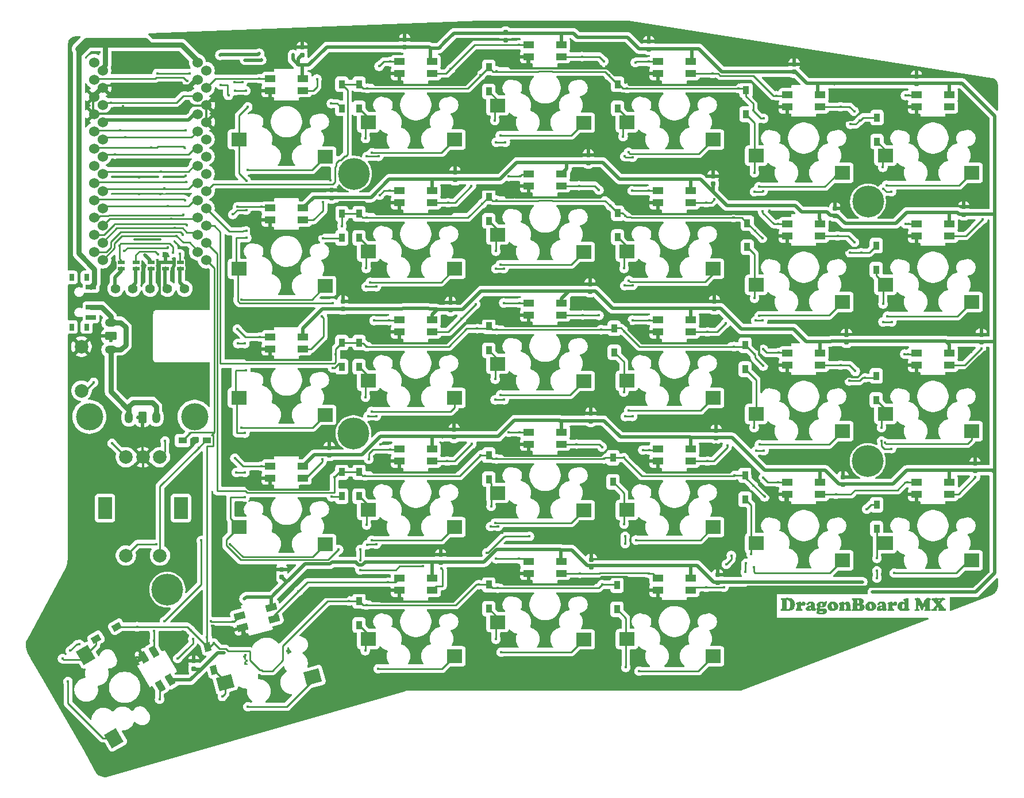
<source format=gtl>
G04 #@! TF.GenerationSoftware,KiCad,Pcbnew,8.99.0-3407-g6a48e2c35a*
G04 #@! TF.CreationDate,2025-03-01T11:14:55+00:00*
G04 #@! TF.ProjectId,DragonBoard,44726167-6f6e-4426-9f61-72642e6b6963,rev?*
G04 #@! TF.SameCoordinates,Original*
G04 #@! TF.FileFunction,Copper,L1,Top*
G04 #@! TF.FilePolarity,Positive*
%FSLAX46Y46*%
G04 Gerber Fmt 4.6, Leading zero omitted, Abs format (unit mm)*
G04 Created by KiCad (PCBNEW 8.99.0-3407-g6a48e2c35a) date 2025-03-01 11:14:55*
%MOMM*%
%LPD*%
G01*
G04 APERTURE LIST*
G04 Aperture macros list*
%AMRoundRect*
0 Rectangle with rounded corners*
0 $1 Rounding radius*
0 $2 $3 $4 $5 $6 $7 $8 $9 X,Y pos of 4 corners*
0 Add a 4 corners polygon primitive as box body*
4,1,4,$2,$3,$4,$5,$6,$7,$8,$9,$2,$3,0*
0 Add four circle primitives for the rounded corners*
1,1,$1+$1,$2,$3*
1,1,$1+$1,$4,$5*
1,1,$1+$1,$6,$7*
1,1,$1+$1,$8,$9*
0 Add four rect primitives between the rounded corners*
20,1,$1+$1,$2,$3,$4,$5,0*
20,1,$1+$1,$4,$5,$6,$7,0*
20,1,$1+$1,$6,$7,$8,$9,0*
20,1,$1+$1,$8,$9,$2,$3,0*%
%AMRotRect*
0 Rectangle, with rotation*
0 The origin of the aperture is its center*
0 $1 length*
0 $2 width*
0 $3 Rotation angle, in degrees counterclockwise*
0 Add horizontal line*
21,1,$1,$2,0,0,$3*%
G04 Aperture macros list end*
%ADD10C,0.300000*%
G04 #@! TA.AperFunction,NonConductor*
%ADD11C,0.300000*%
G04 #@! TD*
G04 #@! TA.AperFunction,ComponentPad*
%ADD12C,4.700000*%
G04 #@! TD*
G04 #@! TA.AperFunction,ComponentPad*
%ADD13C,1.524000*%
G04 #@! TD*
G04 #@! TA.AperFunction,SMDPad,CuDef*
%ADD14R,1.000000X0.600000*%
G04 #@! TD*
G04 #@! TA.AperFunction,SMDPad,CuDef*
%ADD15R,0.950000X1.300000*%
G04 #@! TD*
G04 #@! TA.AperFunction,SMDPad,CuDef*
%ADD16R,1.300000X0.950000*%
G04 #@! TD*
G04 #@! TA.AperFunction,SMDPad,CuDef*
%ADD17RotRect,1.300000X0.950000X210.000000*%
G04 #@! TD*
G04 #@! TA.AperFunction,ComponentPad*
%ADD18C,4.000000*%
G04 #@! TD*
G04 #@! TA.AperFunction,ComponentPad*
%ADD19C,1.397000*%
G04 #@! TD*
G04 #@! TA.AperFunction,ComponentPad*
%ADD20C,2.000000*%
G04 #@! TD*
G04 #@! TA.AperFunction,ComponentPad*
%ADD21R,2.000000X3.200000*%
G04 #@! TD*
G04 #@! TA.AperFunction,SMDPad,CuDef*
%ADD22RotRect,1.300000X0.950000X285.000000*%
G04 #@! TD*
G04 #@! TA.AperFunction,SMDPad,CuDef*
%ADD23RoundRect,0.155000X-0.155000X0.212500X-0.155000X-0.212500X0.155000X-0.212500X0.155000X0.212500X0*%
G04 #@! TD*
G04 #@! TA.AperFunction,SMDPad,CuDef*
%ADD24R,1.600000X1.000000*%
G04 #@! TD*
G04 #@! TA.AperFunction,SMDPad,CuDef*
%ADD25R,2.300000X2.000000*%
G04 #@! TD*
G04 #@! TA.AperFunction,SMDPad,CuDef*
%ADD26RotRect,1.600000X1.000000X120.000000*%
G04 #@! TD*
G04 #@! TA.AperFunction,SMDPad,CuDef*
%ADD27RotRect,2.300000X2.000000X300.000000*%
G04 #@! TD*
G04 #@! TA.AperFunction,ComponentPad*
%ADD28RoundRect,0.250000X0.625000X-0.350000X0.625000X0.350000X-0.625000X0.350000X-0.625000X-0.350000X0*%
G04 #@! TD*
G04 #@! TA.AperFunction,ComponentPad*
%ADD29O,1.750000X1.200000*%
G04 #@! TD*
G04 #@! TA.AperFunction,SMDPad,CuDef*
%ADD30RoundRect,0.155000X0.155000X-0.212500X0.155000X0.212500X-0.155000X0.212500X-0.155000X-0.212500X0*%
G04 #@! TD*
G04 #@! TA.AperFunction,SMDPad,CuDef*
%ADD31R,0.800000X1.000000*%
G04 #@! TD*
G04 #@! TA.AperFunction,SMDPad,CuDef*
%ADD32R,1.500000X0.700000*%
G04 #@! TD*
G04 #@! TA.AperFunction,ComponentPad*
%ADD33RoundRect,0.250000X0.350000X0.625000X-0.350000X0.625000X-0.350000X-0.625000X0.350000X-0.625000X0*%
G04 #@! TD*
G04 #@! TA.AperFunction,ComponentPad*
%ADD34O,1.200000X1.750000*%
G04 #@! TD*
G04 #@! TA.AperFunction,SMDPad,CuDef*
%ADD35RotRect,1.600000X1.000000X195.000000*%
G04 #@! TD*
G04 #@! TA.AperFunction,SMDPad,CuDef*
%ADD36RotRect,2.300000X2.000000X15.000000*%
G04 #@! TD*
G04 #@! TA.AperFunction,ViaPad*
%ADD37C,0.400000*%
G04 #@! TD*
G04 #@! TA.AperFunction,Conductor*
%ADD38C,0.250000*%
G04 #@! TD*
G04 #@! TA.AperFunction,Conductor*
%ADD39C,0.500000*%
G04 #@! TD*
G04 #@! TA.AperFunction,Conductor*
%ADD40C,0.750000*%
G04 #@! TD*
G04 #@! TA.AperFunction,Conductor*
%ADD41C,0.300000*%
G04 #@! TD*
G04 APERTURE END LIST*
D10*
D11*
G36*
X194658403Y-120214929D02*
G01*
X194820868Y-120239992D01*
X194944842Y-120277032D01*
X195073651Y-120340569D01*
X195183509Y-120421160D01*
X195276560Y-120519506D01*
X195353949Y-120637413D01*
X195405898Y-120750127D01*
X195444047Y-120874897D01*
X195467812Y-121013426D01*
X195476070Y-121167664D01*
X195464866Y-121322215D01*
X195430763Y-121478829D01*
X195376376Y-121627028D01*
X195308641Y-121748840D01*
X195221762Y-121855469D01*
X195120617Y-121944460D01*
X195003880Y-122016988D01*
X194869493Y-122073316D01*
X194701030Y-122114287D01*
X194518394Y-122128271D01*
X194353041Y-122122531D01*
X194211014Y-122118379D01*
X193920121Y-122112640D01*
X193821813Y-122112640D01*
X193629472Y-122122043D01*
X193536171Y-122128271D01*
X193449552Y-122116755D01*
X193384618Y-122084918D01*
X193351676Y-122052427D01*
X193332540Y-122015041D01*
X193326000Y-121970979D01*
X193332991Y-121925665D01*
X193352134Y-121893920D01*
X193383866Y-121870328D01*
X193436886Y-121849468D01*
X193483443Y-121830734D01*
X193508450Y-121806359D01*
X193523269Y-121768844D01*
X193537759Y-121688390D01*
X193557542Y-121288930D01*
X193566457Y-120698962D01*
X193562324Y-120620560D01*
X194210892Y-120620560D01*
X194210892Y-121683627D01*
X194221120Y-121760412D01*
X194246551Y-121803917D01*
X194290352Y-121829017D01*
X194366841Y-121839088D01*
X194467792Y-121827685D01*
X194550468Y-121795425D01*
X194619058Y-121742769D01*
X194675749Y-121666933D01*
X194720401Y-121562275D01*
X194750586Y-121420892D01*
X194761904Y-121233121D01*
X194749728Y-121009558D01*
X194717251Y-120839774D01*
X194669336Y-120712884D01*
X194609417Y-120623814D01*
X194534386Y-120561982D01*
X194441621Y-120523942D01*
X194325808Y-120510406D01*
X194267956Y-120517658D01*
X194236293Y-120535319D01*
X194218180Y-120566093D01*
X194210892Y-120620560D01*
X193562324Y-120620560D01*
X193560947Y-120594435D01*
X193549238Y-120547653D01*
X193523014Y-120516074D01*
X193467905Y-120487570D01*
X193412247Y-120455811D01*
X193381524Y-120414877D01*
X193371063Y-120362029D01*
X193378315Y-120319598D01*
X193399680Y-120284335D01*
X193437375Y-120254318D01*
X193511329Y-120226483D01*
X193620923Y-120215727D01*
X193711171Y-120217071D01*
X193877745Y-120221223D01*
X194318847Y-120208400D01*
X194448785Y-120205591D01*
X194658403Y-120214929D01*
G37*
G36*
X196228094Y-120752695D02*
G01*
X196294037Y-120759657D01*
X196319074Y-120774189D01*
X196332044Y-120806928D01*
X196348139Y-120905958D01*
X196362752Y-120950378D01*
X196386607Y-120962011D01*
X196409411Y-120954037D01*
X196435212Y-120924398D01*
X196497496Y-120846490D01*
X196565347Y-120794051D01*
X196640013Y-120763190D01*
X196724029Y-120752695D01*
X196804556Y-120762152D01*
X196872381Y-120789278D01*
X196930414Y-120834150D01*
X196964896Y-120878421D01*
X196994039Y-120936610D01*
X197012955Y-120999105D01*
X197018952Y-121057022D01*
X197011613Y-121121412D01*
X196988544Y-121189768D01*
X196953008Y-121252681D01*
X196909775Y-121301753D01*
X196846541Y-121348298D01*
X196775017Y-121376169D01*
X196692644Y-121385773D01*
X196625588Y-121379136D01*
X196574064Y-121360982D01*
X196524538Y-121327876D01*
X196449500Y-121260965D01*
X196421249Y-121239422D01*
X196398819Y-121233487D01*
X196370354Y-121243294D01*
X196352413Y-121275253D01*
X196344924Y-121328825D01*
X196341300Y-121455504D01*
X196345981Y-121646648D01*
X196356199Y-121738337D01*
X196368285Y-121774399D01*
X196381722Y-121793536D01*
X196403526Y-121807032D01*
X196453163Y-121824921D01*
X196527424Y-121859744D01*
X196566242Y-121903445D01*
X196578949Y-121958156D01*
X196568828Y-122012384D01*
X196538282Y-122059272D01*
X196492162Y-122094481D01*
X196431059Y-122116181D01*
X196284080Y-122135811D01*
X196045034Y-122143903D01*
X195817247Y-122131471D01*
X195676227Y-122101160D01*
X195609615Y-122066201D01*
X195573630Y-122021510D01*
X195561555Y-121964384D01*
X195569953Y-121919480D01*
X195596255Y-121876479D01*
X195645208Y-121833592D01*
X195698697Y-121787430D01*
X195718603Y-121730644D01*
X195733623Y-121579613D01*
X195740463Y-121269025D01*
X195736484Y-121212924D01*
X195727274Y-121182685D01*
X195708917Y-121160467D01*
X195674639Y-121141041D01*
X195615893Y-121107941D01*
X195585146Y-121070257D01*
X195575233Y-121026247D01*
X195582363Y-120984656D01*
X195604076Y-120946791D01*
X195643254Y-120911087D01*
X195723863Y-120867833D01*
X195869057Y-120816809D01*
X196073640Y-120767756D01*
X196228094Y-120752695D01*
G37*
G36*
X198008556Y-120751359D02*
G01*
X198142268Y-120792269D01*
X198258607Y-120858697D01*
X198335069Y-120930468D01*
X198382071Y-121008051D01*
X198407305Y-121100350D01*
X198417242Y-121238250D01*
X198414556Y-121442926D01*
X198424242Y-121636397D01*
X198444231Y-121717332D01*
X198471586Y-121754335D01*
X198527396Y-121768746D01*
X198562180Y-121787272D01*
X198574413Y-121830417D01*
X198562076Y-121896357D01*
X198521168Y-121970002D01*
X198460969Y-122035685D01*
X198383903Y-122090780D01*
X198277358Y-122136705D01*
X198167504Y-122151718D01*
X198075243Y-122140060D01*
X197999928Y-122106874D01*
X197937549Y-122051945D01*
X197909009Y-122024924D01*
X197887357Y-122017873D01*
X197860331Y-122024605D01*
X197817260Y-122051212D01*
X197721359Y-122107028D01*
X197617978Y-122140378D01*
X197504751Y-122151718D01*
X197386851Y-122142199D01*
X197291023Y-122115746D01*
X197213003Y-122074293D01*
X197147600Y-122015647D01*
X197096865Y-121940815D01*
X197064727Y-121856281D01*
X197054123Y-121768623D01*
X197063429Y-121701090D01*
X197616614Y-121701090D01*
X197624754Y-121762303D01*
X197647023Y-121806970D01*
X197682441Y-121836937D01*
X197727501Y-121846903D01*
X197770058Y-121837297D01*
X197801494Y-121808738D01*
X197823760Y-121754779D01*
X197832891Y-121661889D01*
X197828181Y-121592589D01*
X197817992Y-121560773D01*
X197797792Y-121542152D01*
X197761695Y-121534272D01*
X197707749Y-121546210D01*
X197659845Y-121583487D01*
X197627550Y-121637088D01*
X197616614Y-121701090D01*
X197063429Y-121701090D01*
X197066699Y-121677361D01*
X197104426Y-121593355D01*
X197170138Y-121513878D01*
X197264450Y-121441854D01*
X197382008Y-121387553D01*
X197527849Y-121352173D01*
X197708327Y-121338878D01*
X197778629Y-121333928D01*
X197805414Y-121323979D01*
X197818713Y-121302734D01*
X197824709Y-121253027D01*
X197815875Y-121118006D01*
X197795278Y-121043466D01*
X197770965Y-121007117D01*
X197739975Y-120986478D01*
X197700145Y-120979353D01*
X197662629Y-120985396D01*
X197629193Y-121003533D01*
X197597384Y-121033900D01*
X197550424Y-121092926D01*
X197481380Y-121176882D01*
X197416486Y-121230073D01*
X197354422Y-121259238D01*
X197293115Y-121268536D01*
X197229851Y-121257946D01*
X197181007Y-121227626D01*
X197148696Y-121180996D01*
X197137532Y-121120281D01*
X197150038Y-121055174D01*
X197190777Y-120986191D01*
X197251691Y-120925040D01*
X197335002Y-120869443D01*
X197504370Y-120795385D01*
X197676416Y-120751643D01*
X197853286Y-120737064D01*
X198008556Y-120751359D01*
G37*
G36*
X200130941Y-120675949D02*
G01*
X200161380Y-120706656D01*
X200181380Y-120749128D01*
X200188247Y-120798979D01*
X200180222Y-120856134D01*
X200153076Y-120926352D01*
X200113216Y-120991647D01*
X200068080Y-121039925D01*
X200043620Y-121065668D01*
X200038038Y-121080225D01*
X200040725Y-121112099D01*
X200044877Y-121164000D01*
X200032309Y-121267723D01*
X199995773Y-121357669D01*
X199934479Y-121437186D01*
X199864139Y-121496171D01*
X199779810Y-121547017D01*
X199679489Y-121589471D01*
X199518600Y-121629727D01*
X199337305Y-121643693D01*
X199248034Y-121638198D01*
X199193812Y-121634046D01*
X199154988Y-121642132D01*
X199133375Y-121663910D01*
X199125302Y-121703288D01*
X199136203Y-121742440D01*
X199170976Y-121773997D01*
X199221736Y-121792775D01*
X199296272Y-121800009D01*
X199456984Y-121784866D01*
X199666902Y-121759662D01*
X199788177Y-121753114D01*
X199895570Y-121760198D01*
X199977814Y-121779249D01*
X200040114Y-121807824D01*
X200104417Y-121857984D01*
X200154297Y-121925549D01*
X200185887Y-122004039D01*
X200196429Y-122088215D01*
X200185652Y-122179183D01*
X200152579Y-122269852D01*
X200094458Y-122362256D01*
X200004818Y-122454354D01*
X199888037Y-122531556D01*
X199738840Y-122593432D01*
X199615061Y-122624948D01*
X199474241Y-122644907D01*
X199314102Y-122651928D01*
X199112438Y-122640004D01*
X198950225Y-122607309D01*
X198820487Y-122557406D01*
X198740277Y-122504961D01*
X198679559Y-122439803D01*
X198639738Y-122364188D01*
X198627047Y-122288250D01*
X198634512Y-122235300D01*
X198637003Y-122229876D01*
X199028338Y-122229876D01*
X199037337Y-122278422D01*
X199064631Y-122321029D01*
X199114311Y-122359691D01*
X199173794Y-122386225D01*
X199247510Y-122403409D01*
X199338648Y-122409639D01*
X199463493Y-122399587D01*
X199545889Y-122374101D01*
X199589263Y-122345548D01*
X199612612Y-122313306D01*
X199620260Y-122275794D01*
X199613547Y-122245585D01*
X199592783Y-122219618D01*
X199562518Y-122202502D01*
X199524395Y-122196537D01*
X199462235Y-122202032D01*
X199290777Y-122214245D01*
X199156565Y-122207406D01*
X199078163Y-122196415D01*
X199058624Y-122193850D01*
X199036347Y-122202351D01*
X199028338Y-122229876D01*
X198637003Y-122229876D01*
X198656967Y-122186401D01*
X198691530Y-122146036D01*
X198733293Y-122119845D01*
X198764627Y-122101825D01*
X198771883Y-122087605D01*
X198766052Y-122073706D01*
X198739032Y-122046205D01*
X198674135Y-121978259D01*
X198639337Y-121914015D01*
X198628390Y-121850933D01*
X198640778Y-121784696D01*
X198681635Y-121711715D01*
X198741440Y-121648235D01*
X198813648Y-121601073D01*
X198838447Y-121584035D01*
X198844301Y-121571397D01*
X198837184Y-121553491D01*
X198804489Y-121517908D01*
X198740730Y-121448613D01*
X198697084Y-121376205D01*
X198671284Y-121299536D01*
X198662584Y-121216879D01*
X198673876Y-121136401D01*
X199208711Y-121136401D01*
X199220952Y-121270296D01*
X199252919Y-121363547D01*
X199287845Y-121413075D01*
X199325847Y-121439665D01*
X199368690Y-121448299D01*
X199432287Y-121435014D01*
X199480554Y-121395909D01*
X199510825Y-121336896D01*
X199521953Y-121254492D01*
X199509685Y-121122815D01*
X199478355Y-121036017D01*
X199444201Y-120991500D01*
X199404194Y-120965716D01*
X199356356Y-120955905D01*
X199296083Y-120968338D01*
X199249256Y-121005120D01*
X199219519Y-121060416D01*
X199208711Y-121136401D01*
X198673876Y-121136401D01*
X198674968Y-121128621D01*
X198712898Y-121043100D01*
X198772294Y-120967287D01*
X198852972Y-120902050D01*
X198966476Y-120840106D01*
X199085140Y-120796112D01*
X199210121Y-120769527D01*
X199342801Y-120760511D01*
X199452234Y-120766972D01*
X199581182Y-120787988D01*
X199751297Y-120812535D01*
X199845790Y-120800255D01*
X199942909Y-120761916D01*
X200045243Y-120693100D01*
X200078321Y-120671953D01*
X200098244Y-120666722D01*
X200130941Y-120675949D01*
G37*
G36*
X201233903Y-120745632D02*
G01*
X201347767Y-120770600D01*
X201452772Y-120811429D01*
X201550267Y-120868344D01*
X201634676Y-120936933D01*
X201707290Y-121018034D01*
X201768743Y-121112831D01*
X201816454Y-121220336D01*
X201844606Y-121329455D01*
X201853983Y-121441582D01*
X201843305Y-121556700D01*
X201811776Y-121663523D01*
X201758989Y-121764087D01*
X201683021Y-121859868D01*
X201580554Y-121951683D01*
X201445206Y-122039374D01*
X201301931Y-122101423D01*
X201148914Y-122138943D01*
X200983868Y-122151718D01*
X200821446Y-122138984D01*
X200681110Y-122102678D01*
X200559061Y-122044376D01*
X200452396Y-121963896D01*
X200366202Y-121866294D01*
X200305020Y-121756333D01*
X200267490Y-121631535D01*
X200254437Y-121488355D01*
X200264499Y-121360271D01*
X200293708Y-121244845D01*
X200299487Y-121232144D01*
X200871639Y-121232144D01*
X200878224Y-121320798D01*
X200902291Y-121455382D01*
X200936860Y-121592155D01*
X200975198Y-121705975D01*
X201010858Y-121769746D01*
X201054804Y-121804167D01*
X201109531Y-121815640D01*
X201160449Y-121806463D01*
X201195386Y-121780936D01*
X201218279Y-121736615D01*
X201227256Y-121664820D01*
X201220118Y-121546836D01*
X201196604Y-121404091D01*
X201160828Y-121265666D01*
X201122476Y-121166809D01*
X201087082Y-121113514D01*
X201046895Y-121083935D01*
X201000110Y-121073142D01*
X200947461Y-121084070D01*
X200906810Y-121116373D01*
X200881041Y-121164966D01*
X200871639Y-121232144D01*
X200299487Y-121232144D01*
X200341476Y-121139870D01*
X200408404Y-121043639D01*
X200496237Y-120955051D01*
X200628302Y-120860250D01*
X200772784Y-120792651D01*
X200932128Y-120751315D01*
X201109531Y-120737064D01*
X201233903Y-120745632D01*
G37*
G36*
X203609235Y-121253637D02*
G01*
X203628408Y-121735773D01*
X203634609Y-121785741D01*
X203645016Y-121815030D01*
X203728425Y-121914070D01*
X203744245Y-121940500D01*
X203750041Y-121978428D01*
X203738471Y-122032942D01*
X203704067Y-122075180D01*
X203640376Y-122107755D01*
X203509826Y-122132736D01*
X203252884Y-122143903D01*
X203077759Y-122133749D01*
X202985072Y-122110563D01*
X202937554Y-122080938D01*
X202911066Y-122043572D01*
X202902029Y-121996014D01*
X202910578Y-121953882D01*
X202966021Y-121889035D01*
X202989638Y-121843330D01*
X203010218Y-121731830D01*
X203019510Y-121507650D01*
X203013526Y-121381329D01*
X202998052Y-121291463D01*
X202976157Y-121229579D01*
X202947380Y-121191054D01*
X202906301Y-121167656D01*
X202848540Y-121159115D01*
X202792125Y-121166367D01*
X202752759Y-121185808D01*
X202725808Y-121216635D01*
X202702840Y-121286767D01*
X202692591Y-121427783D01*
X202692591Y-121699014D01*
X202695724Y-121772848D01*
X202702605Y-121808801D01*
X202769894Y-121924206D01*
X202781538Y-121951295D01*
X202785526Y-121982458D01*
X202774233Y-122030746D01*
X202739241Y-122071010D01*
X202671831Y-122105068D01*
X202542419Y-122132385D01*
X202319755Y-122143903D01*
X202150114Y-122133531D01*
X202043248Y-122107913D01*
X201980228Y-122073219D01*
X201946943Y-122031942D01*
X201936049Y-121981970D01*
X201939449Y-121950273D01*
X201948139Y-121929824D01*
X202004559Y-121879754D01*
X202033327Y-121851843D01*
X202048279Y-121821746D01*
X202065864Y-121657371D01*
X202075390Y-121329108D01*
X202070879Y-121243369D01*
X202061468Y-121206621D01*
X202038900Y-121178803D01*
X201980257Y-121135912D01*
X201933809Y-121091678D01*
X201919685Y-121041879D01*
X201931665Y-120991482D01*
X201968533Y-120950654D01*
X202030938Y-120916210D01*
X202166736Y-120862482D01*
X202420016Y-120784569D01*
X202533098Y-120758792D01*
X202587567Y-120752695D01*
X202626781Y-120760534D01*
X202659252Y-120784081D01*
X202681147Y-120818318D01*
X202688439Y-120858208D01*
X202687096Y-120893013D01*
X202685752Y-120911820D01*
X202692211Y-120948206D01*
X202708643Y-120967185D01*
X202736433Y-120973857D01*
X202765263Y-120963612D01*
X202802989Y-120923665D01*
X202868884Y-120848972D01*
X202946533Y-120796404D01*
X203038226Y-120764069D01*
X203147738Y-120752695D01*
X203260259Y-120763301D01*
X203358432Y-120793843D01*
X203445103Y-120843798D01*
X203519994Y-120915920D01*
X203566492Y-120996694D01*
X203592775Y-121095070D01*
X203609235Y-121253637D01*
G37*
G36*
X205135951Y-120237370D02*
G01*
X205256775Y-120258714D01*
X205362225Y-120298856D01*
X205451558Y-120358609D01*
X205510523Y-120420592D01*
X205552242Y-120491103D01*
X205577827Y-120571849D01*
X205586747Y-120665379D01*
X205576823Y-120759117D01*
X205546691Y-120851247D01*
X205498941Y-120933703D01*
X205439102Y-120995595D01*
X205402275Y-121034009D01*
X205392818Y-121062273D01*
X205404166Y-121089077D01*
X205447773Y-121116129D01*
X205519072Y-121152367D01*
X205587203Y-121202813D01*
X205652692Y-121269147D01*
X205704827Y-121348466D01*
X205736769Y-121440778D01*
X205747947Y-121549538D01*
X205739100Y-121645700D01*
X205712709Y-121737244D01*
X205668108Y-121825669D01*
X205603477Y-121912116D01*
X205523295Y-121987209D01*
X205429245Y-122046548D01*
X205319211Y-122090529D01*
X205190311Y-122118394D01*
X205039032Y-122128271D01*
X204790271Y-122121188D01*
X204569109Y-122112640D01*
X204386049Y-122113983D01*
X204104803Y-122121799D01*
X203991230Y-122128271D01*
X203912878Y-122116729D01*
X203856164Y-122084918D01*
X203818986Y-122036417D01*
X203806949Y-121980626D01*
X203811907Y-121943957D01*
X203825267Y-121918344D01*
X203912462Y-121848857D01*
X203944194Y-121815837D01*
X203965707Y-121764960D01*
X203998191Y-121516321D01*
X204004177Y-121416303D01*
X204667295Y-121416303D01*
X204667295Y-121546240D01*
X204675411Y-121709437D01*
X204692574Y-121781813D01*
X204714438Y-121812994D01*
X204747096Y-121832050D01*
X204794545Y-121839088D01*
X204869068Y-121829162D01*
X204923341Y-121802026D01*
X204962647Y-121758103D01*
X204988525Y-121693212D01*
X204998366Y-121599485D01*
X204986786Y-121479714D01*
X204956691Y-121398130D01*
X204911897Y-121344143D01*
X204851474Y-121311546D01*
X204769999Y-121299799D01*
X204717551Y-121306988D01*
X204689399Y-121324590D01*
X204673918Y-121355662D01*
X204667295Y-121416303D01*
X204004177Y-121416303D01*
X204017077Y-121200757D01*
X204024203Y-120781760D01*
X204017539Y-120635790D01*
X204014736Y-120622880D01*
X204667295Y-120622880D01*
X204667295Y-120907301D01*
X204672229Y-120968428D01*
X204683537Y-121000113D01*
X204704736Y-121019226D01*
X204739957Y-121026247D01*
X204803094Y-121018670D01*
X204850433Y-120997892D01*
X204885892Y-120964698D01*
X204909997Y-120920906D01*
X204926484Y-120858265D01*
X204932787Y-120770647D01*
X204926560Y-120685939D01*
X204909781Y-120621260D01*
X204884427Y-120572322D01*
X204847754Y-120533514D01*
X204803196Y-120510584D01*
X204748139Y-120502591D01*
X204707733Y-120509701D01*
X204684758Y-120528236D01*
X204672649Y-120559699D01*
X204667295Y-120622880D01*
X204014736Y-120622880D01*
X204003443Y-120570857D01*
X203971343Y-120526031D01*
X203906234Y-120485616D01*
X203852228Y-120453001D01*
X203823293Y-120415053D01*
X203813788Y-120369845D01*
X203827305Y-120313913D01*
X203869109Y-120268362D01*
X203929947Y-120239469D01*
X204010281Y-120229039D01*
X204129594Y-120235755D01*
X204388736Y-120244670D01*
X204791736Y-120232947D01*
X204962584Y-120229039D01*
X205135951Y-120237370D01*
G37*
G36*
X206802640Y-120745632D02*
G01*
X206916504Y-120770600D01*
X207021509Y-120811429D01*
X207119004Y-120868344D01*
X207203412Y-120936933D01*
X207276027Y-121018034D01*
X207337480Y-121112831D01*
X207385190Y-121220336D01*
X207413343Y-121329455D01*
X207422720Y-121441582D01*
X207412042Y-121556700D01*
X207380513Y-121663523D01*
X207327726Y-121764087D01*
X207251758Y-121859868D01*
X207149290Y-121951683D01*
X207013943Y-122039374D01*
X206870668Y-122101423D01*
X206717651Y-122138943D01*
X206552605Y-122151718D01*
X206390183Y-122138984D01*
X206249847Y-122102678D01*
X206127798Y-122044376D01*
X206021133Y-121963896D01*
X205934939Y-121866294D01*
X205873757Y-121756333D01*
X205836227Y-121631535D01*
X205823174Y-121488355D01*
X205833236Y-121360271D01*
X205862444Y-121244845D01*
X205868224Y-121232144D01*
X206440376Y-121232144D01*
X206446961Y-121320798D01*
X206471028Y-121455382D01*
X206505597Y-121592155D01*
X206543935Y-121705975D01*
X206579595Y-121769746D01*
X206623541Y-121804167D01*
X206678268Y-121815640D01*
X206729186Y-121806463D01*
X206764123Y-121780936D01*
X206787016Y-121736615D01*
X206795993Y-121664820D01*
X206788855Y-121546836D01*
X206765341Y-121404091D01*
X206729565Y-121265666D01*
X206691213Y-121166809D01*
X206655819Y-121113514D01*
X206615632Y-121083935D01*
X206568847Y-121073142D01*
X206516198Y-121084070D01*
X206475547Y-121116373D01*
X206449778Y-121164966D01*
X206440376Y-121232144D01*
X205868224Y-121232144D01*
X205910213Y-121139870D01*
X205977141Y-121043639D01*
X206064974Y-120955051D01*
X206197039Y-120860250D01*
X206341521Y-120792651D01*
X206500865Y-120751315D01*
X206678268Y-120737064D01*
X206802640Y-120745632D01*
G37*
G36*
X208452380Y-120751359D02*
G01*
X208586092Y-120792269D01*
X208702431Y-120858697D01*
X208778893Y-120930468D01*
X208825895Y-121008051D01*
X208851129Y-121100350D01*
X208861066Y-121238250D01*
X208858380Y-121442926D01*
X208868066Y-121636397D01*
X208888055Y-121717332D01*
X208915410Y-121754335D01*
X208971220Y-121768746D01*
X209006004Y-121787272D01*
X209018237Y-121830417D01*
X209005900Y-121896357D01*
X208964992Y-121970002D01*
X208904793Y-122035685D01*
X208827727Y-122090780D01*
X208721182Y-122136705D01*
X208611328Y-122151718D01*
X208519067Y-122140060D01*
X208443752Y-122106874D01*
X208381374Y-122051945D01*
X208352833Y-122024924D01*
X208331182Y-122017873D01*
X208304155Y-122024605D01*
X208261084Y-122051212D01*
X208165184Y-122107028D01*
X208061802Y-122140378D01*
X207948575Y-122151718D01*
X207830675Y-122142199D01*
X207734847Y-122115746D01*
X207656827Y-122074293D01*
X207591425Y-122015647D01*
X207540690Y-121940815D01*
X207508551Y-121856281D01*
X207497947Y-121768623D01*
X207507253Y-121701090D01*
X208060438Y-121701090D01*
X208068578Y-121762303D01*
X208090847Y-121806970D01*
X208126265Y-121836937D01*
X208171325Y-121846903D01*
X208213882Y-121837297D01*
X208245318Y-121808738D01*
X208267584Y-121754779D01*
X208276715Y-121661889D01*
X208272005Y-121592589D01*
X208261817Y-121560773D01*
X208241616Y-121542152D01*
X208205519Y-121534272D01*
X208151573Y-121546210D01*
X208103669Y-121583487D01*
X208071374Y-121637088D01*
X208060438Y-121701090D01*
X207507253Y-121701090D01*
X207510523Y-121677361D01*
X207548250Y-121593355D01*
X207613962Y-121513878D01*
X207708274Y-121441854D01*
X207825832Y-121387553D01*
X207971673Y-121352173D01*
X208152152Y-121338878D01*
X208222453Y-121333928D01*
X208249238Y-121323979D01*
X208262537Y-121302734D01*
X208268533Y-121253027D01*
X208259699Y-121118006D01*
X208239102Y-121043466D01*
X208214789Y-121007117D01*
X208183799Y-120986478D01*
X208143969Y-120979353D01*
X208106454Y-120985396D01*
X208073017Y-121003533D01*
X208041209Y-121033900D01*
X207994249Y-121092926D01*
X207925204Y-121176882D01*
X207860310Y-121230073D01*
X207798246Y-121259238D01*
X207736939Y-121268536D01*
X207673675Y-121257946D01*
X207624831Y-121227626D01*
X207592520Y-121180996D01*
X207581356Y-121120281D01*
X207593862Y-121055174D01*
X207634601Y-120986191D01*
X207695515Y-120925040D01*
X207778826Y-120869443D01*
X207948194Y-120795385D01*
X208120240Y-120751643D01*
X208297110Y-120737064D01*
X208452380Y-120751359D01*
G37*
G36*
X209741562Y-120752695D02*
G01*
X209807505Y-120759657D01*
X209832542Y-120774189D01*
X209845512Y-120806928D01*
X209861607Y-120905958D01*
X209876220Y-120950378D01*
X209900076Y-120962011D01*
X209922880Y-120954037D01*
X209948680Y-120924398D01*
X210010964Y-120846490D01*
X210078815Y-120794051D01*
X210153482Y-120763190D01*
X210237497Y-120752695D01*
X210318024Y-120762152D01*
X210385850Y-120789278D01*
X210443882Y-120834150D01*
X210478365Y-120878421D01*
X210507507Y-120936610D01*
X210526424Y-120999105D01*
X210532420Y-121057022D01*
X210525081Y-121121412D01*
X210502012Y-121189768D01*
X210466476Y-121252681D01*
X210423244Y-121301753D01*
X210360009Y-121348298D01*
X210288485Y-121376169D01*
X210206112Y-121385773D01*
X210139057Y-121379136D01*
X210087532Y-121360982D01*
X210038006Y-121327876D01*
X209962968Y-121260965D01*
X209934717Y-121239422D01*
X209912288Y-121233487D01*
X209883823Y-121243294D01*
X209865882Y-121275253D01*
X209858392Y-121328825D01*
X209854768Y-121455504D01*
X209859449Y-121646648D01*
X209869667Y-121738337D01*
X209881753Y-121774399D01*
X209895191Y-121793536D01*
X209916994Y-121807032D01*
X209966632Y-121824921D01*
X210040892Y-121859744D01*
X210079710Y-121903445D01*
X210092417Y-121958156D01*
X210082297Y-122012384D01*
X210051750Y-122059272D01*
X210005631Y-122094481D01*
X209944528Y-122116181D01*
X209797549Y-122135811D01*
X209558502Y-122143903D01*
X209330715Y-122131471D01*
X209189695Y-122101160D01*
X209123083Y-122066201D01*
X209087098Y-122021510D01*
X209075023Y-121964384D01*
X209083421Y-121919480D01*
X209109723Y-121876479D01*
X209158676Y-121833592D01*
X209212166Y-121787430D01*
X209232071Y-121730644D01*
X209247091Y-121579613D01*
X209253931Y-121269025D01*
X209249952Y-121212924D01*
X209240742Y-121182685D01*
X209222385Y-121160467D01*
X209188108Y-121141041D01*
X209129361Y-121107941D01*
X209098615Y-121070257D01*
X209088701Y-121026247D01*
X209095832Y-120984656D01*
X209117545Y-120946791D01*
X209156722Y-120911087D01*
X209237331Y-120867833D01*
X209382525Y-120816809D01*
X209587108Y-120767756D01*
X209741562Y-120752695D01*
G37*
G36*
X212121817Y-120252762D02*
G01*
X212157644Y-120274086D01*
X212179407Y-120308354D01*
X212187532Y-120360563D01*
X212187532Y-121606935D01*
X212196080Y-121742001D01*
X212211044Y-121768999D01*
X212244563Y-121799032D01*
X212289109Y-121834109D01*
X212311974Y-121860215D01*
X212325060Y-121889095D01*
X212329681Y-121925061D01*
X212319152Y-121970880D01*
X212285446Y-122013500D01*
X212219633Y-122054821D01*
X212106810Y-122093711D01*
X211907397Y-122131449D01*
X211709549Y-122143903D01*
X211668843Y-122139527D01*
X211650198Y-122129736D01*
X211639787Y-122110483D01*
X211631879Y-122065134D01*
X211622361Y-122024624D01*
X211607186Y-122005167D01*
X211586572Y-121999067D01*
X211563002Y-122006460D01*
X211516597Y-122039122D01*
X211418271Y-122102263D01*
X211314922Y-122139292D01*
X211204088Y-122151718D01*
X211100931Y-122141931D01*
X211003641Y-122112819D01*
X210910471Y-122063689D01*
X210820138Y-121992472D01*
X210729604Y-121889896D01*
X210658083Y-121772653D01*
X210611753Y-121662657D01*
X210584692Y-121553907D01*
X210577605Y-121467472D01*
X211235351Y-121467472D01*
X211244068Y-121590691D01*
X211267206Y-121681891D01*
X211301541Y-121748351D01*
X211336920Y-121786136D01*
X211378415Y-121808099D01*
X211428181Y-121815640D01*
X211478899Y-121804965D01*
X211520073Y-121772805D01*
X211553966Y-121713058D01*
X211581719Y-121594068D01*
X211593655Y-121379056D01*
X211586516Y-121236165D01*
X211569165Y-121148247D01*
X211546394Y-121098177D01*
X211502809Y-121057551D01*
X211441736Y-121041879D01*
X211389455Y-121051686D01*
X211344482Y-121081273D01*
X211304594Y-121135058D01*
X211268002Y-121221972D01*
X211244079Y-121331109D01*
X211235351Y-121467472D01*
X210577605Y-121467472D01*
X210575773Y-121445124D01*
X210587441Y-121317913D01*
X210622661Y-121193188D01*
X210682874Y-121069112D01*
X210757118Y-120965710D01*
X210846446Y-120880438D01*
X210952274Y-120811802D01*
X211049626Y-120769396D01*
X211143151Y-120744998D01*
X211234130Y-120737064D01*
X211338545Y-120745299D01*
X211433309Y-120769281D01*
X211520138Y-120808627D01*
X211551157Y-120819007D01*
X211569744Y-120810897D01*
X211584190Y-120780584D01*
X211590969Y-120707633D01*
X211584706Y-120665821D01*
X211567888Y-120637779D01*
X211539042Y-120617125D01*
X211484479Y-120596136D01*
X211431972Y-120571788D01*
X211404550Y-120541103D01*
X211395574Y-120502591D01*
X211405164Y-120459696D01*
X211435798Y-120419458D01*
X211495244Y-120380061D01*
X211596464Y-120342245D01*
X211920039Y-120262861D01*
X212066143Y-120244670D01*
X212121817Y-120252762D01*
G37*
G36*
X214452274Y-121546607D02*
G01*
X214288387Y-121913215D01*
X214245968Y-121998761D01*
X214219022Y-122040344D01*
X214189757Y-122065798D01*
X214159182Y-122073561D01*
X214129689Y-122066971D01*
X214102884Y-122046205D01*
X214033397Y-121924817D01*
X213943760Y-121739192D01*
X213763509Y-121331795D01*
X213722415Y-121265346D01*
X213689137Y-121249485D01*
X213668153Y-121255818D01*
X213653342Y-121275965D01*
X213645173Y-121318240D01*
X213635648Y-121617559D01*
X213639932Y-121748626D01*
X213649203Y-121810267D01*
X213673383Y-121852643D01*
X213757891Y-121901492D01*
X213792835Y-121934104D01*
X213805030Y-121986000D01*
X213794151Y-122034003D01*
X213760543Y-122074107D01*
X213696048Y-122108212D01*
X213585554Y-122133589D01*
X213408990Y-122143903D01*
X213263003Y-122134355D01*
X213170100Y-122110628D01*
X213114453Y-122078115D01*
X213084469Y-122038739D01*
X213074500Y-121990274D01*
X213079519Y-121954087D01*
X213092330Y-121932388D01*
X213181845Y-121879754D01*
X213219560Y-121855197D01*
X213241073Y-121825044D01*
X213253573Y-121781627D01*
X213267085Y-121687901D01*
X213290288Y-121327765D01*
X213301279Y-120898753D01*
X213290624Y-120693837D01*
X213267452Y-120596868D01*
X213240341Y-120556935D01*
X213181845Y-120522008D01*
X213123266Y-120483791D01*
X213092507Y-120442927D01*
X213082682Y-120397566D01*
X213091706Y-120350906D01*
X213119807Y-120307318D01*
X213162066Y-120273015D01*
X213217992Y-120249677D01*
X213379071Y-120218780D01*
X213549674Y-120205591D01*
X213712349Y-120214413D01*
X213798436Y-120234534D01*
X213831728Y-120251610D01*
X213855833Y-120272514D01*
X213915184Y-120369234D01*
X214199482Y-120894845D01*
X214262619Y-120999136D01*
X214282345Y-121012670D01*
X214309392Y-121017455D01*
X214333534Y-121012658D01*
X214355554Y-120997793D01*
X214404280Y-120922322D01*
X214596865Y-120545211D01*
X214643272Y-120450201D01*
X214716313Y-120326873D01*
X214777239Y-120265553D01*
X214837472Y-120235871D01*
X214934432Y-120214239D01*
X215082665Y-120205591D01*
X215252879Y-120216803D01*
X215361318Y-120244681D01*
X215426379Y-120282935D01*
X215461510Y-120329348D01*
X215473209Y-120386575D01*
X215468990Y-120424899D01*
X215457699Y-120452399D01*
X215437092Y-120477003D01*
X215395173Y-120511994D01*
X215345689Y-120568268D01*
X215317504Y-120648159D01*
X215294693Y-120847493D01*
X215286119Y-121108801D01*
X215294900Y-121448056D01*
X215318847Y-121722095D01*
X215330375Y-121779974D01*
X215343394Y-121808313D01*
X215367733Y-121832204D01*
X215430466Y-121877189D01*
X215468909Y-121917542D01*
X215481391Y-121968414D01*
X215468255Y-122025529D01*
X215428167Y-122071301D01*
X215351698Y-122107999D01*
X215284455Y-122126292D01*
X215212968Y-122137064D01*
X214989730Y-122143903D01*
X214773014Y-122134177D01*
X214644371Y-122110930D01*
X214567908Y-122076336D01*
X214528584Y-122033789D01*
X214515899Y-121981481D01*
X214520346Y-121949604D01*
X214532752Y-121925427D01*
X214618481Y-121847148D01*
X214645316Y-121810568D01*
X214665498Y-121738337D01*
X214674484Y-121642691D01*
X214678443Y-121460633D01*
X214675254Y-121361319D01*
X214668673Y-121319461D01*
X214653505Y-121294689D01*
X214629106Y-121286854D01*
X214595951Y-121297890D01*
X214558031Y-121338512D01*
X214520529Y-121404015D01*
X214452274Y-121546607D01*
G37*
G36*
X216934880Y-121006097D02*
G01*
X217459636Y-121667018D01*
X217531321Y-121747985D01*
X217560392Y-121766668D01*
X217603983Y-121784621D01*
X217672991Y-121813458D01*
X217711695Y-121841652D01*
X217735066Y-121878266D01*
X217743324Y-121927381D01*
X217734833Y-121975452D01*
X217708397Y-122021659D01*
X217668891Y-122059667D01*
X217619126Y-122086383D01*
X217531191Y-122112235D01*
X217413474Y-122130836D01*
X217278046Y-122140165D01*
X217071290Y-122143903D01*
X216851871Y-122136137D01*
X216720679Y-122117524D01*
X216656759Y-122094486D01*
X216610648Y-122062570D01*
X216579888Y-122020959D01*
X216570103Y-121975619D01*
X216583804Y-121920624D01*
X216626524Y-121875602D01*
X216669623Y-121839835D01*
X216679402Y-121817838D01*
X216669350Y-121772694D01*
X216627139Y-121687037D01*
X216529437Y-121537936D01*
X216510801Y-121517876D01*
X216498907Y-121513145D01*
X216468865Y-121534028D01*
X216348453Y-121694374D01*
X216305279Y-121768758D01*
X216296551Y-121797078D01*
X216306074Y-121818114D01*
X216351140Y-121860459D01*
X216393458Y-121909080D01*
X216407193Y-121968048D01*
X216395388Y-122025446D01*
X216360877Y-122068337D01*
X216297895Y-122099817D01*
X216150602Y-122132075D01*
X215964748Y-122143903D01*
X215758280Y-122133663D01*
X215627570Y-122108487D01*
X215582544Y-122087445D01*
X215544894Y-122053533D01*
X215519360Y-122011280D01*
X215511311Y-121968658D01*
X215521985Y-121914974D01*
X215552832Y-121875480D01*
X215600353Y-121850333D01*
X215670801Y-121839088D01*
X215753767Y-121823193D01*
X215821743Y-121782545D01*
X215892574Y-121707782D01*
X216039486Y-121520961D01*
X216262968Y-121262552D01*
X216280676Y-121231900D01*
X216263212Y-121203323D01*
X215901489Y-120742803D01*
X215794144Y-120613233D01*
X215763883Y-120593132D01*
X215712078Y-120572810D01*
X215637392Y-120544724D01*
X215604123Y-120524450D01*
X215568095Y-120476537D01*
X215556374Y-120421136D01*
X215566927Y-120367504D01*
X215598771Y-120322408D01*
X215657290Y-120283468D01*
X215753477Y-120251875D01*
X215965873Y-120217793D01*
X216217417Y-120205591D01*
X216468231Y-120216471D01*
X216587689Y-120240152D01*
X216627006Y-120260556D01*
X216657787Y-120291809D01*
X216677921Y-120330351D01*
X216684531Y-120371799D01*
X216671197Y-120432316D01*
X216632263Y-120475480D01*
X216595749Y-120502224D01*
X216590253Y-120524084D01*
X216599646Y-120563234D01*
X216639346Y-120637291D01*
X216688280Y-120702285D01*
X216710543Y-120714960D01*
X216732108Y-120702222D01*
X216787602Y-120633138D01*
X216835244Y-120556798D01*
X216844755Y-120528114D01*
X216837916Y-120508330D01*
X216786258Y-120467298D01*
X216754784Y-120428924D01*
X216743638Y-120372776D01*
X216754885Y-120320048D01*
X216788715Y-120277768D01*
X216851715Y-120243571D01*
X216976685Y-120216059D01*
X217201105Y-120204248D01*
X217367788Y-120212560D01*
X217474168Y-120233069D01*
X217545057Y-120267488D01*
X217583854Y-120315049D01*
X217597145Y-120379248D01*
X217589947Y-120424554D01*
X217569266Y-120460487D01*
X217533764Y-120489402D01*
X217498352Y-120499951D01*
X217403582Y-120510406D01*
X217338113Y-120527092D01*
X217265463Y-120570857D01*
X217193871Y-120636091D01*
X217097912Y-120746101D01*
X216935002Y-120946746D01*
X216917905Y-120978131D01*
X216934880Y-121006097D01*
G37*
D12*
X103000000Y-119000000D03*
D13*
X92180000Y-41230000D03*
X108718815Y-42425745D03*
X92180000Y-43770000D03*
X108718815Y-44965745D03*
X92180000Y-46310000D03*
X108718815Y-47505745D03*
X92180000Y-48850000D03*
X108718815Y-50045745D03*
X92180000Y-51390000D03*
X108718815Y-52585745D03*
X92180000Y-53930000D03*
X108718815Y-55125745D03*
X92180000Y-56470000D03*
X108718815Y-57665745D03*
X92180000Y-59010000D03*
X108718815Y-60205745D03*
X92180000Y-61550000D03*
X108718815Y-62745745D03*
X92180000Y-64090000D03*
X108718815Y-65285745D03*
X92180000Y-66630000D03*
X108718815Y-67825745D03*
X92180000Y-69170000D03*
X108718815Y-70365745D03*
X93478815Y-70365745D03*
X107420000Y-69170000D03*
X93478815Y-67825745D03*
X107420000Y-66630000D03*
X93478815Y-65285745D03*
X107420000Y-64090000D03*
X93478815Y-62745745D03*
X107420000Y-61550000D03*
X93478815Y-60205745D03*
X107420000Y-59010000D03*
X93478815Y-57665745D03*
X107420000Y-56470000D03*
X93478815Y-55125745D03*
X107420000Y-53930000D03*
X93478815Y-52585745D03*
X107420000Y-51390000D03*
X93478815Y-50045745D03*
X107420000Y-48850000D03*
X93478815Y-47505745D03*
X107420000Y-46310000D03*
X93478815Y-44965745D03*
X107420000Y-43770000D03*
X93478815Y-42425745D03*
X107420000Y-41230000D03*
D14*
X102739100Y-71652600D03*
X102739100Y-70752600D03*
X100639100Y-71652600D03*
X100639100Y-70752600D03*
X98439100Y-71652600D03*
X98439100Y-70752600D03*
D15*
X128705000Y-44452000D03*
X128705000Y-48002000D03*
X131245000Y-44455000D03*
X131245000Y-48005000D03*
X150345000Y-41955000D03*
X150345000Y-45505000D03*
X169345000Y-44455000D03*
X169345000Y-48005000D03*
X188239100Y-45327600D03*
X188239100Y-48877600D03*
X207545000Y-49355000D03*
X207545000Y-52905000D03*
X128705000Y-82555000D03*
X128705000Y-86105000D03*
X128705000Y-101655000D03*
X128705000Y-105205000D03*
D16*
X105225000Y-97000000D03*
X108775000Y-97000000D03*
D17*
X95544195Y-124463500D03*
X92469805Y-126238500D03*
D18*
X91500000Y-93500000D03*
D14*
X96229100Y-71654900D03*
X96229100Y-70754900D03*
D19*
X95369400Y-74600000D03*
X97909400Y-74600000D03*
X100449400Y-74600000D03*
X102989400Y-74600000D03*
X105529400Y-74600000D03*
D18*
X107000000Y-93500000D03*
D20*
X101889121Y-99452640D03*
X96889121Y-99452640D03*
X99389121Y-99452640D03*
D21*
X104989121Y-106952640D03*
X93789121Y-106952640D03*
D20*
X96889121Y-113952640D03*
X101889121Y-113952640D03*
D12*
X206225000Y-61775000D03*
D15*
X128705000Y-63555000D03*
X128705000Y-67105000D03*
X131245000Y-63555000D03*
X131245000Y-67105000D03*
X150345000Y-61045000D03*
X150345000Y-64595000D03*
X169345000Y-63455000D03*
X169345000Y-67005000D03*
X188439100Y-64927600D03*
X188439100Y-68477600D03*
X207445000Y-68255000D03*
X207445000Y-71805000D03*
D22*
X108914596Y-127446482D03*
X109833404Y-130875518D03*
D12*
X206175000Y-100025000D03*
D15*
X150345000Y-80145000D03*
X150345000Y-83695000D03*
X168839100Y-80427600D03*
X168839100Y-83977600D03*
X188139100Y-82927600D03*
X188139100Y-86477600D03*
X207445000Y-87455000D03*
X207445000Y-91005000D03*
X131245000Y-120655000D03*
X131245000Y-124205000D03*
X150345000Y-118245000D03*
X150345000Y-121795000D03*
X207495000Y-106455000D03*
X207495000Y-110005000D03*
X131245000Y-101655000D03*
X131245000Y-105205000D03*
X150345000Y-99145000D03*
X150345000Y-102695000D03*
X168639100Y-99527600D03*
X168639100Y-103077600D03*
X188139100Y-102127600D03*
X188139100Y-105677600D03*
X131245000Y-82555000D03*
X131245000Y-86105000D03*
X169239100Y-118327600D03*
X169239100Y-121877600D03*
D12*
X130502100Y-57648600D03*
X130400100Y-95927600D03*
D23*
X165269703Y-73905140D03*
X165269703Y-75040140D03*
D24*
X180100000Y-117324999D03*
X180100000Y-119074999D03*
X175300000Y-119074999D03*
X175300000Y-117324999D03*
D25*
X170700000Y-126279999D03*
X183400000Y-128819999D03*
D24*
X180100000Y-60177640D03*
X180100000Y-61927640D03*
X175300000Y-61927640D03*
X175300000Y-60177640D03*
D25*
X170700000Y-69132640D03*
X183400000Y-71672640D03*
D24*
X218200000Y-65074999D03*
X218200000Y-66824999D03*
X213400000Y-66824999D03*
X213400000Y-65074999D03*
D25*
X208800000Y-74029999D03*
X221500000Y-76569999D03*
D23*
X184069196Y-116805140D03*
X184069196Y-117940140D03*
X195339120Y-41515140D03*
X195339120Y-42650140D03*
X222900721Y-81355140D03*
X222900721Y-82490140D03*
D24*
X180100000Y-79225000D03*
X180100000Y-80975000D03*
X175300000Y-80975000D03*
X175300000Y-79225000D03*
D25*
X170700000Y-88180000D03*
X183400000Y-90720000D03*
D23*
X119839120Y-116015140D03*
X119839120Y-117150140D03*
D24*
X218200000Y-84124999D03*
X218200000Y-85874999D03*
X213400000Y-85874999D03*
X213400000Y-84124999D03*
D25*
X208800000Y-93079999D03*
X221500000Y-95619999D03*
D23*
X128839120Y-76463494D03*
X128839120Y-77598494D03*
X165454658Y-114555140D03*
X165454658Y-115690140D03*
D24*
X218200000Y-103175000D03*
X218200000Y-104925000D03*
X213400000Y-104925000D03*
X213400000Y-103175000D03*
D25*
X208800000Y-112130000D03*
X221500000Y-114670000D03*
D24*
X122950000Y-81725000D03*
X122950000Y-83475000D03*
X118150000Y-83475000D03*
X118150000Y-81725000D03*
D25*
X113550000Y-90680000D03*
X126250000Y-93220000D03*
D23*
X221974393Y-100355140D03*
X221974393Y-101490140D03*
X106889364Y-129515140D03*
X106889364Y-130650140D03*
X183839120Y-95515140D03*
X183839120Y-96650140D03*
D24*
X199150000Y-46025000D03*
X199150000Y-47775000D03*
X194350000Y-47775000D03*
X194350000Y-46025000D03*
D25*
X189750000Y-54980000D03*
X202450000Y-57520000D03*
D24*
X199150000Y-84125000D03*
X199150000Y-85875000D03*
X194350000Y-85875000D03*
X194350000Y-84125000D03*
D25*
X189750000Y-93080000D03*
X202450000Y-95620000D03*
D23*
X143255833Y-113855140D03*
X143255833Y-114990140D03*
D26*
X103432116Y-132293601D03*
X101916571Y-133168601D03*
X99516571Y-129011679D03*
X101032116Y-128136679D03*
D27*
X90976858Y-128630462D03*
X95127154Y-140898985D03*
D23*
X164997376Y-54904941D03*
X164997376Y-56039941D03*
D24*
X199150000Y-103175000D03*
X199150000Y-104925000D03*
X194350000Y-104925000D03*
X194350000Y-103175000D03*
D25*
X189750000Y-112130000D03*
X202450000Y-114670000D03*
D23*
X202542030Y-102355140D03*
X202542030Y-103490140D03*
X201327253Y-62752461D03*
X201327253Y-63887461D03*
D28*
X94639100Y-81602600D03*
X94639100Y-81602600D03*
D29*
X94639100Y-83602600D03*
X94639100Y-79602600D03*
D24*
X122950000Y-100775000D03*
X122950000Y-102525000D03*
X118150000Y-102525000D03*
X118150000Y-100775000D03*
D25*
X113550000Y-109730000D03*
X126250000Y-112270000D03*
D23*
X144702222Y-76655140D03*
X144702222Y-77790140D03*
D24*
X122950000Y-62725000D03*
X122950000Y-64475000D03*
X118150000Y-64475000D03*
X118150000Y-62725000D03*
D25*
X113550000Y-71680000D03*
X126250000Y-74220000D03*
D23*
X145366286Y-57405140D03*
X145366286Y-58540140D03*
X173917436Y-38155140D03*
X173917436Y-39290140D03*
X137959998Y-37837120D03*
X137959998Y-38972120D03*
D24*
X142000000Y-60175000D03*
X142000000Y-61925000D03*
X137200000Y-61925000D03*
X137200000Y-60175000D03*
D25*
X132600000Y-69130000D03*
X145300000Y-71670000D03*
D23*
X122839120Y-39015140D03*
X122839120Y-40150140D03*
X165380369Y-93005140D03*
X165380369Y-94140140D03*
D24*
X161050002Y-38625002D03*
X161050004Y-40375000D03*
X156250000Y-40375000D03*
X156250005Y-38625001D03*
D25*
X151650002Y-47580001D03*
X164350003Y-50120002D03*
D20*
X90339120Y-83152640D03*
X90339120Y-89652640D03*
D24*
X180100000Y-41125000D03*
X180100000Y-42875000D03*
X175300000Y-42875000D03*
X175300000Y-41125000D03*
D25*
X170700000Y-50080000D03*
X183400000Y-52620000D03*
D30*
X152805145Y-37950140D03*
X152805145Y-36815140D03*
D23*
X183410472Y-58015140D03*
X183410472Y-59150140D03*
D31*
X91094100Y-72952600D03*
X88884100Y-72952600D03*
X91094100Y-80252600D03*
X88884100Y-80252600D03*
D32*
X91744100Y-74352600D03*
X91744100Y-77352600D03*
X91744100Y-78852600D03*
D24*
X199150000Y-65075000D03*
X199150000Y-66825000D03*
X194350000Y-66825000D03*
X194350000Y-65075000D03*
D25*
X189750000Y-74030000D03*
X202450000Y-76570000D03*
D24*
X161050000Y-114824999D03*
X161050000Y-116574999D03*
X156250000Y-116574999D03*
X156250000Y-114824999D03*
D25*
X151650000Y-123779999D03*
X164350000Y-126319999D03*
D24*
X142000002Y-41125002D03*
X142000004Y-42875000D03*
X137200000Y-42875000D03*
X137200005Y-41125001D03*
D25*
X132600002Y-50080001D03*
X145300003Y-52620002D03*
D23*
X183612382Y-76455140D03*
X183612382Y-77590140D03*
D24*
X122949997Y-43624998D03*
X122950000Y-45374996D03*
X118149997Y-45374997D03*
X118150000Y-43624998D03*
D25*
X113549999Y-52579998D03*
X126249997Y-55119999D03*
D24*
X161050000Y-57675000D03*
X161050000Y-59425000D03*
X156250000Y-59425000D03*
X156250000Y-57675000D03*
D25*
X151650000Y-66630000D03*
X164350000Y-69170000D03*
D24*
X161050000Y-95775000D03*
X161050000Y-97525000D03*
X156250000Y-97525000D03*
X156250000Y-95775000D03*
D25*
X151650000Y-104730000D03*
X164350000Y-107270000D03*
D24*
X142000000Y-98274999D03*
X142000000Y-100024999D03*
X137200000Y-100024999D03*
X137200000Y-98274999D03*
D25*
X132600000Y-107229999D03*
X145300000Y-109769999D03*
D33*
X99339100Y-93602600D03*
X99339100Y-93602600D03*
D34*
X101339100Y-93602600D03*
X97339100Y-93602600D03*
D24*
X142000000Y-117325000D03*
X142000000Y-119075000D03*
X137200000Y-119075000D03*
X137200000Y-117325000D03*
D25*
X132600000Y-126280000D03*
X145300000Y-128820000D03*
D23*
X145253684Y-95355140D03*
X145253684Y-96490140D03*
D24*
X180100000Y-98275000D03*
X180100000Y-100025000D03*
X175300000Y-100025000D03*
X175300000Y-98275000D03*
D25*
X170700000Y-107230000D03*
X183400000Y-109770000D03*
D23*
X126839120Y-98055140D03*
X126839120Y-99190140D03*
X203051709Y-81355140D03*
X203051709Y-82490140D03*
X220339120Y-62555140D03*
X220339120Y-63690140D03*
D14*
X104929100Y-71652600D03*
X104929100Y-70752600D03*
D23*
X127221645Y-60089896D03*
X127221645Y-61224896D03*
X213339120Y-43268011D03*
X213339120Y-44403011D03*
D24*
X161050000Y-76725000D03*
X161050000Y-78475000D03*
X156250000Y-78475000D03*
X156250000Y-76725000D03*
D25*
X151650000Y-85680000D03*
X164350000Y-88220000D03*
D24*
X142000000Y-79225000D03*
X142000000Y-80975000D03*
X137200000Y-80975000D03*
X137200000Y-79225000D03*
D25*
X132600000Y-88180000D03*
X145300000Y-90720000D03*
D24*
X218200000Y-46025000D03*
X218200000Y-47775000D03*
X213400000Y-47775000D03*
X213400000Y-46025000D03*
D25*
X208800000Y-54980000D03*
X221500000Y-57520000D03*
D35*
X118268248Y-121621059D03*
X118721184Y-123311426D03*
X114084737Y-124553759D03*
X113631807Y-122863389D03*
D36*
X111506272Y-132703823D03*
X124430928Y-131870274D03*
D37*
X127139120Y-47302640D03*
X114839120Y-47802640D03*
X114614120Y-58677640D03*
X132189120Y-52452640D03*
X132389120Y-55102640D03*
X134089120Y-55102640D03*
X151239120Y-49802640D03*
X152789120Y-53002640D03*
X151439120Y-53002640D03*
X170139120Y-52152640D03*
X170389120Y-55102640D03*
X171539120Y-55227640D03*
X189489120Y-57502640D03*
X189489120Y-60302640D03*
X190739120Y-60202640D03*
X209689120Y-60302640D03*
X208439120Y-59852640D03*
X208413120Y-56702640D03*
X127339120Y-76728640D03*
X125930310Y-67157035D03*
X114689120Y-67103640D03*
X133789120Y-74302640D03*
X132289120Y-74302640D03*
X132289120Y-71602640D03*
X152564120Y-71652640D03*
X151389120Y-69052640D03*
X151389120Y-71652640D03*
X170289120Y-71602640D03*
X171514120Y-74127640D03*
X170389120Y-74152640D03*
X190714120Y-79302640D03*
X189664120Y-79302640D03*
X189499998Y-76002640D03*
X209739120Y-79502640D03*
X208439120Y-79502640D03*
X208439120Y-76852640D03*
X114539120Y-86652640D03*
X127339120Y-86302640D03*
X114414120Y-95902640D03*
X133789120Y-93402640D03*
X132189120Y-90602640D03*
X132564120Y-93402640D03*
X151289120Y-91002640D03*
X151289120Y-87952640D03*
X152614120Y-91002640D03*
X170464120Y-93452640D03*
X170239120Y-89852640D03*
X171514120Y-93452640D03*
X189439120Y-95102640D03*
X190889120Y-98502640D03*
X189714120Y-98502640D03*
X209689120Y-98202640D03*
X208214120Y-97052640D03*
X208214120Y-95102640D03*
X114414120Y-105352640D03*
X128239120Y-113077640D03*
X127189120Y-105302640D03*
X133789120Y-112302640D03*
X132339120Y-109452640D03*
X132439120Y-112352640D03*
X150614120Y-109678640D03*
X151739120Y-109677640D03*
X150689120Y-106702640D03*
X170439120Y-111127640D03*
X170439120Y-112177640D03*
X170289120Y-109302640D03*
X188139120Y-116402640D03*
X188989120Y-113752640D03*
X188239120Y-115102640D03*
X207539120Y-116227640D03*
X207539120Y-117277640D03*
X207539120Y-114352640D03*
X107589120Y-98052640D03*
X90039120Y-127052640D03*
X87539120Y-129152640D03*
X88689120Y-128002640D03*
X111089120Y-134752640D03*
X123839120Y-41602640D03*
X121473565Y-40102640D03*
X200789120Y-102252640D03*
X219489120Y-101402640D03*
X111339120Y-128302640D03*
X220289120Y-82402640D03*
X99939120Y-49710889D03*
X116516274Y-39925486D03*
X219789120Y-44352640D03*
X143539120Y-96452640D03*
X206889120Y-119352640D03*
X124622360Y-99102640D03*
X144239120Y-114902640D03*
X162864120Y-113427640D03*
X124789120Y-78602640D03*
X163189120Y-74952640D03*
X219639120Y-63602640D03*
X181389120Y-115752640D03*
X110789120Y-40152640D03*
X118739120Y-119702640D03*
X181739120Y-58652640D03*
X163389120Y-37502640D03*
X124839120Y-61152640D03*
X99648976Y-69652640D03*
X181789120Y-77502640D03*
X162839120Y-55952640D03*
X162589120Y-94052640D03*
X105189120Y-132293601D03*
X143839120Y-77702640D03*
X143889120Y-38252640D03*
X205389120Y-117852640D03*
X182039120Y-39952640D03*
X114339120Y-120352640D03*
X201239120Y-44352640D03*
X200739120Y-82402640D03*
X181989120Y-96552640D03*
X143389120Y-58452640D03*
X200689120Y-63802640D03*
X208939120Y-59352640D03*
X172489120Y-131002640D03*
X208739120Y-97352640D03*
X102027207Y-57365784D03*
X209089120Y-78652640D03*
X210089120Y-116541760D03*
X152189120Y-128202640D03*
X189439120Y-115702640D03*
X102552207Y-59802640D03*
X190189120Y-78602640D03*
X190239120Y-97602640D03*
X190139120Y-59552640D03*
X170989120Y-92552640D03*
X170939120Y-54502640D03*
X172039120Y-111666760D03*
X103077207Y-62445784D03*
X134039120Y-130652640D03*
X170989120Y-73402640D03*
X152039120Y-52002640D03*
X152089120Y-90252640D03*
X151289120Y-109152640D03*
X103539120Y-64267784D03*
X114839120Y-136252640D03*
X152039120Y-71052640D03*
X133139120Y-54552640D03*
X132889120Y-73652640D03*
X133089120Y-111702640D03*
X133089120Y-92702640D03*
X104089120Y-65667784D03*
X88339120Y-132552640D03*
X116539120Y-43625000D03*
X105909303Y-43936458D03*
X94689120Y-47170889D03*
X92139120Y-88402640D03*
X132139120Y-128002640D03*
X151389120Y-126302640D03*
X170539120Y-130452640D03*
X94839121Y-97402639D03*
X95248976Y-54767784D03*
X102639120Y-97052640D03*
X96748976Y-52302640D03*
X113339120Y-62502640D03*
X125027479Y-43690999D03*
X116889120Y-62502640D03*
X114564120Y-45402640D03*
X112998125Y-45402640D03*
X154789120Y-38625001D03*
X144739120Y-42202640D03*
X134189120Y-41802640D03*
X147789120Y-59502640D03*
X144339120Y-61925000D03*
X135789120Y-41125001D03*
X153298740Y-58062260D03*
X167289120Y-41052640D03*
X154939120Y-58052640D03*
X164089120Y-40375000D03*
X173939120Y-41125000D03*
X171939120Y-41252640D03*
X182389120Y-61927640D03*
X183604500Y-61437260D03*
X183339120Y-42875000D03*
X192739120Y-46152640D03*
X202189120Y-47775000D03*
X204189120Y-48452640D03*
X192989120Y-65075000D03*
X190689120Y-63202640D03*
X212199998Y-46124612D03*
X211739120Y-46124612D03*
X223139120Y-64352640D03*
X116639120Y-81725000D03*
X112639120Y-63652640D03*
X125939120Y-61852640D03*
X114614120Y-63027640D03*
X113289120Y-80552640D03*
X135739120Y-60175000D03*
X134261240Y-60799760D03*
X148439120Y-76902640D03*
X146339120Y-79002640D03*
X163639120Y-59425000D03*
X154839120Y-76702640D03*
X166589120Y-60052640D03*
X152564120Y-76702640D03*
X185239120Y-79702640D03*
X173889120Y-60152640D03*
X171464120Y-60152640D03*
X182589120Y-80975000D03*
X190790120Y-83552640D03*
X204239120Y-67776640D03*
X193039120Y-84052640D03*
X201739120Y-66825000D03*
X211739120Y-65052640D03*
X222907283Y-83416823D03*
X212189120Y-65052640D03*
X116839120Y-100775000D03*
X114414120Y-82702640D03*
X113364120Y-82702640D03*
X125739120Y-78702640D03*
X112939120Y-99602640D03*
X133439120Y-79302640D03*
X147839120Y-97502640D03*
X144239120Y-100024999D03*
X135639120Y-79302640D03*
X154839120Y-95775000D03*
X166589120Y-78552640D03*
X153273740Y-95787260D03*
X164189120Y-78475000D03*
X185489120Y-97702640D03*
X182589120Y-100025000D03*
X173989120Y-79252640D03*
X171514120Y-79252640D03*
X204339120Y-86752640D03*
X192939120Y-103152640D03*
X190764120Y-102511754D03*
X202189120Y-85875000D03*
X212139120Y-84252640D03*
X211639120Y-84252640D03*
X222039120Y-102402640D03*
X114414120Y-101702640D03*
X101039120Y-125052640D03*
X125839120Y-99752640D03*
X113164120Y-101702640D03*
X101039120Y-126502640D03*
X107989120Y-111745000D03*
X102539120Y-123652640D03*
X131439120Y-114702640D03*
X135789120Y-98302640D03*
X132664120Y-99752640D03*
X131439120Y-113052640D03*
X143364120Y-115827640D03*
X140633072Y-115552640D03*
X131389120Y-116102640D03*
X110344117Y-45786388D03*
X146664120Y-48052640D03*
X98814120Y-56402640D03*
X117439120Y-106502640D03*
X101989120Y-60627640D03*
X98814120Y-60677640D03*
X105289120Y-125202640D03*
X105364120Y-56277640D03*
X173714120Y-46002640D03*
X114839120Y-97102640D03*
X99839120Y-82177640D03*
X182839120Y-111477640D03*
X123489120Y-106302640D03*
X102648976Y-69367784D03*
X115789120Y-102525000D03*
X116714120Y-48152640D03*
X145714120Y-97602640D03*
X110339120Y-41102640D03*
X92714120Y-90377640D03*
X191989120Y-105352640D03*
X169814120Y-101052640D03*
X221389120Y-83952640D03*
X223989120Y-65202640D03*
X109897861Y-48961381D03*
X192539120Y-50577640D03*
X199314120Y-69677640D03*
X122764120Y-123027640D03*
X220914120Y-64852640D03*
X210489120Y-47775000D03*
X146464120Y-66952640D03*
X154139120Y-60976640D03*
X205089120Y-51177640D03*
X136364120Y-84152640D03*
X134489120Y-113927640D03*
X104739120Y-68477640D03*
X130489120Y-52077640D03*
X115439120Y-83475000D03*
X180364120Y-84177640D03*
X99289120Y-48077640D03*
X114639120Y-129477640D03*
X183964120Y-78977640D03*
X89064120Y-71327640D03*
X127289120Y-41202640D03*
X223889120Y-102552640D03*
X125789120Y-64902640D03*
X144964120Y-54577640D03*
X95439120Y-76327640D03*
X136114120Y-46027640D03*
X116014120Y-57852640D03*
X163789120Y-108927640D03*
X173039120Y-44476640D03*
X172389120Y-100502640D03*
X114514120Y-128627640D03*
X167589120Y-81602640D03*
X220639120Y-102477640D03*
X104964120Y-89902640D03*
X184364120Y-112227640D03*
X201339120Y-87102640D03*
X129614120Y-109652640D03*
X107589120Y-132352640D03*
X99414120Y-72952640D03*
X172739120Y-63403640D03*
X105639120Y-57902640D03*
X204539120Y-115827640D03*
X105439120Y-122252640D03*
X180489120Y-64927640D03*
X219489120Y-120702640D03*
X123839120Y-116102640D03*
X123839120Y-39602640D03*
X145464120Y-59752640D03*
X127139120Y-68677640D03*
X223964120Y-116327640D03*
X191664120Y-63127640D03*
X211239120Y-106702640D03*
X123314120Y-86827640D03*
X148839120Y-113602640D03*
X193189120Y-88977640D03*
X95764120Y-94927640D03*
X191814120Y-67377640D03*
X146414120Y-38102640D03*
X186839120Y-60602640D03*
X96764120Y-42777640D03*
X112568702Y-41603054D03*
X127039120Y-58602640D03*
X128839120Y-60102640D03*
X113014120Y-106802640D03*
X119089120Y-135352640D03*
X197939120Y-41702640D03*
X191339120Y-43602640D03*
X197289120Y-80477640D03*
X186764120Y-112652640D03*
X120639120Y-128027640D03*
X92964120Y-39727640D03*
X154139120Y-80127640D03*
X96489120Y-89702640D03*
X129114120Y-91402640D03*
X204839120Y-76602640D03*
X120389120Y-124927640D03*
X134913120Y-44527640D03*
X164039120Y-71002640D03*
X127489120Y-118977640D03*
X192092767Y-86348993D03*
X191114120Y-106977640D03*
X110339120Y-108452640D03*
X94064120Y-73502640D03*
X98148976Y-44667784D03*
X172830353Y-82585407D03*
X97814120Y-96327640D03*
X115139120Y-46846374D03*
X99464120Y-40277640D03*
X154839120Y-118227640D03*
X92864120Y-81677640D03*
X163864120Y-128052640D03*
X89414120Y-76652640D03*
X106064120Y-60727640D03*
X133914120Y-64952640D03*
X91139120Y-49977640D03*
X107664120Y-128452640D03*
X103339120Y-127152640D03*
X106014120Y-45402640D03*
X153939120Y-42052640D03*
X210614120Y-67327640D03*
X144989120Y-79277640D03*
X125339120Y-84102640D03*
X134339120Y-97602640D03*
X109539120Y-124310823D03*
X172189120Y-120152640D03*
X101889120Y-67367784D03*
X98189120Y-67367784D03*
X105964120Y-47177640D03*
X117439120Y-115777640D03*
X208114120Y-115252640D03*
X98814120Y-58177640D03*
X164814120Y-110777640D03*
X223514120Y-52227640D03*
X153014120Y-53877640D03*
X134964120Y-63577640D03*
X154339120Y-99177640D03*
X134789120Y-120676640D03*
X223989120Y-83902640D03*
X152339120Y-110602640D03*
X135214120Y-101677640D03*
X183489120Y-73427640D03*
X104839120Y-127652640D03*
X144764120Y-111452640D03*
X210789120Y-87652640D03*
X183864120Y-97552640D03*
X112589120Y-126002640D03*
X153089120Y-92052640D03*
X153639120Y-72452640D03*
X191774447Y-48867313D03*
X115939120Y-64475000D03*
X96414120Y-47702640D03*
X135264120Y-82627640D03*
X154789120Y-114452640D03*
X151439120Y-114452640D03*
X163289120Y-97525000D03*
X156339120Y-111127640D03*
X150079500Y-113543020D03*
X167039120Y-97952640D03*
X185339120Y-115252640D03*
X186089120Y-113952640D03*
X173039120Y-98402640D03*
X173989120Y-98402640D03*
X184989120Y-118652640D03*
X182389120Y-118652640D03*
X212039120Y-103175000D03*
X201489120Y-104925000D03*
X203664120Y-50352640D03*
X105789120Y-58865143D03*
X132464120Y-45052640D03*
X187089120Y-45052640D03*
X170714120Y-45052640D03*
X190864120Y-49502640D03*
X204989120Y-49802640D03*
X149139120Y-43152640D03*
X168040880Y-43150880D03*
X189289120Y-48252640D03*
X151514120Y-42502640D03*
X190676630Y-67165130D03*
X186389120Y-64102640D03*
X105593236Y-61548524D03*
X205239120Y-69302640D03*
X132389120Y-64102640D03*
X170414120Y-63827640D03*
X189564130Y-66052630D03*
X151489120Y-61552640D03*
X149389120Y-62052640D03*
X114614120Y-66102640D03*
X203589120Y-69302640D03*
X168265880Y-62375880D03*
X128705000Y-65386760D03*
X203489120Y-88202640D03*
X148639120Y-80502640D03*
X105339120Y-63740611D03*
X132364120Y-83152640D03*
X186489120Y-83152640D03*
X151514120Y-80652640D03*
X166889120Y-80652640D03*
X127789120Y-84302640D03*
X170286059Y-80855701D03*
X205789120Y-87752640D03*
X189489120Y-84302640D03*
X190789120Y-86002640D03*
X170257957Y-99527600D03*
X149139120Y-99145000D03*
X189364120Y-103677640D03*
X167314080Y-99702640D03*
X186539120Y-102127600D03*
X132114120Y-102202640D03*
X105836476Y-65255284D03*
X206039120Y-107102640D03*
X190989120Y-105302640D03*
X127589120Y-102402640D03*
X151489120Y-99702640D03*
X132314120Y-121252640D03*
X105237689Y-66702640D03*
X129739120Y-120655000D03*
X109839120Y-126852640D03*
X151664120Y-118752640D03*
X98539120Y-124463500D03*
X106230740Y-95994260D03*
X106429937Y-124961823D03*
X167039120Y-118245000D03*
X108839120Y-126002640D03*
X148889120Y-118245000D03*
X105518245Y-53773515D03*
X100639120Y-53752640D03*
X101586476Y-69505284D03*
X95948976Y-68252640D03*
X105693236Y-51248524D03*
X103848976Y-69302640D03*
X95989120Y-51252640D03*
X122307440Y-119220960D03*
X135489120Y-117902640D03*
X163739120Y-116574999D03*
X173889120Y-116574999D03*
X104848976Y-69467784D03*
X101489120Y-42852640D03*
X103048976Y-68552640D03*
X96651620Y-69065140D03*
X106239120Y-42852640D03*
X100439120Y-38667784D03*
X93548976Y-38667784D03*
X96689120Y-38667784D03*
X114850000Y-57102640D03*
X101364119Y-112270000D03*
X112239120Y-112270000D03*
X104289120Y-66793264D03*
X113889120Y-76202640D03*
X113889120Y-95102640D03*
X109364120Y-123660823D03*
X101839120Y-135152640D03*
X104489120Y-129152640D03*
X112589120Y-123702640D03*
X106739120Y-126252640D03*
X111989120Y-46127640D03*
X110819111Y-44567483D03*
X112839120Y-44150000D03*
X114064120Y-44150000D03*
X114430269Y-40883491D03*
X116839120Y-40875486D03*
D38*
X128005640Y-47302640D02*
X128705000Y-48002000D01*
X114839120Y-47802640D02*
X113550000Y-49091760D01*
X113550000Y-57613520D02*
X113550000Y-52580000D01*
X113550000Y-52580000D02*
X113539120Y-52569120D01*
X127139120Y-47302640D02*
X128005640Y-47302640D01*
X114614120Y-58677640D02*
X113550000Y-57613520D01*
X113550000Y-49091760D02*
X113550000Y-52580000D01*
X134089120Y-55102640D02*
X132389120Y-55102640D01*
X132600000Y-49360000D02*
X131245000Y-48005000D01*
X132600000Y-50080000D02*
X132189120Y-50490880D01*
X132600000Y-50080000D02*
X132600000Y-49360000D01*
X132189120Y-50490880D02*
X132189120Y-52452640D01*
X151239120Y-47990880D02*
X151239120Y-49802640D01*
X151650000Y-46810000D02*
X150345000Y-45505000D01*
X152789120Y-53002640D02*
X151439120Y-53002640D01*
X151650000Y-47580000D02*
X151650000Y-46810000D01*
X151650000Y-47580000D02*
X151239120Y-47990880D01*
X170700000Y-49360000D02*
X169345000Y-48005000D01*
X171014120Y-55227640D02*
X170989120Y-55202640D01*
X170700000Y-50080000D02*
X170700000Y-49360000D01*
X170700000Y-50080000D02*
X170139120Y-50640880D01*
X170139120Y-50640880D02*
X170139120Y-52152640D01*
X171539120Y-55227640D02*
X171014120Y-55227640D01*
X170989120Y-55202640D02*
X170489120Y-55202640D01*
X170489120Y-55202640D02*
X170389120Y-55102640D01*
X189489120Y-54719120D02*
X189489120Y-50127620D01*
X190739120Y-60202640D02*
X190639120Y-60302640D01*
X189489120Y-50127620D02*
X188239100Y-48877600D01*
X190639120Y-60302640D02*
X189489120Y-60302640D01*
X189750000Y-54980000D02*
X189489120Y-55240880D01*
X189750000Y-54980000D02*
X189489120Y-54719120D01*
X189489120Y-55240880D02*
X189489120Y-57502640D01*
X208800000Y-54980000D02*
X208413120Y-55366880D01*
X209689120Y-60302640D02*
X208939120Y-60302640D01*
X208939120Y-60302640D02*
X208489120Y-59852640D01*
X208413120Y-55366880D02*
X208413120Y-56702640D01*
X208800000Y-54160000D02*
X207545000Y-52905000D01*
X208800000Y-54980000D02*
X208800000Y-54160000D01*
X208489120Y-59852640D02*
X208439120Y-59852640D01*
X208439120Y-59852640D02*
X208414120Y-59852640D01*
X113671243Y-76728640D02*
X113363120Y-76420517D01*
X113389120Y-75958763D02*
X113389120Y-71840880D01*
X127339120Y-76728640D02*
X113671243Y-76728640D01*
X113389120Y-71840880D02*
X113550000Y-71680000D01*
X113139120Y-67103640D02*
X114689120Y-67103640D01*
X125930310Y-67157035D02*
X128652965Y-67157035D01*
X113363120Y-76420517D02*
X113363120Y-75984763D01*
X113550000Y-71680000D02*
X113139120Y-71269120D01*
X113363120Y-75984763D02*
X113389120Y-75958763D01*
X113139120Y-71269120D02*
X113139120Y-67103640D01*
X113550000Y-71680000D02*
X112739120Y-70869120D01*
X128652965Y-67157035D02*
X128705000Y-67105000D01*
X132600000Y-69130000D02*
X132600000Y-68460000D01*
X133789120Y-74302640D02*
X132289120Y-74302640D01*
X132600000Y-68460000D02*
X131245000Y-67105000D01*
X132289120Y-69440880D02*
X132289120Y-71602640D01*
X151389120Y-69052640D02*
X151389120Y-66890880D01*
X151650000Y-65900000D02*
X150345000Y-64595000D01*
X151650000Y-66630000D02*
X151650000Y-65900000D01*
X151389120Y-66890880D02*
X151650000Y-66630000D01*
X152564120Y-71652640D02*
X151389120Y-71652640D01*
X170700000Y-69130000D02*
X170289120Y-69540880D01*
X170700000Y-69130000D02*
X170700000Y-68360000D01*
X170414120Y-74127640D02*
X171514120Y-74127640D01*
X170289120Y-69540880D02*
X170289120Y-71602640D01*
X170389120Y-74152640D02*
X170414120Y-74127640D01*
X170700000Y-68360000D02*
X169345000Y-67005000D01*
X189750000Y-74030000D02*
X189489120Y-73769120D01*
X189499998Y-74280002D02*
X189499998Y-76002640D01*
X189750000Y-74030000D02*
X189499998Y-74280002D01*
X189489120Y-73769120D02*
X189489120Y-69527620D01*
X189664120Y-79302640D02*
X190714120Y-79302640D01*
X189489120Y-69527620D02*
X188439100Y-68477600D01*
X208439120Y-74390880D02*
X208439120Y-76852640D01*
X208800000Y-74030000D02*
X208439120Y-74390880D01*
X207445000Y-72675000D02*
X207445000Y-71805000D01*
X209739120Y-79502640D02*
X208439120Y-79502640D01*
X208800000Y-74030000D02*
X207445000Y-72675000D01*
X113239120Y-90990880D02*
X113239120Y-95902640D01*
X127339120Y-86302640D02*
X127602640Y-86302640D01*
X114414120Y-95902640D02*
X113239120Y-95902640D01*
X128252640Y-85652640D02*
X128705000Y-86105000D01*
X113550000Y-90680000D02*
X113239120Y-90990880D01*
X113039120Y-86752640D02*
X113039120Y-90169120D01*
X127602640Y-86302640D02*
X128252640Y-85652640D01*
X113039120Y-90169120D02*
X113550000Y-90680000D01*
X113139120Y-86652640D02*
X113039120Y-86752640D01*
X114539120Y-86652640D02*
X113139120Y-86652640D01*
X133789120Y-93402640D02*
X132564120Y-93402640D01*
X132189120Y-88590880D02*
X132189120Y-90602640D01*
X132600000Y-87460000D02*
X131245000Y-86105000D01*
X132600000Y-88180000D02*
X132189120Y-88590880D01*
X132600000Y-88180000D02*
X132600000Y-87460000D01*
X151650000Y-85000000D02*
X150345000Y-83695000D01*
X151650000Y-85680000D02*
X151289120Y-86040880D01*
X151289120Y-86040880D02*
X151289120Y-87952640D01*
X151650000Y-85680000D02*
X151650000Y-85000000D01*
X152614120Y-91002640D02*
X151289120Y-91002640D01*
X170700000Y-88180000D02*
X170239120Y-88640880D01*
X171514120Y-93452640D02*
X170464120Y-93452640D01*
X170239120Y-87719120D02*
X170239120Y-85377620D01*
X170239120Y-85377620D02*
X168839100Y-83977600D01*
X170700000Y-88180000D02*
X170239120Y-87719120D01*
X170239120Y-88640880D02*
X170239120Y-89852640D01*
X189750000Y-88088500D02*
X188139100Y-86477600D01*
X189714120Y-98502640D02*
X190889120Y-98502640D01*
X189750000Y-93080000D02*
X189439120Y-93390880D01*
X189439120Y-93390880D02*
X189439120Y-95102640D01*
X189750000Y-93080000D02*
X189750000Y-88088500D01*
X208614120Y-98202640D02*
X209689120Y-98202640D01*
X208214120Y-93665880D02*
X208214120Y-95102640D01*
X208800000Y-92360000D02*
X207445000Y-91005000D01*
X208214120Y-97802640D02*
X208614120Y-98202640D01*
X208800000Y-93080000D02*
X208800000Y-92360000D01*
X208800000Y-93080000D02*
X208214120Y-93665880D01*
X208214120Y-97052640D02*
X208214120Y-97802640D01*
X127189120Y-105302640D02*
X128607360Y-105302640D01*
X128607360Y-105302640D02*
X128705000Y-105205000D01*
X112289120Y-105352640D02*
X112289120Y-108469120D01*
X113789120Y-114602640D02*
X126714120Y-114602640D01*
X126714120Y-114602640D02*
X128239120Y-113077640D01*
X111689120Y-112502640D02*
X113789120Y-114602640D01*
X113550000Y-109730000D02*
X111689120Y-111590880D01*
X112289120Y-108469120D02*
X113550000Y-109730000D01*
X114414120Y-105352640D02*
X112289120Y-105352640D01*
X111689120Y-111590880D02*
X111689120Y-112502640D01*
X132339120Y-107490880D02*
X132600000Y-107230000D01*
X132489120Y-112302640D02*
X132439120Y-112352640D01*
X132339120Y-109452640D02*
X132339120Y-107490880D01*
X132600000Y-106560000D02*
X131245000Y-105205000D01*
X133789120Y-112302640D02*
X132489120Y-112302640D01*
X132600000Y-107230000D02*
X132600000Y-106560000D01*
X151650000Y-104730000D02*
X150689120Y-105690880D01*
X150345000Y-103008520D02*
X150345000Y-102695000D01*
X150689120Y-103769120D02*
X150689120Y-103352640D01*
X151581997Y-109603640D02*
X151739120Y-109603640D01*
X151506997Y-109678640D02*
X151581997Y-109603640D01*
X150614120Y-109678640D02*
X151506997Y-109678640D01*
X150689120Y-103352640D02*
X150345000Y-103008520D01*
X151739120Y-109603640D02*
X151739120Y-109677640D01*
X150689120Y-105690880D02*
X150689120Y-106702640D01*
X151650000Y-104730000D02*
X150689120Y-103769120D01*
X171519694Y-106410306D02*
X170289120Y-107640880D01*
X170700000Y-107230000D02*
X171519694Y-106410306D01*
X170439120Y-112177640D02*
X170439120Y-111127640D01*
X170289120Y-106819120D02*
X170289120Y-104727620D01*
X170289120Y-104727620D02*
X168639100Y-103077600D01*
X170700000Y-107230000D02*
X170289120Y-106819120D01*
X170289120Y-107640880D02*
X170289120Y-109302640D01*
X188989120Y-111369120D02*
X188989120Y-106527620D01*
X188989120Y-112890880D02*
X189750000Y-112130000D01*
X188989120Y-106527620D02*
X188139100Y-105677600D01*
X189750000Y-112130000D02*
X188989120Y-111369120D01*
X188989120Y-113752640D02*
X188989120Y-112890880D01*
X188139120Y-115202640D02*
X188239120Y-115102640D01*
X188139120Y-116402640D02*
X188139120Y-115202640D01*
X207539120Y-112130000D02*
X207539120Y-114352640D01*
X207539120Y-117277640D02*
X207539120Y-116227640D01*
X208800000Y-112130000D02*
X207539120Y-112130000D01*
X207539120Y-112130000D02*
X207539120Y-110049120D01*
X207539120Y-110049120D02*
X207495000Y-110005000D01*
X108775000Y-97000000D02*
X108641760Y-97000000D01*
X108641760Y-97000000D02*
X107589120Y-98052640D01*
X101889119Y-103752641D02*
X101889119Y-113952641D01*
X107589120Y-98052640D02*
X101889119Y-103752641D01*
X87664120Y-129277640D02*
X90325836Y-129277640D01*
X90325836Y-129277640D02*
X90975654Y-128627822D01*
X92469805Y-127133671D02*
X92469805Y-126238500D01*
X88689120Y-128002640D02*
X89639120Y-127052640D01*
X87539120Y-129152640D02*
X87664120Y-129277640D01*
X89639120Y-127052640D02*
X90039120Y-127052640D01*
X90975654Y-128627822D02*
X92469805Y-127133671D01*
X111506272Y-132548386D02*
X109833404Y-130875518D01*
X111506272Y-132703822D02*
X111506272Y-134335488D01*
X111506272Y-134335488D02*
X111089120Y-134752640D01*
X111506272Y-132703822D02*
X111506272Y-132548386D01*
D39*
X201639120Y-63802640D02*
X202839120Y-65002640D01*
X218200000Y-44352640D02*
X218200000Y-46025000D01*
X142000000Y-60175000D02*
X142000000Y-58613520D01*
X161839120Y-55952640D02*
X161839120Y-56885880D01*
X122299120Y-41602640D02*
X121473565Y-40777085D01*
X100398976Y-70512476D02*
X100639100Y-70752600D01*
X134389120Y-96402640D02*
X143889120Y-96402640D01*
X201189120Y-44302640D02*
X201239120Y-44352640D01*
X103432116Y-132293601D02*
X105189120Y-132293601D01*
X199039120Y-63302640D02*
X200189120Y-63302640D01*
X124522360Y-61152640D02*
X124839120Y-61152640D01*
X180100000Y-60177640D02*
X180100000Y-59313520D01*
X180239120Y-39202640D02*
X180239120Y-40985880D01*
X217539120Y-101402640D02*
X218189120Y-101402640D01*
X182039120Y-39952640D02*
X184689120Y-42602640D01*
X100398976Y-70417784D02*
X100398976Y-70512476D01*
X218189120Y-63352640D02*
X218200000Y-63363520D01*
X195489120Y-62352640D02*
X196439120Y-63302640D01*
X119839120Y-117102640D02*
X119839120Y-117062640D01*
X201239120Y-44352640D02*
X201276249Y-44315511D01*
X199150000Y-82591760D02*
X199339120Y-82402640D01*
X224889120Y-49102640D02*
X224889120Y-63602640D01*
X161839120Y-56885880D02*
X161050000Y-57675000D01*
X183264120Y-60177640D02*
X185439120Y-62352640D01*
X195539120Y-42602640D02*
X197239120Y-44302640D01*
X181739120Y-58652640D02*
X183264120Y-60177640D01*
X160939120Y-114714119D02*
X160939120Y-113102640D01*
X217658783Y-82322303D02*
X217739120Y-82402640D01*
X160939120Y-113102640D02*
X160859023Y-113022543D01*
X146489120Y-77702640D02*
X149239120Y-74952640D01*
X145239120Y-36902640D02*
X161089120Y-36902640D01*
X142000000Y-78441760D02*
X142739120Y-77702640D01*
X99648976Y-69667784D02*
X100398976Y-70417784D01*
X99939120Y-49710889D02*
X93813671Y-49710889D01*
X181059504Y-115423024D02*
X164859504Y-115423024D01*
X143889120Y-38252640D02*
X145239120Y-36902640D01*
X114339120Y-120352640D02*
X114639120Y-120052640D01*
X178539120Y-39202640D02*
X178339120Y-39202640D01*
X141563674Y-77602640D02*
X142639120Y-77602640D01*
X184689120Y-42602640D02*
X195539120Y-42602640D01*
X143889120Y-96402640D02*
X151739120Y-96402640D01*
X185439120Y-62352640D02*
X195489120Y-62352640D01*
X166039120Y-74952640D02*
X168589120Y-77502640D01*
X202839120Y-65002640D02*
X210289120Y-65002640D01*
X211939120Y-63352640D02*
X216689120Y-63352640D01*
X141839120Y-58452640D02*
X141989120Y-58602640D01*
X218200000Y-102063520D02*
X218200000Y-103175000D01*
X224889120Y-63602640D02*
X224889120Y-82602640D01*
X196439120Y-63302640D02*
X199039120Y-63302640D01*
X142739120Y-77702640D02*
X143839120Y-77702640D01*
X162539120Y-113102640D02*
X160939120Y-113102640D01*
X200689120Y-63802640D02*
X201639120Y-63802640D01*
X169737508Y-96501028D02*
X180048055Y-96501028D01*
X135689120Y-58452640D02*
X141839120Y-58452640D01*
X162189120Y-74952640D02*
X161050000Y-76091760D01*
X181389120Y-115752640D02*
X181059504Y-115423024D01*
X130788120Y-114972294D02*
X130788120Y-114902640D01*
X137985034Y-77524000D02*
X141214966Y-77524000D01*
X121339120Y-117102640D02*
X118739120Y-119702640D01*
X195289120Y-80552640D02*
X197139120Y-82402640D01*
X199139120Y-101852640D02*
X199150000Y-101863520D01*
X154144447Y-93997313D02*
X160783793Y-93997313D01*
X93521860Y-50002640D02*
X93478800Y-50045700D01*
X191039120Y-101402640D02*
X198689120Y-101402640D01*
X199150000Y-64413520D02*
X199039120Y-64302640D01*
X131708774Y-115353640D02*
X131169466Y-115353640D01*
X180239120Y-40985880D02*
X180100000Y-41125000D01*
X106398159Y-132293601D02*
X105189120Y-132293601D01*
X178989120Y-58452640D02*
X181539120Y-58452640D01*
X116516274Y-39925486D02*
X116339120Y-40102640D01*
X211939120Y-101402640D02*
X217539120Y-101402640D01*
X183410472Y-60031288D02*
X183410472Y-59062640D01*
X122299120Y-40642640D02*
X122839120Y-40102640D01*
X118739120Y-119702640D02*
X118268248Y-120173512D01*
X167139120Y-55952640D02*
X161839120Y-55952640D01*
X123263120Y-115178640D02*
X121339120Y-117102640D01*
X181489120Y-77502640D02*
X180839120Y-77502640D01*
X160589120Y-36902640D02*
X162789120Y-36902640D01*
X183489120Y-117852640D02*
X181389120Y-115752640D01*
X220101991Y-44315511D02*
X224889120Y-49102640D01*
X180048055Y-96501028D02*
X180099667Y-96552640D01*
X220289120Y-82402640D02*
X224689120Y-82402640D01*
X106134111Y-49710889D02*
X107329856Y-48515144D01*
X99949050Y-49710889D02*
X99939120Y-49710889D01*
X181539120Y-58452640D02*
X181739120Y-58652640D01*
X199939120Y-101402640D02*
X200789120Y-102252640D01*
X151519217Y-113022543D02*
X151439120Y-113102640D01*
X181289120Y-39202640D02*
X182039120Y-39952640D01*
X142839120Y-58452640D02*
X151989120Y-58452640D01*
X126952707Y-115178640D02*
X126952708Y-115178640D01*
X218200000Y-63363520D02*
X218200000Y-65074999D01*
X150730500Y-113812674D02*
X150349154Y-114194020D01*
X218189120Y-102052640D02*
X218200000Y-102063520D01*
X197139120Y-82402640D02*
X199339120Y-82402640D01*
X216689120Y-63352640D02*
X219389120Y-63352640D01*
X180100000Y-59313520D02*
X180089120Y-59302640D01*
X184539120Y-77502640D02*
X187589120Y-80552640D01*
X163189120Y-74952640D02*
X162189120Y-74952640D01*
X199339120Y-82402640D02*
X200739120Y-82402640D01*
X168589120Y-77502640D02*
X179789120Y-77502640D01*
X224539120Y-101402640D02*
X224889120Y-101752640D01*
X200189120Y-63302640D02*
X200689120Y-63802640D01*
X160839120Y-94052640D02*
X162089120Y-94052640D01*
X218200000Y-82863520D02*
X217739120Y-82402640D01*
X154489120Y-55952640D02*
X161839120Y-55952640D01*
X199039120Y-64302640D02*
X199039120Y-63302640D01*
X122299120Y-41602640D02*
X122299120Y-40642640D01*
X142000000Y-58613520D02*
X141989120Y-58602640D01*
X209939120Y-103402640D02*
X211939120Y-101402640D01*
X162789120Y-36902640D02*
X163389120Y-37502640D01*
X198789120Y-44452640D02*
X198889120Y-44352640D01*
X122950000Y-80441760D02*
X124789120Y-78602640D01*
X197239120Y-44302640D02*
X198839120Y-44302640D01*
X160859023Y-113022543D02*
X151519217Y-113022543D01*
X180100000Y-98091760D02*
X180089120Y-98080880D01*
X200789120Y-102252640D02*
X201939120Y-103402640D01*
X122839120Y-40102640D02*
X122839120Y-40062640D01*
X142989120Y-114902640D02*
X132090120Y-114902640D01*
X187589120Y-80552640D02*
X195289120Y-80552640D01*
X164859504Y-115423024D02*
X162864120Y-113427640D01*
X132090120Y-114902640D02*
X132090120Y-114972294D01*
X107964120Y-130727640D02*
X107054364Y-130727640D01*
X210289120Y-65002640D02*
X211939120Y-63352640D01*
X161050000Y-94263520D02*
X160839120Y-94052640D01*
X141539120Y-58452640D02*
X143389120Y-58452640D01*
X161089120Y-38585884D02*
X161050002Y-38625002D01*
X150349154Y-114194020D02*
X150347740Y-114194020D01*
X143839120Y-77702640D02*
X146489120Y-77702640D01*
X180100000Y-96552973D02*
X180099667Y-96552640D01*
X114639120Y-120052640D02*
X118268248Y-120052640D01*
X111339120Y-128302640D02*
X110389120Y-128302640D01*
X198789120Y-45664120D02*
X199150000Y-46025000D01*
X180099667Y-96552640D02*
X186189120Y-96552640D01*
X123839120Y-41602640D02*
X126469640Y-38972120D01*
X180100000Y-98275000D02*
X180100000Y-98091760D01*
X141214966Y-77524000D02*
X141485034Y-77524000D01*
X151739120Y-96402640D02*
X154144447Y-93997313D01*
X219189120Y-101402640D02*
X219489120Y-101402640D01*
X172489120Y-39202640D02*
X178539120Y-39202640D01*
X199150000Y-84125000D02*
X199150000Y-82591760D01*
X122889120Y-43564120D02*
X122950000Y-43625000D01*
X201939120Y-103402640D02*
X209939120Y-103402640D01*
X122950000Y-81725000D02*
X122950000Y-80441760D01*
X169639120Y-58452640D02*
X167139120Y-55952640D01*
X218200000Y-84124999D02*
X218200000Y-82863520D01*
X180100000Y-77891760D02*
X180100000Y-79225000D01*
X142639120Y-77602640D02*
X142739120Y-77702640D01*
X122950000Y-62725000D02*
X124522360Y-61152640D01*
X161050000Y-76091760D02*
X161050000Y-76725000D01*
X219751991Y-44315511D02*
X220101991Y-44315511D01*
X93671920Y-49852640D02*
X93478815Y-50045745D01*
X124622360Y-99102640D02*
X131689120Y-99102640D01*
X224689120Y-82402640D02*
X224889120Y-82602640D01*
X167289120Y-94052640D02*
X169737508Y-96501028D01*
X161050000Y-95775000D02*
X161050000Y-94263520D01*
X131689120Y-99102640D02*
X134389120Y-96402640D01*
X219389120Y-63352640D02*
X219639120Y-63602640D01*
X142989120Y-39152640D02*
X143889120Y-38252640D01*
X142000000Y-117325000D02*
X142000000Y-114913520D01*
X198239120Y-44302640D02*
X201189120Y-44302640D01*
X149639120Y-114902640D02*
X140539120Y-114902640D01*
X93813671Y-49710889D02*
X93478815Y-50045745D01*
X137714966Y-77524000D02*
X137985034Y-77524000D01*
X216689120Y-63352640D02*
X218189120Y-63352640D01*
X198689120Y-101402640D02*
X199139120Y-101402640D01*
X141739120Y-40864120D02*
X142000002Y-41125002D01*
X180089120Y-77502640D02*
X180089120Y-77880880D01*
X200739120Y-82402640D02*
X200819457Y-82322303D01*
X151989120Y-58452640D02*
X154489120Y-55952640D01*
X141739120Y-39152640D02*
X141739120Y-40864120D01*
X150730500Y-113811260D02*
X150730500Y-113812674D01*
X99949050Y-49710889D02*
X106134111Y-49710889D01*
X217539120Y-101402640D02*
X219189120Y-101402640D01*
X218189120Y-101402640D02*
X218189120Y-102052640D01*
X200819457Y-82322303D02*
X217658783Y-82322303D01*
X110839120Y-40102640D02*
X110789120Y-40152640D01*
X186189120Y-96552640D02*
X191039120Y-101402640D01*
X199150000Y-101863520D02*
X199150000Y-103175000D01*
X110389120Y-128302640D02*
X107964120Y-130727640D01*
X180089120Y-77880880D02*
X180100000Y-77891760D01*
X181489120Y-77502640D02*
X181789120Y-77502640D01*
X143389120Y-58452640D02*
X142839120Y-58452640D01*
X131169466Y-115353640D02*
X130788120Y-114972294D01*
X180100000Y-117324999D02*
X180100000Y-115423024D01*
X161089120Y-36902640D02*
X161089120Y-38585884D01*
X127228708Y-114902640D02*
X126952707Y-115178640D01*
X125789120Y-77602640D02*
X137636326Y-77602640D01*
X198789120Y-44452640D02*
X198789120Y-45664120D01*
X180089120Y-58452640D02*
X169639120Y-58452640D01*
X219189120Y-101402640D02*
X224539120Y-101402640D01*
X143589120Y-96402640D02*
X143889120Y-96402640D01*
X162089120Y-94052640D02*
X162589120Y-94052640D01*
X141485034Y-77524000D02*
X141563674Y-77602640D01*
X198839120Y-44302640D02*
X198239120Y-44302640D01*
X120589120Y-117852640D02*
X119839120Y-117102640D01*
X198689120Y-101402640D02*
X199939120Y-101402640D01*
X142000000Y-114913520D02*
X141989120Y-114902640D01*
X126469640Y-38972120D02*
X141558600Y-38972120D01*
X219751991Y-44315511D02*
X219789120Y-44352640D01*
X132090120Y-114972294D02*
X131708774Y-115353640D01*
X183489120Y-117852640D02*
X205389120Y-117852640D01*
X179789120Y-77502640D02*
X180089120Y-77502640D01*
X149239120Y-74952640D02*
X163189120Y-74952640D01*
X224889120Y-82602640D02*
X224889120Y-101752640D01*
X143889120Y-96402640D02*
X142000000Y-96402640D01*
X141558600Y-38972120D02*
X141739120Y-39152640D01*
X141739120Y-39152640D02*
X142989120Y-39152640D01*
X199139120Y-101402640D02*
X199139120Y-101852640D01*
X143539120Y-96452640D02*
X143589120Y-96402640D01*
X161050000Y-114824999D02*
X160939120Y-114714119D01*
X161050000Y-57675000D02*
X161216760Y-57675000D01*
X163189120Y-74952640D02*
X166039120Y-74952640D01*
X170789120Y-37502640D02*
X172489120Y-39202640D01*
X122950000Y-100775000D02*
X124622360Y-99102640D01*
X130788120Y-114902640D02*
X127228708Y-114902640D01*
X150347740Y-114194020D02*
X149639120Y-114902640D01*
X124789120Y-78602640D02*
X125789120Y-77602640D01*
X137636326Y-77602640D02*
X137714966Y-77524000D01*
X180839120Y-77502640D02*
X184539120Y-77502640D01*
X124839120Y-61152640D02*
X132989120Y-61152640D01*
X183264120Y-60177640D02*
X183410472Y-60031288D01*
X107420000Y-48850000D02*
X107494000Y-48775700D01*
X142000000Y-79225000D02*
X142000000Y-78441760D01*
X116339120Y-40102640D02*
X110839120Y-40102640D01*
X118268248Y-120173512D02*
X118268248Y-121621059D01*
X178339120Y-39202640D02*
X181289120Y-39202640D01*
X224889120Y-101752640D02*
X224889120Y-116552640D01*
X118268248Y-120052640D02*
X118268248Y-121621059D01*
X162864120Y-113427640D02*
X162539120Y-113102640D01*
X199150000Y-65075000D02*
X199150000Y-64413520D01*
X178539120Y-39202640D02*
X180239120Y-39202640D01*
X121473565Y-40777085D02*
X121473565Y-40102640D01*
X198839120Y-44302640D02*
X198889120Y-44352640D01*
X180089120Y-59302640D02*
X180089120Y-58452640D01*
X107964120Y-130727640D02*
X106398159Y-132293601D01*
X179789120Y-77502640D02*
X181489120Y-77502640D01*
X201276249Y-44315511D02*
X219751991Y-44315511D01*
X217739120Y-82402640D02*
X220289120Y-82402640D01*
X132989120Y-61152640D02*
X135689120Y-58452640D01*
X162089120Y-94052640D02*
X167289120Y-94052640D01*
X224889120Y-116552640D02*
X222089120Y-119352640D01*
X219639120Y-63602640D02*
X224889120Y-63602640D01*
X122889120Y-41602640D02*
X122889120Y-43564120D01*
X163389120Y-37502640D02*
X170789120Y-37502640D01*
X222089120Y-119352640D02*
X206889120Y-119352640D01*
X107054364Y-130727640D02*
X106889364Y-130562640D01*
X126952707Y-115178640D02*
X123263120Y-115178640D01*
X151439120Y-113102640D02*
X150730500Y-113811260D01*
X142000000Y-96402640D02*
X142000000Y-98274999D01*
X123839120Y-41602640D02*
X122299120Y-41602640D01*
X180100000Y-98275000D02*
X180100000Y-96552973D01*
X160783793Y-93997313D02*
X160839120Y-94052640D01*
D38*
X219117065Y-97456000D02*
X217562935Y-97456000D01*
X219667360Y-59352640D02*
X219120425Y-59352640D01*
X221489120Y-96852640D02*
X220889120Y-97452640D01*
X220889120Y-97452640D02*
X219120425Y-97452640D01*
X106075601Y-57330889D02*
X102584856Y-57330889D01*
X106075601Y-57330889D02*
X106079856Y-57335144D01*
X102150871Y-57330889D02*
X93813671Y-57330889D01*
X219250000Y-116541760D02*
X221121760Y-114670000D01*
X221121760Y-114670000D02*
X221500000Y-114670000D01*
X217559575Y-59352640D02*
X214040425Y-59352640D01*
X221500000Y-76570000D02*
X219417360Y-78652640D01*
X219417360Y-78652640D02*
X209089120Y-78652640D01*
X212479575Y-59352640D02*
X208939120Y-59352640D01*
X214037065Y-59356000D02*
X212482935Y-59356000D01*
X212482935Y-59356000D02*
X212479575Y-59352640D01*
X183400000Y-128820000D02*
X181217360Y-131002640D01*
X217559575Y-97452640D02*
X214040425Y-97452640D01*
X102062102Y-57330889D02*
X102027207Y-57365784D01*
X219120425Y-59352640D02*
X219117065Y-59356000D01*
X208842480Y-97456000D02*
X208739120Y-97352640D01*
X221500000Y-57520000D02*
X219667360Y-59352640D01*
X93813671Y-57330889D02*
X93478815Y-57665745D01*
X221489120Y-95630880D02*
X221489120Y-96852640D01*
X181217360Y-131002640D02*
X172489120Y-131002640D01*
X214037065Y-97456000D02*
X208842480Y-97456000D01*
X219120425Y-97452640D02*
X219117065Y-97456000D01*
X219117065Y-59356000D02*
X217562935Y-59356000D01*
X102150871Y-57330889D02*
X102062102Y-57330889D01*
X106079856Y-57335144D02*
X107379856Y-56035144D01*
X217562935Y-97456000D02*
X217559575Y-97452640D01*
X214040425Y-97452640D02*
X214037065Y-97456000D01*
X102584856Y-57330889D02*
X102150871Y-57330889D01*
X214040425Y-59352640D02*
X214037065Y-59356000D01*
X221500000Y-95620000D02*
X221489120Y-95630880D01*
X210089120Y-116541760D02*
X219250000Y-116541760D01*
X217562935Y-59356000D02*
X217559575Y-59352640D01*
X189439120Y-116402640D02*
X189542480Y-116506000D01*
X106134111Y-59870889D02*
X107329856Y-58675144D01*
X199870425Y-59552640D02*
X190139120Y-59552640D01*
X202450000Y-57520000D02*
X201871760Y-57520000D01*
X189439120Y-115702640D02*
X189439120Y-116402640D01*
X201166000Y-58225760D02*
X201166000Y-58257065D01*
X200614000Y-116506000D02*
X202450000Y-114670000D01*
X189542480Y-116506000D02*
X194987065Y-116506000D01*
X93813671Y-59870889D02*
X102658871Y-59870889D01*
X102658871Y-59870889D02*
X102587102Y-59870889D01*
X201871760Y-57520000D02*
X201166000Y-58225760D01*
X200467360Y-78552640D02*
X190239120Y-78552640D01*
X201166000Y-58257065D02*
X199870425Y-59552640D01*
X194987065Y-116506000D02*
X194990425Y-116502640D01*
X103084856Y-59870889D02*
X106134111Y-59870889D01*
X102658871Y-59870889D02*
X103084856Y-59870889D01*
X202450000Y-95620000D02*
X200467360Y-97602640D01*
X190239120Y-78552640D02*
X190189120Y-78602640D01*
X162467360Y-128202640D02*
X152189120Y-128202640D01*
X93478815Y-60205745D02*
X93813671Y-59870889D01*
X102587102Y-59870889D02*
X102552207Y-59905784D01*
X164350000Y-126320000D02*
X162467360Y-128202640D01*
X198509575Y-116502640D02*
X198512935Y-116506000D01*
X198512935Y-116506000D02*
X200614000Y-116506000D01*
X194990425Y-116502640D02*
X198509575Y-116502640D01*
X202450000Y-76570000D02*
X200467360Y-78552640D01*
X200467360Y-97602640D02*
X190239120Y-97602640D01*
X174379575Y-92552640D02*
X170989120Y-92552640D01*
X179462935Y-92556000D02*
X179459575Y-92552640D01*
X181503240Y-111666760D02*
X183400000Y-109770000D01*
X175940425Y-92552640D02*
X175937065Y-92556000D01*
X107329856Y-61215144D02*
X106134111Y-62410889D01*
X174382935Y-92556000D02*
X174379575Y-92552640D01*
X171139120Y-54702640D02*
X170939120Y-54502640D01*
X182239120Y-73602640D02*
X171189120Y-73602640D01*
X137837065Y-130656000D02*
X137840425Y-130652640D01*
X142917065Y-130656000D02*
X142920425Y-130652640D01*
X136279575Y-130652640D02*
X136282935Y-130656000D01*
X181020425Y-92552640D02*
X181017065Y-92556000D01*
X181317360Y-54702640D02*
X171139120Y-54702640D01*
X171189120Y-73602640D02*
X170989120Y-73402640D01*
X141359575Y-130652640D02*
X141362935Y-130656000D01*
X136282935Y-130656000D02*
X137837065Y-130656000D01*
X172039120Y-111666760D02*
X181503240Y-111666760D01*
X143467360Y-130652640D02*
X145300000Y-128820000D01*
X179459575Y-92552640D02*
X175940425Y-92552640D01*
X93813671Y-62410889D02*
X93478815Y-62745745D01*
X107494000Y-61475700D02*
X107420000Y-61550000D01*
X103112102Y-62410889D02*
X103077207Y-62445784D01*
X93915400Y-63182300D02*
X93478800Y-62745700D01*
X103224081Y-62410889D02*
X93813671Y-62410889D01*
X103609856Y-62410889D02*
X103224081Y-62410889D01*
X183400000Y-72441760D02*
X182239120Y-73602640D01*
X175937065Y-92556000D02*
X174382935Y-92556000D01*
X141362935Y-130656000D02*
X142917065Y-130656000D01*
X181567360Y-92552640D02*
X181020425Y-92552640D01*
X106134111Y-62410889D02*
X103609856Y-62410889D01*
X183400000Y-52620000D02*
X181317360Y-54702640D01*
X183400000Y-71670000D02*
X183400000Y-72441760D01*
X137840425Y-130652640D02*
X141359575Y-130652640D01*
X181017065Y-92556000D02*
X179462935Y-92556000D01*
X134039120Y-130652640D02*
X136279575Y-130652640D01*
X142920425Y-130652640D02*
X143467360Y-130652640D01*
X103224081Y-62410889D02*
X103112102Y-62410889D01*
X183400000Y-90720000D02*
X181567360Y-92552640D01*
X103539120Y-64267784D02*
X94496776Y-64267784D01*
X124389120Y-131912083D02*
X124430931Y-131870272D01*
X164350000Y-69170000D02*
X162467360Y-71052640D01*
X107329856Y-63755144D02*
X106817216Y-64267784D01*
X124389120Y-132452640D02*
X124389120Y-131912083D01*
X106817216Y-64267784D02*
X103548976Y-64267784D01*
X120589120Y-136252640D02*
X124389120Y-132452640D01*
X162317360Y-90252640D02*
X152089120Y-90252640D01*
X162467360Y-71052640D02*
X152039120Y-71052640D01*
X164350000Y-107270000D02*
X162467360Y-109152640D01*
X162467360Y-109152640D02*
X151289120Y-109152640D01*
X164350000Y-88220000D02*
X162317360Y-90252640D01*
X94496776Y-64267784D02*
X93478815Y-65285745D01*
X103548976Y-64267784D02*
X103539120Y-64267784D01*
X114839120Y-136252640D02*
X120589120Y-136252640D01*
X164350000Y-50120000D02*
X162467360Y-52002640D01*
X162467360Y-52002640D02*
X152039120Y-52002640D01*
X144739120Y-92702640D02*
X133089120Y-92702640D01*
X93478815Y-67737945D02*
X95548976Y-65667784D01*
X88339120Y-135752640D02*
X93482825Y-140896345D01*
X104048976Y-65667784D02*
X104089120Y-65667784D01*
X93482825Y-140896345D02*
X95125950Y-140896345D01*
X95548976Y-65667784D02*
X95948976Y-65667784D01*
X88339120Y-132552640D02*
X88339120Y-135752640D01*
X105876336Y-66295144D02*
X107329856Y-66295144D01*
X105248976Y-65667784D02*
X105876336Y-66295144D01*
X104089120Y-65667784D02*
X105248976Y-65667784D01*
X143317360Y-73652640D02*
X132889120Y-73652640D01*
X143367360Y-111702640D02*
X133089120Y-111702640D01*
X145300000Y-109770000D02*
X143367360Y-111702640D01*
X95748976Y-65667784D02*
X104048976Y-65667784D01*
X93478815Y-67825745D02*
X93478815Y-67737945D01*
X145300000Y-52620000D02*
X143367360Y-54552640D01*
X143367360Y-54552640D02*
X133139120Y-54552640D01*
X145300000Y-92141760D02*
X144739120Y-92702640D01*
X145300000Y-71670000D02*
X143317360Y-73652640D01*
X145300000Y-90720000D02*
X145300000Y-92141760D01*
X105379856Y-43435144D02*
X105876996Y-43932284D01*
X118150000Y-43625000D02*
X116539120Y-43625000D01*
X109181920Y-44502640D02*
X108718815Y-44965745D01*
X110059560Y-43625000D02*
X108718815Y-44965745D01*
X105909303Y-43934456D02*
X105909303Y-43936458D01*
X105907131Y-43932284D02*
X105909303Y-43934456D01*
X92180000Y-43770000D02*
X92347360Y-43602640D01*
X92180000Y-43525288D02*
X92180000Y-43770000D01*
X105876996Y-43932284D02*
X105907131Y-43932284D01*
X101381616Y-43435144D02*
X105379856Y-43435144D01*
X92347360Y-43602640D02*
X101214120Y-43602640D01*
X116539120Y-43625000D02*
X110059560Y-43625000D01*
X101214120Y-43602640D02*
X101381616Y-43435144D01*
X104304111Y-47170889D02*
X105322360Y-46152640D01*
X94689120Y-47170889D02*
X94745871Y-47170889D01*
X92139120Y-88402640D02*
X90889120Y-89652640D01*
X94745871Y-47170889D02*
X104304111Y-47170889D01*
X93478815Y-47505745D02*
X93813671Y-47170889D01*
X93813671Y-47170889D02*
X94689120Y-47170889D01*
X93481860Y-47502640D02*
X93478800Y-47505700D01*
X90889120Y-89652640D02*
X90339120Y-89652640D01*
X107102360Y-46152640D02*
X107259720Y-46310000D01*
X105322360Y-46152640D02*
X107102360Y-46152640D01*
X107259720Y-46310000D02*
X107420000Y-46310000D01*
X131245000Y-124208520D02*
X131245000Y-124205000D01*
X132139120Y-126740880D02*
X132139120Y-128002640D01*
X132600000Y-126280000D02*
X132600000Y-125563520D01*
X132600000Y-126280000D02*
X132139120Y-126740880D01*
X132600000Y-125563520D02*
X131245000Y-124208520D01*
X151389120Y-126302640D02*
X151389120Y-124040880D01*
X151650000Y-123780000D02*
X151650000Y-123100000D01*
X151650000Y-123100000D02*
X150345000Y-121795000D01*
X151389120Y-124040880D02*
X151650000Y-123780000D01*
X170539120Y-123177620D02*
X169239100Y-121877600D01*
X170700000Y-126280000D02*
X170539120Y-126440880D01*
X170539120Y-126440880D02*
X170539120Y-130452640D01*
X170700000Y-126280000D02*
X170539120Y-126119120D01*
X170539120Y-126119120D02*
X170539120Y-123177620D01*
D39*
X100539120Y-71685580D02*
X100639101Y-71585599D01*
D38*
X100639000Y-71827400D02*
X100639000Y-71652600D01*
X100639100Y-71827300D02*
X100639100Y-71652600D01*
D39*
X100449400Y-74600000D02*
X100539120Y-74510280D01*
D38*
X100639000Y-71827400D02*
X100639100Y-71827300D01*
D39*
X100539120Y-74510280D02*
X100539120Y-71685580D01*
X98339120Y-73752640D02*
X98339120Y-71685580D01*
X97909389Y-74532959D02*
X97909389Y-74182371D01*
X98339120Y-71685580D02*
X98439101Y-71585599D01*
X97909389Y-74182371D02*
X98339120Y-73752640D01*
D38*
X102739100Y-71827300D02*
X102739100Y-71652600D01*
D39*
X102639120Y-71685580D02*
X102739101Y-71585599D01*
X102739101Y-74282671D02*
X102639120Y-74182690D01*
D38*
X102989389Y-74532959D02*
X102739101Y-74282671D01*
X102739000Y-71827400D02*
X102739000Y-71652600D01*
X102739000Y-71827400D02*
X102739100Y-71827300D01*
D39*
X102639120Y-74182690D02*
X102639120Y-71685580D01*
X95239120Y-74402690D02*
X95239120Y-72952640D01*
X95369389Y-74532959D02*
X95239120Y-74402690D01*
X95239120Y-72952640D02*
X96229100Y-71962660D01*
X96229100Y-71962660D02*
X96229100Y-71587859D01*
X105529389Y-74532959D02*
X105529389Y-74342909D01*
X105529389Y-74342909D02*
X104839120Y-73652640D01*
X104839120Y-73652640D02*
X104839120Y-71675579D01*
X104839120Y-71675579D02*
X104929100Y-71585599D01*
D38*
X105529400Y-74600000D02*
X105529000Y-74600000D01*
X94839121Y-97402640D02*
X94839121Y-97402639D01*
X93478815Y-55125745D02*
X93813671Y-54790889D01*
X93813671Y-54790889D02*
X106134111Y-54790889D01*
X106134111Y-54790889D02*
X107329856Y-53595144D01*
X96889121Y-99452640D02*
X94839121Y-97402640D01*
X93813671Y-52250889D02*
X106559111Y-52250889D01*
X93478815Y-52585745D02*
X93813671Y-52250889D01*
X102639120Y-98702641D02*
X102639120Y-97052640D01*
X106559111Y-52250889D02*
X107420000Y-51390000D01*
X101889121Y-99452640D02*
X102639120Y-98702641D01*
D40*
X94639120Y-83602640D02*
X96139120Y-83602640D01*
X94639120Y-83602640D02*
X94639120Y-89802640D01*
X96839120Y-82902640D02*
X96839120Y-80302640D01*
X101339120Y-92002640D02*
X101339120Y-93602640D01*
D38*
X101339000Y-93202600D02*
X101339100Y-93202700D01*
D40*
X94639120Y-89802640D02*
X97339120Y-92502640D01*
D38*
X101339100Y-93202700D02*
X101339100Y-93602600D01*
D40*
X96139120Y-83602640D02*
X96839120Y-82902640D01*
X97339120Y-93602640D02*
X97339120Y-92002640D01*
X100739120Y-91402640D02*
X101339120Y-92002640D01*
D38*
X101339000Y-92802700D02*
X101339000Y-93202600D01*
D40*
X94639120Y-78702640D02*
X93289120Y-77352640D01*
X96839120Y-80302640D02*
X96139120Y-79602640D01*
X93289120Y-77352640D02*
X91744120Y-77352640D01*
X97339120Y-92502640D02*
X97339120Y-93602640D01*
X94639120Y-79602640D02*
X94639120Y-78702640D01*
X96139120Y-79602640D02*
X94639120Y-79602640D01*
X97339120Y-92002640D02*
X97939120Y-91402640D01*
D38*
X101339000Y-93202600D02*
X101339000Y-93602600D01*
X101339000Y-92802600D02*
X101339000Y-92802700D01*
D40*
X97939120Y-91402640D02*
X100739120Y-91402640D01*
D38*
X125027479Y-44814281D02*
X124466764Y-45374996D01*
X124466764Y-45374996D02*
X122950000Y-45374996D01*
X117927640Y-62502640D02*
X118150000Y-62725000D01*
X125027479Y-43690999D02*
X125027479Y-44814281D01*
X116889120Y-62502640D02*
X113339120Y-62502640D01*
X112998125Y-45402640D02*
X114564120Y-45402640D01*
X116889120Y-62502640D02*
X117927640Y-62502640D01*
X142000004Y-42875000D02*
X144066760Y-42875000D01*
X148266343Y-38675417D02*
X154738704Y-38675417D01*
X154738704Y-38675417D02*
X154789120Y-38625001D01*
X144739120Y-42202640D02*
X148266343Y-38675417D01*
X154789120Y-38625001D02*
X156250005Y-38625001D01*
X144066760Y-42875000D02*
X144739120Y-42202640D01*
X144339120Y-61925000D02*
X145366760Y-61925000D01*
X137227644Y-41152640D02*
X137200005Y-41125001D01*
X145366760Y-61925000D02*
X147789120Y-59502640D01*
X142000000Y-61925000D02*
X144339120Y-61925000D01*
X135789120Y-41125001D02*
X137200005Y-41125001D01*
X134189120Y-41802640D02*
X134866759Y-41125001D01*
X134866759Y-41125001D02*
X135789120Y-41125001D01*
X155189120Y-57802640D02*
X156122360Y-57802640D01*
X153298740Y-58062260D02*
X153329500Y-58062260D01*
X166611480Y-40375000D02*
X167289120Y-41052640D01*
X156122360Y-57802640D02*
X156250000Y-57675000D01*
X154939120Y-58052640D02*
X155189120Y-57802640D01*
X153339120Y-58052640D02*
X154939120Y-58052640D01*
X164089120Y-40375000D02*
X166611480Y-40375000D01*
X153329500Y-58062260D02*
X153339120Y-58052640D01*
X161050004Y-40375000D02*
X164089120Y-40375000D01*
X172066760Y-41125000D02*
X173939120Y-41125000D01*
X183114120Y-61927640D02*
X183604500Y-61437260D01*
X171939120Y-41252640D02*
X172066760Y-41125000D01*
X173939120Y-41125000D02*
X175300000Y-41125000D01*
X182389120Y-61927640D02*
X183114120Y-61927640D01*
X180100000Y-61927640D02*
X182389120Y-61927640D01*
X194222360Y-46152640D02*
X194350000Y-46025000D01*
X184450533Y-43178640D02*
X184146893Y-42875000D01*
X184450532Y-43178640D02*
X184450533Y-43178640D01*
X192739120Y-46152640D02*
X192289120Y-46152640D01*
X192739120Y-46152640D02*
X194222360Y-46152640D01*
X180100000Y-42875000D02*
X183339120Y-42875000D01*
X184146893Y-42875000D02*
X183339120Y-42875000D01*
X189315120Y-43178640D02*
X184450532Y-43178640D01*
X192289120Y-46152640D02*
X189315120Y-43178640D01*
X192989120Y-65075000D02*
X194350000Y-65075000D01*
X190689120Y-63402640D02*
X192361480Y-65075000D01*
X192361480Y-65075000D02*
X192989120Y-65075000D01*
X202189120Y-47775000D02*
X203511480Y-47775000D01*
X199150000Y-47775000D02*
X202189120Y-47775000D01*
X190689120Y-63202640D02*
X190689120Y-63402640D01*
X203511480Y-47775000D02*
X204189120Y-48452640D01*
X218200000Y-66824999D02*
X220666761Y-66824999D01*
X212199998Y-46124612D02*
X213300388Y-46124612D01*
X220666761Y-66824999D02*
X221139120Y-66352640D01*
X211739120Y-46124612D02*
X212199998Y-46124612D01*
X213300388Y-46124612D02*
X213400000Y-46025000D01*
X221139120Y-66352640D02*
X223139120Y-64352640D01*
X113289120Y-80552640D02*
X114461480Y-81725000D01*
X114461480Y-81725000D02*
X116639120Y-81725000D01*
X114614120Y-63027640D02*
X113264120Y-63027640D01*
X125889120Y-63102640D02*
X125939120Y-63052640D01*
X124516760Y-64475000D02*
X125889120Y-63102640D01*
X122950000Y-64475000D02*
X124516760Y-64475000D01*
X113264120Y-63027640D02*
X112639120Y-63652640D01*
X116639120Y-81725000D02*
X118150000Y-81725000D01*
X125939120Y-63052640D02*
X125939120Y-61852640D01*
X146339120Y-79002640D02*
X144366760Y-80975000D01*
X135739120Y-60175000D02*
X137200000Y-60175000D01*
X146339120Y-79002640D02*
X148439120Y-76902640D01*
X144366760Y-80975000D02*
X142000000Y-80975000D01*
X134261240Y-60799760D02*
X134886000Y-60175000D01*
X134886000Y-60175000D02*
X135739120Y-60175000D01*
X163639120Y-59425000D02*
X165961480Y-59425000D01*
X156227640Y-76702640D02*
X156250000Y-76725000D01*
X165961480Y-59425000D02*
X166589120Y-60052640D01*
X152564120Y-76702640D02*
X154839120Y-76702640D01*
X161050000Y-59425000D02*
X163639120Y-59425000D01*
X154839120Y-76702640D02*
X156227640Y-76702640D01*
X182589120Y-80975000D02*
X183966760Y-80975000D01*
X175275000Y-60152640D02*
X175300000Y-60177640D01*
X180100000Y-80975000D02*
X182589120Y-80975000D01*
X171464120Y-60152640D02*
X173889120Y-60152640D01*
X183966760Y-80975000D02*
X185239120Y-79702640D01*
X173889120Y-60152640D02*
X175275000Y-60152640D01*
X193039120Y-84052640D02*
X194277640Y-84052640D01*
X203287480Y-66825000D02*
X204239120Y-67776640D01*
X190790120Y-83552640D02*
X191290120Y-84052640D01*
X201739120Y-66825000D02*
X203287480Y-66825000D01*
X191290120Y-84052640D02*
X193039120Y-84052640D01*
X194277640Y-84052640D02*
X194350000Y-84125000D01*
X199150000Y-66825000D02*
X201739120Y-66825000D01*
X211739120Y-65052640D02*
X212189120Y-65052640D01*
X218200000Y-85874999D02*
X220449107Y-85874999D01*
X212189120Y-65052640D02*
X213377641Y-65052640D01*
X220449107Y-85874999D02*
X222907283Y-83416823D01*
X213377641Y-65052640D02*
X213400000Y-65074999D01*
X125989120Y-78952640D02*
X125739120Y-78702640D01*
X122950000Y-83475000D02*
X122950000Y-83463520D01*
X114111480Y-100775000D02*
X116839120Y-100775000D01*
X125989120Y-79502640D02*
X125989120Y-78952640D01*
X122950000Y-83475000D02*
X124166760Y-83475000D01*
X112939120Y-99602640D02*
X114111480Y-100775000D01*
X124166760Y-83475000D02*
X125989120Y-81652640D01*
X116839120Y-100775000D02*
X118150000Y-100775000D01*
X125989120Y-81652640D02*
X125989120Y-79502640D01*
X113364120Y-82702640D02*
X114414120Y-82702640D01*
X144239120Y-100024999D02*
X145316761Y-100024999D01*
X142000000Y-100024999D02*
X144239120Y-100024999D01*
X133439120Y-79302640D02*
X135639120Y-79302640D01*
X137122360Y-79302640D02*
X137200000Y-79225000D01*
X145316761Y-100024999D02*
X147839120Y-97502640D01*
X135639120Y-79302640D02*
X137122360Y-79302640D01*
X154839120Y-95775000D02*
X156250000Y-95775000D01*
X164189120Y-78475000D02*
X166511480Y-78475000D01*
X153273740Y-95787260D02*
X154826860Y-95787260D01*
X166511480Y-78475000D02*
X166589120Y-78552640D01*
X154826860Y-95787260D02*
X154839120Y-95775000D01*
X161050000Y-78475000D02*
X164189120Y-78475000D01*
X183466760Y-100025000D02*
X185489120Y-98002640D01*
X182589120Y-100025000D02*
X183466760Y-100025000D01*
X180100000Y-100025000D02*
X182589120Y-100025000D01*
X175272360Y-79252640D02*
X175300000Y-79225000D01*
X185489120Y-98002640D02*
X185489120Y-97702640D01*
X173989120Y-79252640D02*
X175272360Y-79252640D01*
X171514120Y-79252640D02*
X173989120Y-79252640D01*
X191405006Y-103152640D02*
X192939120Y-103152640D01*
X194327640Y-103152640D02*
X194350000Y-103175000D01*
X202189120Y-85875000D02*
X203461480Y-85875000D01*
X203461480Y-85875000D02*
X204339120Y-86752640D01*
X199150000Y-85875000D02*
X202189120Y-85875000D01*
X192939120Y-103152640D02*
X194327640Y-103152640D01*
X190764120Y-102511754D02*
X191405006Y-103152640D01*
X211639120Y-84252640D02*
X212139120Y-84252640D01*
X212139120Y-84252640D02*
X213272359Y-84252640D01*
X219516760Y-104925000D02*
X222039120Y-102402640D01*
X213272359Y-84252640D02*
X213400000Y-84124999D01*
X218200000Y-104925000D02*
X219516760Y-104925000D01*
X101039120Y-128129675D02*
X101032116Y-128136679D01*
X114414120Y-101702640D02*
X113164120Y-101702640D01*
X123416760Y-102525000D02*
X125839120Y-100102640D01*
X107989120Y-118202640D02*
X102539120Y-123652640D01*
X125839120Y-100102640D02*
X125839120Y-99752640D01*
X107989120Y-111745000D02*
X107989120Y-118202640D01*
X101039120Y-125052640D02*
X101039120Y-126502640D01*
X122950000Y-102525000D02*
X123416760Y-102525000D01*
X101039120Y-126502640D02*
X101039120Y-128129675D01*
X137172359Y-98302640D02*
X137200000Y-98274999D01*
X131439120Y-114702640D02*
X131439120Y-113052640D01*
X135789120Y-98302640D02*
X137172359Y-98302640D01*
X137189120Y-115552640D02*
X140633072Y-115552640D01*
X143539120Y-116002640D02*
X143539120Y-118452640D01*
X131389120Y-116102640D02*
X136639120Y-116102640D01*
X133303708Y-98302640D02*
X135989120Y-98302640D01*
X136639120Y-116102640D02*
X137189120Y-115552640D01*
X135989120Y-98302640D02*
X135789120Y-98302640D01*
X142622360Y-118452640D02*
X142000000Y-119075000D01*
X143539120Y-118452640D02*
X142622360Y-118452640D01*
X143364120Y-115827640D02*
X143539120Y-116002640D01*
X132664120Y-99752640D02*
X132664120Y-98942228D01*
X142000000Y-119075000D02*
X141611480Y-119075000D01*
X132664120Y-98942228D02*
X133303708Y-98302640D01*
D41*
X159862402Y-61123000D02*
X159447362Y-61123000D01*
X92089856Y-48515144D02*
X92180000Y-48605288D01*
X134939120Y-63602640D02*
X134964120Y-63577640D01*
X101889120Y-67367784D02*
X98189120Y-67367784D01*
X99516571Y-129011679D02*
X98430081Y-129011679D01*
X101872600Y-72319100D02*
X101872600Y-70702640D01*
X115715120Y-47448997D02*
X121606658Y-47448997D01*
X149419000Y-59952640D02*
X148439120Y-59952640D01*
X109297920Y-46926640D02*
X109326610Y-46926640D01*
X114766760Y-83475000D02*
X115439120Y-83475000D01*
X115290120Y-64475000D02*
X115290120Y-66551640D01*
X210039120Y-66752640D02*
X210614120Y-67327640D01*
X135214120Y-101677640D02*
X135238120Y-101701640D01*
X194350000Y-47775000D02*
X194350000Y-49802640D01*
X189238120Y-63601640D02*
X186702708Y-63601640D01*
X132639120Y-82102640D02*
X132639120Y-81502640D01*
X148489120Y-42996292D02*
X148489120Y-42652640D01*
X157437600Y-42073000D02*
X159862405Y-42073000D01*
X197806659Y-106999000D02*
X193635480Y-106999000D01*
X189189120Y-101931986D02*
X189189120Y-100902640D01*
X127138120Y-85151640D02*
X114640120Y-85151640D01*
X193389120Y-68952640D02*
X203018466Y-68952640D01*
X172189120Y-120152640D02*
X173089120Y-121052640D01*
X167889120Y-98202640D02*
X166865120Y-99226640D01*
X210489120Y-47775000D02*
X210989120Y-47775000D01*
X159866043Y-61126640D02*
X166815120Y-61126640D01*
X152139120Y-40602640D02*
X153613120Y-42076640D01*
X99939120Y-102277640D02*
X101239120Y-102277640D01*
X148874532Y-117052640D02*
X151389120Y-117052640D01*
X132339120Y-119856986D02*
X132339120Y-119479813D01*
X127989120Y-81052640D02*
X127139120Y-81902640D01*
X103339120Y-127152640D02*
X103814120Y-126677640D01*
X220889120Y-49602640D02*
X213400000Y-49602640D01*
X171488120Y-63601640D02*
X186075532Y-63601640D01*
X134789120Y-120676640D02*
X133158774Y-120676640D01*
X166190120Y-80151640D02*
X167389120Y-78952640D01*
X99339100Y-99402619D02*
X99389121Y-99452640D01*
X103714120Y-90102640D02*
X98939120Y-85327640D01*
X156250000Y-40375000D02*
X156089120Y-40535880D01*
X213539120Y-87652640D02*
X214339120Y-87652640D01*
X93478815Y-44965745D02*
X93053815Y-44965745D01*
X189389120Y-46481986D02*
X191774447Y-48867313D01*
X101889120Y-72319100D02*
X101872600Y-72319100D01*
X144125533Y-82651640D02*
X139214120Y-82651640D01*
X125735480Y-66549000D02*
X125739120Y-66552640D01*
X106448598Y-47602640D02*
X108272360Y-47602640D01*
X137200000Y-80975000D02*
X137200000Y-82612520D01*
X167968640Y-42264052D02*
X168807228Y-43102640D01*
X127589120Y-62602640D02*
X127589120Y-64702640D01*
X168489120Y-60602640D02*
X171488120Y-63601640D01*
X108628671Y-47170889D02*
X108764120Y-47306338D01*
X133158774Y-120676640D02*
X132339120Y-119856986D01*
X210789120Y-87652640D02*
X210039120Y-87652640D01*
X203394466Y-49701640D02*
X203933774Y-49701640D01*
X133789120Y-63602640D02*
X134939120Y-63602640D01*
X93053815Y-44965745D02*
X92180000Y-45839560D01*
X128339120Y-61852640D02*
X127589120Y-62602640D01*
X135263120Y-101726640D02*
X135214120Y-101677640D01*
X125096227Y-66552640D02*
X125739120Y-66552640D01*
X209739120Y-105202640D02*
X206139120Y-105202640D01*
X115789120Y-102525000D02*
X118150000Y-102525000D01*
X111489120Y-126002640D02*
X109797303Y-124310823D01*
X108764120Y-49575440D02*
X108628671Y-49710889D01*
X116495766Y-126002640D02*
X116574406Y-125924000D01*
X151933774Y-117594000D02*
X152315120Y-117975346D01*
X114539120Y-85050640D02*
X114539120Y-83702640D01*
X191989120Y-105352640D02*
X190190120Y-103553640D01*
X156250000Y-99201640D02*
X156250000Y-97525000D01*
X219989120Y-68552640D02*
X213489120Y-68552640D01*
X194350000Y-85875000D02*
X194350000Y-87791760D01*
X156089120Y-40535880D02*
X156089120Y-41926640D01*
X134913120Y-44527640D02*
X134888120Y-44552640D01*
X206389120Y-85952640D02*
X204715120Y-87626640D01*
X137200000Y-120629785D02*
X137321855Y-120751640D01*
X175300000Y-120263520D02*
X176089120Y-121052640D01*
X114539120Y-83702640D02*
X114766760Y-83475000D01*
X204339120Y-107002640D02*
X197810299Y-107002640D01*
X99389120Y-99452641D02*
X99389120Y-101727640D01*
X165790120Y-118251640D02*
X166939120Y-117102640D01*
X173089120Y-121052640D02*
X176089120Y-121052640D01*
X190190120Y-102932986D02*
X189189120Y-101931986D01*
X103714120Y-99802640D02*
X103714120Y-90102640D01*
X148439120Y-59952640D02*
X144790120Y-63601640D01*
X92180000Y-46310000D02*
X92089856Y-46400144D01*
X99289120Y-132552640D02*
X99289120Y-133952640D01*
X156250000Y-78475000D02*
X156250000Y-80076640D01*
X154089120Y-61026640D02*
X153989120Y-61126640D01*
X115939120Y-64475000D02*
X115290120Y-64475000D01*
X132039120Y-42952640D02*
X128164120Y-42952640D01*
X152588120Y-118251640D02*
X165790120Y-118251640D01*
X101948976Y-67367784D02*
X101889120Y-67367784D01*
X147789120Y-79002640D02*
X146865120Y-79926640D01*
X101889120Y-76527640D02*
X101889120Y-72319100D01*
X137200000Y-119075000D02*
X137200000Y-120629785D01*
X146850533Y-79926640D02*
X144125533Y-82651640D01*
X178916043Y-101726640D02*
X178912402Y-101723000D01*
X114689120Y-102702640D02*
X114866760Y-102525000D01*
X156250000Y-116574999D02*
X156239120Y-116585879D01*
X187068466Y-44152640D02*
X189039120Y-44152640D01*
X114080213Y-125477787D02*
X114080213Y-125877640D01*
X112589120Y-126002640D02*
X111489120Y-126002640D01*
X101872600Y-70702640D02*
X102789060Y-70702640D01*
X194039120Y-105235880D02*
X194039120Y-106126640D01*
X167389120Y-78952640D02*
X170239120Y-78952640D01*
X98939120Y-79477640D02*
X101889120Y-76527640D01*
X153613120Y-42076640D02*
X157433959Y-42076640D01*
X118150000Y-64475000D02*
X115939120Y-64475000D01*
X132039120Y-61852640D02*
X128339120Y-61852640D01*
X189389120Y-44502640D02*
X189389120Y-46481986D01*
X170689120Y-117102640D02*
X170689120Y-118652640D01*
X152889120Y-61126640D02*
X152889120Y-61102640D01*
X189639120Y-64002640D02*
X189238120Y-63601640D01*
X191814120Y-67377640D02*
X189639120Y-65202640D01*
X119493341Y-66549000D02*
X125735480Y-66549000D01*
X175300000Y-100025000D02*
X175300000Y-101551600D01*
X203018466Y-68952640D02*
X203319466Y-68651640D01*
X193939120Y-87902640D02*
X193646414Y-87902640D01*
X144790120Y-63601640D02*
X137414120Y-63601640D01*
X92089856Y-46400144D02*
X92089856Y-48515144D01*
X133089120Y-82552640D02*
X132639120Y-82102640D01*
X134964120Y-63577640D02*
X134990120Y-63577640D01*
X167962747Y-42264052D02*
X167968640Y-42264052D01*
X146933772Y-44551640D02*
X148489120Y-42996292D01*
X157437598Y-61123000D02*
X157433957Y-61126640D01*
X107420000Y-43770000D02*
X106995000Y-43770000D01*
X186669466Y-44551640D02*
X187068466Y-44152640D01*
X190190120Y-103553640D02*
X190190120Y-102932986D01*
X106134111Y-44630889D02*
X93813671Y-44630889D01*
X135015120Y-63602640D02*
X137789120Y-63602640D01*
X127789120Y-100452640D02*
X126739120Y-101502640D01*
X114084740Y-124843620D02*
X114084740Y-125473260D01*
X190140120Y-84396346D02*
X190140120Y-82503640D01*
X188489120Y-118602640D02*
X186039120Y-121052640D01*
X133789120Y-63602640D02*
X132039120Y-61852640D01*
X132339120Y-119479813D02*
X132311947Y-119452640D01*
X137200000Y-61925000D02*
X137200000Y-63526640D01*
X115715120Y-47264052D02*
X115715120Y-47448997D01*
X223964120Y-116327640D02*
X221689120Y-118602640D01*
X178912402Y-101723000D02*
X173616760Y-101723000D01*
X159862402Y-61123000D02*
X159866043Y-61126640D01*
X223339120Y-83902640D02*
X219589120Y-87652640D01*
X157433957Y-61126640D02*
X154289120Y-61126640D01*
X186150532Y-63526640D02*
X186627708Y-63526640D01*
X127138120Y-84032986D02*
X127138120Y-85151640D01*
X159862405Y-42073000D02*
X159866044Y-42076640D01*
X92180000Y-48850000D02*
X92277360Y-48752640D01*
X149439120Y-97702640D02*
X145415120Y-101726640D01*
X213400000Y-104925000D02*
X213400000Y-106952640D01*
X170689120Y-118652640D02*
X172189120Y-120152640D01*
X203293466Y-49802640D02*
X203394466Y-49701640D01*
X159862402Y-61123000D02*
X159862403Y-61123000D01*
X156250000Y-59425000D02*
X156250000Y-61126640D01*
X109326610Y-46926640D02*
X115377708Y-46926640D01*
X123664120Y-47452640D02*
X121610301Y-47452640D01*
X221689120Y-118602640D02*
X188489120Y-118602640D01*
X134937120Y-44551640D02*
X146933772Y-44551640D01*
X157852638Y-61123000D02*
X157437597Y-61123000D01*
X148589120Y-40602640D02*
X152139120Y-40602640D01*
X137200000Y-42875000D02*
X137200000Y-44551640D01*
X223889120Y-102552640D02*
X223339120Y-102552640D01*
X133164120Y-82651640D02*
X133089120Y-82576640D01*
X167339120Y-60602640D02*
X168489120Y-60602640D01*
X189039120Y-44152640D02*
X189389120Y-44502640D01*
X186039120Y-121052640D02*
X176089120Y-121052640D01*
X190140120Y-82503640D02*
X189189120Y-81552640D01*
X132639120Y-81502640D02*
X132189120Y-81052640D01*
X157433959Y-42076640D02*
X157437600Y-42073000D01*
X129989120Y-119452640D02*
X129362760Y-120079000D01*
X213400000Y-66825000D02*
X213400000Y-68441760D01*
X154163120Y-80151640D02*
X166190120Y-80151640D01*
X109797303Y-124310823D02*
X109539120Y-124310823D01*
X170089120Y-98202640D02*
X167889120Y-98202640D01*
X172389120Y-100502640D02*
X173613120Y-101726640D01*
X157433959Y-42076640D02*
X157433960Y-42076640D01*
X134439120Y-120776640D02*
X137089120Y-120776640D01*
X107052640Y-43402640D02*
X107420000Y-43770000D01*
X166865120Y-99226640D02*
X152663120Y-99226640D01*
X152764120Y-80127640D02*
X151639120Y-79002640D01*
X206139120Y-105202640D02*
X204339120Y-107002640D01*
X104839120Y-127652640D02*
X103864120Y-126677640D01*
X218939120Y-106952640D02*
X211489120Y-106952640D01*
X213400000Y-85875000D02*
X213400000Y-87513520D01*
X148489120Y-42881986D02*
X148489120Y-40702640D01*
X152315120Y-117978640D02*
X152588120Y-118251640D01*
X204715120Y-87626640D02*
X203833774Y-87626640D01*
X92180000Y-45839560D02*
X92180000Y-46310000D01*
X112589120Y-126002640D02*
X116495766Y-126002640D01*
X223339120Y-65202640D02*
X219989120Y-68552640D01*
X115439120Y-83475000D02*
X118150000Y-83475000D01*
X99339100Y-93602600D02*
X99339100Y-99402619D01*
X192709774Y-49802640D02*
X203293466Y-49802640D01*
X105289120Y-136052640D02*
X107589120Y-133752640D01*
X192092767Y-86348993D02*
X190140120Y-84396346D01*
X114084740Y-125473260D02*
X114080213Y-125477787D01*
X173616760Y-101723000D02*
X173613120Y-101726640D01*
X194039120Y-106126640D02*
X194911480Y-106999000D01*
X210989120Y-47775000D02*
X213400000Y-47775000D01*
X186627708Y-63526640D02*
X186702708Y-63601640D01*
X126739120Y-104226640D02*
X115035830Y-104226640D01*
X115035830Y-104226640D02*
X114689120Y-103879930D01*
X102648976Y-69367784D02*
X102648976Y-70417784D01*
X175300000Y-82215760D02*
X174839120Y-82676640D01*
X171027708Y-44551640D02*
X186669466Y-44551640D01*
X191814120Y-67377640D02*
X193389120Y-68952640D01*
X101239120Y-102277640D02*
X103714120Y-99802640D01*
X166815120Y-61126640D02*
X167339120Y-60602640D01*
X153989120Y-61126640D02*
X152889120Y-61126640D01*
X192283774Y-49376640D02*
X192709774Y-49802640D01*
X175300000Y-119075000D02*
X175300000Y-120263520D01*
X223989120Y-65202640D02*
X223339120Y-65202640D01*
X223989120Y-83902640D02*
X223339120Y-83902640D01*
X134888120Y-44552640D02*
X133639120Y-44552640D01*
X194350000Y-104925000D02*
X194039120Y-105235880D01*
X213400000Y-87513520D02*
X213539120Y-87652640D01*
X172389120Y-100502640D02*
X170089120Y-98202640D01*
X203319466Y-68651640D02*
X204540120Y-68651640D01*
X132115120Y-100452640D02*
X127789120Y-100452640D01*
X203219466Y-87551640D02*
X202868466Y-87902640D01*
X108764120Y-47306338D02*
X108764120Y-49575440D01*
X133639120Y-44552640D02*
X132039120Y-42952640D01*
X114084740Y-124553759D02*
X114084740Y-124843620D01*
X185865120Y-101726640D02*
X178916043Y-101726640D01*
X175289120Y-44465760D02*
X175375000Y-44551640D01*
X193589120Y-106952640D02*
X191989120Y-105352640D01*
X202868466Y-87902640D02*
X193646414Y-87902640D01*
X134339120Y-120676640D02*
X134439120Y-120776640D01*
X205966760Y-47775000D02*
X210489120Y-47775000D01*
X108369255Y-47505745D02*
X108718815Y-47505745D01*
X189639120Y-65202640D02*
X189639120Y-64002640D01*
X175300000Y-63452640D02*
X175300000Y-61925000D01*
X93813671Y-44630889D02*
X93478815Y-44965745D01*
X194350000Y-49802640D02*
X192709774Y-49802640D01*
X213400000Y-49602640D02*
X213400000Y-47775000D01*
X154139120Y-80127640D02*
X154163120Y-80151640D01*
X186075532Y-63601640D02*
X186150532Y-63526640D01*
X97939120Y-129502640D02*
X97939120Y-130652640D01*
X118150000Y-47438117D02*
X118150000Y-45375000D01*
X128164120Y-42952640D02*
X123664120Y-47452640D01*
X172921586Y-82676640D02*
X172830353Y-82585407D01*
X154139120Y-80127640D02*
X152764120Y-80127640D01*
X175289120Y-42885880D02*
X175289120Y-44465760D01*
X211839120Y-68552640D02*
X213989120Y-68552640D01*
X170952708Y-44476640D02*
X171027708Y-44551640D01*
X92227360Y-48802640D02*
X105248598Y-48802640D01*
X151930480Y-117594000D02*
X151933774Y-117594000D01*
X98430081Y-129011679D02*
X97939120Y-129502640D01*
X154139120Y-60976640D02*
X154189120Y-61026640D01*
X137814120Y-82651640D02*
X138064120Y-82651640D01*
X102789060Y-70702640D02*
X102739100Y-70752600D01*
X133364120Y-101701640D02*
X132115120Y-100452640D01*
X159866044Y-42076640D02*
X167775335Y-42076640D01*
X98839120Y-132102640D02*
X99289120Y-132552640D01*
X168807228Y-43102640D02*
X170339120Y-43102640D01*
X134990120Y-63577640D02*
X135015120Y-63602640D01*
X106995000Y-43770000D02*
X106134111Y-44630889D01*
X151389120Y-117052640D02*
X151930480Y-117594000D01*
X135190120Y-101701640D02*
X133364120Y-101701640D01*
X108272360Y-47602640D02*
X108369255Y-47505745D01*
X92180000Y-48605288D02*
X92180000Y-48850000D01*
X123948173Y-120079000D02*
X129362760Y-120079000D01*
X137200000Y-82612520D02*
X137239120Y-82651640D01*
X127139120Y-81902640D02*
X127139120Y-84031986D01*
X170952708Y-43716228D02*
X170952708Y-44476640D01*
X126739120Y-101502640D02*
X126739120Y-104226640D01*
X191774447Y-48867313D02*
X192283774Y-49376640D01*
X151271000Y-59944000D02*
X149419000Y-59944000D01*
X223514120Y-52227640D02*
X220889120Y-49602640D01*
X108718815Y-47505745D02*
X109297920Y-46926640D01*
X132311947Y-119452640D02*
X129989120Y-119452640D01*
X98189120Y-67367784D02*
X98148976Y-67367784D01*
X151739120Y-59952640D02*
X151271000Y-59952640D01*
X170239120Y-78952640D02*
X170937059Y-79650579D01*
X134913120Y-44527640D02*
X134937120Y-44551640D01*
X137200000Y-101701640D02*
X137200000Y-100025000D01*
X204540120Y-68651640D02*
X206439120Y-66752640D01*
X215439120Y-87652640D02*
X214339120Y-87652640D01*
X116574406Y-125924000D02*
X118103173Y-125924000D01*
X151139120Y-97702640D02*
X149439120Y-97702640D01*
X170339120Y-43102640D02*
X170952708Y-43716228D01*
X159447362Y-61123000D02*
X157852638Y-61123000D01*
X170937059Y-80692113D02*
X172921586Y-82676640D01*
X189189120Y-100902640D02*
X186689120Y-100902640D01*
X107589120Y-133752640D02*
X107589120Y-132352640D01*
X219589120Y-87652640D02*
X215439120Y-87652640D01*
X167775335Y-42076640D02*
X167962747Y-42264052D01*
X148489120Y-40702640D02*
X148589120Y-40602640D01*
X152663120Y-99226640D02*
X151139120Y-97702640D01*
X203758774Y-87551640D02*
X203219466Y-87551640D01*
X115289120Y-66552640D02*
X119489701Y-66552640D01*
X186589120Y-81552640D02*
X185465120Y-82676640D01*
X194911480Y-106999000D02*
X195089120Y-106999000D01*
X186689120Y-100902640D02*
X185865120Y-101726640D01*
X137321855Y-120751640D02*
X137339120Y-120751640D01*
X194350000Y-66825000D02*
X194350000Y-68813520D01*
X210039120Y-87652640D02*
X208339120Y-85952640D01*
X175300000Y-80975000D02*
X175300000Y-82215760D01*
X214339120Y-87652640D02*
X210789120Y-87652640D01*
X135214120Y-101677640D02*
X135190120Y-101701640D01*
X98839120Y-131552640D02*
X98839120Y-132102640D01*
X132189120Y-81052640D02*
X127989120Y-81052640D01*
X185465120Y-82676640D02*
X172921586Y-82676640D01*
X208339120Y-85952640D02*
X206389120Y-85952640D01*
X151639120Y-79002640D02*
X147789120Y-79002640D01*
X115377708Y-46926640D02*
X115715120Y-47264052D01*
X211239120Y-106702640D02*
X209739120Y-105202640D01*
X114640120Y-85151640D02*
X114565120Y-85076640D01*
X98939120Y-85327640D02*
X98939120Y-79477640D01*
X170937059Y-79650579D02*
X170937059Y-80692113D01*
X99389120Y-101727640D02*
X99939120Y-102277640D01*
X92180000Y-48850000D02*
X92227360Y-48802640D01*
X211489120Y-106952640D02*
X211239120Y-106702640D01*
X114689120Y-103879930D02*
X114689120Y-102702640D01*
X166939120Y-117102640D02*
X170689120Y-117102640D01*
X175300000Y-42875000D02*
X175289120Y-42885880D01*
X145150532Y-120776640D02*
X148874532Y-117052640D01*
X101389120Y-136052640D02*
X105289120Y-136052640D01*
X223339120Y-102552640D02*
X218939120Y-106952640D01*
X203933774Y-49701640D02*
X203986947Y-49754813D01*
X152889120Y-61102640D02*
X151739120Y-59952640D01*
X97939120Y-130652640D02*
X98839120Y-131552640D01*
X125739120Y-66552640D02*
X125389120Y-66552640D01*
X157437597Y-61123000D02*
X157437598Y-61123000D01*
X156239120Y-116585879D02*
X156239120Y-118251640D01*
X203986947Y-49754813D02*
X205966760Y-47775000D01*
X145415120Y-101726640D02*
X135263120Y-101726640D01*
X138064120Y-82651640D02*
X133164120Y-82651640D01*
X189189120Y-81552640D02*
X186589120Y-81552640D01*
X103814120Y-126677640D02*
X105289120Y-125202640D01*
X206439120Y-66752640D02*
X210039120Y-66752640D01*
X127589120Y-64702640D02*
X125739120Y-66552640D01*
X137089120Y-120776640D02*
X145150532Y-120776640D01*
X99289120Y-133952640D02*
X101389120Y-136052640D01*
X99389121Y-99452640D02*
X99389120Y-99452641D01*
X193646414Y-87902640D02*
X192092767Y-86348993D01*
X210614120Y-67327640D02*
X211839120Y-68552640D01*
X105248598Y-48802640D02*
X106448598Y-47602640D01*
X114866760Y-102525000D02*
X115789120Y-102525000D01*
X118103173Y-125924000D02*
X123948173Y-120079000D01*
X139214120Y-82651640D02*
X137814120Y-82651640D01*
D38*
X152548533Y-111178640D02*
X150184152Y-113543020D01*
X166611480Y-97525000D02*
X167039120Y-97952640D01*
X155877641Y-114452640D02*
X156250000Y-114824999D01*
X156337889Y-111128871D02*
X152731766Y-111128871D01*
X156339120Y-111127640D02*
X156337889Y-111128871D01*
X151439120Y-114452640D02*
X154789120Y-114452640D01*
X152731766Y-111128871D02*
X152681997Y-111178640D01*
X163289120Y-97525000D02*
X166611480Y-97525000D01*
X154789120Y-114452640D02*
X155877641Y-114452640D01*
X161050000Y-97525000D02*
X163289120Y-97525000D01*
X150184152Y-113543020D02*
X150079500Y-113543020D01*
X152681997Y-111178640D02*
X152548533Y-111178640D01*
X180522359Y-118652640D02*
X182389120Y-118652640D01*
X173039120Y-98402640D02*
X173989120Y-98402640D01*
X173989120Y-98402640D02*
X175172360Y-98402640D01*
X180100000Y-119074999D02*
X180522359Y-118652640D01*
X175172360Y-98402640D02*
X175300000Y-98275000D01*
X182389120Y-118652640D02*
X184989120Y-118652640D01*
X185339120Y-115252640D02*
X186089120Y-114502640D01*
X186089120Y-114502640D02*
X186089120Y-113952640D01*
X204289120Y-104302640D02*
X210589120Y-104302640D01*
X203666760Y-104925000D02*
X204289120Y-104302640D01*
X199150000Y-104925000D02*
X201489120Y-104925000D01*
X212039120Y-103175000D02*
X213400000Y-103175000D01*
X211716760Y-103175000D02*
X212039120Y-103175000D01*
X210589120Y-104302640D02*
X211716760Y-103175000D01*
X201489120Y-104925000D02*
X203666760Y-104925000D01*
X204439120Y-50352640D02*
X203664120Y-50352640D01*
X169536760Y-44455000D02*
X170134400Y-45052640D01*
X190414120Y-49502640D02*
X189289120Y-48377640D01*
X108718815Y-60205745D02*
X109721920Y-59202640D01*
X187964140Y-45052640D02*
X188239100Y-45327600D01*
X147247360Y-45052640D02*
X150345000Y-41955000D01*
X167467640Y-42577640D02*
X169345000Y-44455000D01*
X129172203Y-55052640D02*
X129289120Y-55052640D01*
X127689120Y-56652640D02*
X127839120Y-56502640D01*
X92771895Y-59010000D02*
X92180000Y-59010000D01*
X207542640Y-49352640D02*
X207545000Y-49355000D01*
X157645120Y-42574000D02*
X159654884Y-42574000D01*
X129539120Y-45286120D02*
X128705000Y-44452000D01*
X159654884Y-42574000D02*
X159658524Y-42577640D01*
X150345000Y-41955000D02*
X150967640Y-42577640D01*
X128572203Y-55652640D02*
X129172203Y-55052640D01*
X105809855Y-58865143D02*
X105789120Y-58865143D01*
X128264120Y-55652640D02*
X128572203Y-55652640D01*
X170134400Y-45052640D02*
X187964140Y-45052640D01*
X204989120Y-49802640D02*
X205041480Y-49802640D01*
X131245000Y-44455000D02*
X131842640Y-45052640D01*
X169345000Y-44455000D02*
X169536760Y-44455000D01*
X127839120Y-56077640D02*
X128264120Y-55652640D01*
X127689120Y-58902640D02*
X127689120Y-56652640D01*
X109721920Y-59202640D02*
X127389120Y-59202640D01*
X157641480Y-42577640D02*
X157645120Y-42574000D01*
X127389120Y-59202640D02*
X127689120Y-58902640D01*
X190864120Y-49502640D02*
X190414120Y-49502640D01*
X204989120Y-49802640D02*
X204439120Y-50352640D01*
X159658524Y-42577640D02*
X167467640Y-42577640D01*
X128705000Y-44452000D02*
X131242000Y-44452000D01*
X131242000Y-44452000D02*
X131245000Y-44455000D01*
X205491480Y-49352640D02*
X207542640Y-49352640D01*
X188239100Y-46252620D02*
X188239100Y-45327600D01*
X129289120Y-55052640D02*
X129539120Y-54802640D01*
X205041480Y-49802640D02*
X205491480Y-49352640D01*
X127839120Y-56502640D02*
X127839120Y-56077640D01*
X129539120Y-54802640D02*
X129539120Y-45286120D01*
X189289120Y-48252640D02*
X189289120Y-47302640D01*
X189289120Y-48377640D02*
X189289120Y-48252640D01*
X92916752Y-58865143D02*
X92771895Y-59010000D01*
X131842640Y-45052640D02*
X147247360Y-45052640D01*
X150967640Y-42577640D02*
X157641480Y-42577640D01*
X189289120Y-47302640D02*
X188239100Y-46252620D01*
X105789120Y-58865143D02*
X92916752Y-58865143D01*
X147287360Y-64102640D02*
X150345000Y-61045000D01*
X114614120Y-66102640D02*
X114164120Y-66102640D01*
X186495187Y-64102640D02*
X187614140Y-64102640D01*
X168265880Y-62375880D02*
X169345000Y-63455000D01*
X186283053Y-64102640D02*
X186308053Y-64077640D01*
X168265880Y-62375880D02*
X167517640Y-61627640D01*
X114164120Y-66102640D02*
X114114120Y-66152640D01*
X186470187Y-64077640D02*
X186495187Y-64102640D01*
X171255599Y-64077640D02*
X171280600Y-64102640D01*
X167517640Y-61627640D02*
X159658522Y-61627640D01*
X207445000Y-68255000D02*
X206397360Y-69302640D01*
X170664120Y-64077640D02*
X171255599Y-64077640D01*
X128705000Y-63555000D02*
X131245000Y-63555000D01*
X114114120Y-66152640D02*
X112125710Y-66152640D01*
X187614140Y-64102640D02*
X188439100Y-64927600D01*
X171280600Y-64102640D02*
X171280599Y-64102640D01*
X105447352Y-61402640D02*
X105593236Y-61548524D01*
X190676630Y-67165130D02*
X188439100Y-64927600D01*
X92180000Y-61550000D02*
X92327360Y-61402640D01*
X131245000Y-63555000D02*
X131792640Y-64102640D01*
X105593236Y-61548524D02*
X105609856Y-61565144D01*
X108888000Y-62578800D02*
X108886000Y-62578800D01*
X131792640Y-64102640D02*
X147287360Y-64102640D01*
X159654882Y-61624000D02*
X157645118Y-61624000D01*
X128705000Y-65386760D02*
X128705000Y-63555000D01*
X186308053Y-64077640D02*
X186470187Y-64077640D01*
X112125710Y-66152640D02*
X108718815Y-62745745D01*
X171695640Y-64102640D02*
X186283053Y-64102640D01*
X206397360Y-69302640D02*
X203589120Y-69302640D01*
X92327360Y-61402640D02*
X105447352Y-61402640D01*
X169345000Y-63455000D02*
X170041480Y-63455000D01*
X171280600Y-64102640D02*
X171695640Y-64102640D01*
X157641478Y-61627640D02*
X150927640Y-61627640D01*
X159658522Y-61627640D02*
X159654882Y-61624000D01*
X150927640Y-61627640D02*
X150345000Y-61045000D01*
X170041480Y-63455000D02*
X170664120Y-64077640D01*
X108826000Y-62638700D02*
X108886000Y-62578800D01*
X157645118Y-61624000D02*
X157641478Y-61627640D01*
X108719000Y-62745700D02*
X108886000Y-62578800D01*
X127614830Y-85652640D02*
X110791120Y-85652640D01*
X94384966Y-63741784D02*
X105337947Y-63741784D01*
X189564120Y-84777640D02*
X189564120Y-84377640D01*
X168839100Y-80427600D02*
X168614060Y-80652640D01*
X93028150Y-63833745D02*
X92771895Y-64090000D01*
X150345000Y-80145000D02*
X149987360Y-80502640D01*
X131842640Y-82652640D02*
X131342640Y-82652640D01*
X108718800Y-65285700D02*
X108719000Y-65285700D01*
X188139100Y-82927600D02*
X187914060Y-83152640D01*
X131245000Y-82555000D02*
X128705000Y-82555000D01*
X207445000Y-87455000D02*
X207147360Y-87752640D01*
X207147360Y-87752640D02*
X205403708Y-87752640D01*
X149987360Y-80502640D02*
X147089120Y-80502640D01*
X92180000Y-64090000D02*
X92089856Y-63999856D01*
X132342640Y-83152640D02*
X131842640Y-82652640D01*
X150852640Y-80652640D02*
X150345000Y-80145000D01*
X128705000Y-82555000D02*
X127789120Y-83470880D01*
X94293005Y-63833745D02*
X93028150Y-63833745D01*
X105337947Y-63741784D02*
X105339120Y-63740611D01*
X168614060Y-80652640D02*
X150852640Y-80652640D01*
X108628671Y-64950889D02*
X108802111Y-64950889D01*
X187914060Y-83152640D02*
X172582998Y-83152640D01*
X110791120Y-66204640D02*
X109872225Y-65285745D01*
X147089120Y-80502640D02*
X144439120Y-83152640D01*
X168864060Y-80402640D02*
X168839100Y-80427600D01*
X205403708Y-87752640D02*
X204953708Y-88202640D01*
X94309966Y-63816784D02*
X94384966Y-63741784D01*
X92089856Y-63999856D02*
X92089856Y-63755144D01*
X172582998Y-83152640D02*
X170286059Y-80855701D01*
X204953708Y-88202640D02*
X203489120Y-88202640D01*
X131342640Y-82652640D02*
X131245000Y-82555000D01*
X170286059Y-80855701D02*
X170286059Y-80849579D01*
X109872225Y-65285745D02*
X108718815Y-65285745D01*
X170286059Y-80849579D02*
X169839120Y-80402640D01*
X169839120Y-80402640D02*
X168864060Y-80402640D01*
X92771895Y-64090000D02*
X92180000Y-64090000D01*
X127789120Y-85478350D02*
X127614830Y-85652640D01*
X189564120Y-84377640D02*
X188139100Y-82952620D01*
X127789120Y-84302640D02*
X127789120Y-85478350D01*
X188139100Y-82952620D02*
X188139100Y-82927600D01*
X144439120Y-83152640D02*
X132342640Y-83152640D01*
X110791120Y-85652640D02*
X110791120Y-66204640D01*
X127789120Y-83470880D02*
X127789120Y-84302640D01*
X94309966Y-63816784D02*
X94293005Y-63833745D01*
X190789120Y-86002640D02*
X189564120Y-84777640D01*
X110339120Y-104451640D02*
X110339120Y-95990450D01*
X186439080Y-102227640D02*
X178708522Y-102227640D01*
X167489120Y-99527600D02*
X167314080Y-99702640D01*
X94566815Y-65736410D02*
X93673225Y-66630000D01*
X95175365Y-65067784D02*
X95175365Y-65116395D01*
X110340120Y-69447050D02*
X108718815Y-67825745D01*
X178704882Y-102224000D02*
X176695118Y-102224000D01*
X114446243Y-104451640D02*
X110339120Y-104451640D01*
X93673225Y-66630000D02*
X92180000Y-66630000D01*
X146089120Y-102202640D02*
X131792640Y-102202640D01*
X108919000Y-68025700D02*
X108719000Y-67825700D01*
X170257957Y-99571477D02*
X170257957Y-99527600D01*
X128639120Y-101720880D02*
X128705000Y-101655000D01*
X188139100Y-102127600D02*
X186539120Y-102127600D01*
X169289120Y-99527600D02*
X168639100Y-99527600D01*
X110339120Y-95990450D02*
X110340120Y-95989450D01*
X169289120Y-99527600D02*
X167489120Y-99527600D01*
X127589120Y-104702640D02*
X114697243Y-104702640D01*
X176691478Y-102227640D02*
X172914120Y-102227640D01*
X186539120Y-102127600D02*
X186439080Y-102227640D01*
X128705000Y-101655000D02*
X131245000Y-101655000D01*
X95175365Y-65067784D02*
X105648976Y-65067784D01*
X127589120Y-102402640D02*
X128270880Y-101720880D01*
X167314080Y-99702640D02*
X150902640Y-99702640D01*
X105836476Y-65255284D02*
X105848976Y-65267784D01*
X172914120Y-102227640D02*
X170257957Y-99571477D01*
X127589120Y-102402640D02*
X127589120Y-104702640D01*
X128270880Y-101720880D02*
X128639120Y-101720880D01*
X190989120Y-105302640D02*
X188139100Y-102452620D01*
X105648976Y-65067784D02*
X105836476Y-65255284D01*
X150902640Y-99702640D02*
X150345000Y-99145000D01*
X108719000Y-67825700D02*
X108718800Y-67825700D01*
X95175365Y-65116395D02*
X94566815Y-65724945D01*
X149139120Y-99152640D02*
X146089120Y-102202640D01*
X188139100Y-102452620D02*
X188139100Y-102127600D01*
X150345000Y-99145000D02*
X149139120Y-99145000D01*
X176695118Y-102224000D02*
X176691478Y-102227640D01*
X206686760Y-106455000D02*
X206039120Y-107102640D01*
X110340120Y-95989450D02*
X110340120Y-69447050D01*
X114697243Y-104702640D02*
X114446243Y-104451640D01*
X92222900Y-66587100D02*
X92180000Y-66630000D01*
X131792640Y-102202640D02*
X131245000Y-101655000D01*
X149139120Y-99145000D02*
X149139120Y-99152640D01*
X94566815Y-65724945D02*
X94566815Y-65736410D01*
X170257957Y-99527600D02*
X169289120Y-99527600D01*
X207495000Y-106455000D02*
X206686760Y-106455000D01*
X178708522Y-102227640D02*
X178704882Y-102224000D01*
X94033950Y-69170000D02*
X92180000Y-69170000D01*
X109492760Y-96199000D02*
X109889120Y-95802640D01*
X145489120Y-121252640D02*
X131842640Y-121252640D01*
X116887480Y-130826000D02*
X116595117Y-130826000D01*
X108839120Y-127371006D02*
X108839120Y-126002640D01*
X96148976Y-66267784D02*
X94709856Y-67706904D01*
X131842640Y-121252640D02*
X131245000Y-120655000D01*
X105225000Y-97000000D02*
X106230740Y-95994260D01*
X167039120Y-118245000D02*
X166531480Y-118752640D01*
X120025999Y-129404882D02*
X118453241Y-130977640D01*
X109889120Y-95802640D02*
X109889120Y-95402640D01*
X104568353Y-66267784D02*
X104566853Y-66266284D01*
X108914596Y-127446482D02*
X108839120Y-127371006D01*
X109320754Y-127371006D02*
X108839120Y-127371006D01*
X109889120Y-71536050D02*
X108718815Y-70365745D01*
X117039120Y-130977640D02*
X116887480Y-130826000D01*
X108719000Y-70365700D02*
X108718800Y-70365700D01*
X150345000Y-118245000D02*
X148889120Y-118245000D01*
X115173999Y-128137519D02*
X115114120Y-128077640D01*
X120025999Y-127395118D02*
X120025999Y-129404882D01*
X110713120Y-127726640D02*
X109839120Y-126852640D01*
X131245000Y-120655000D02*
X126611760Y-120655000D01*
X108914596Y-127446482D02*
X105931614Y-124463500D01*
X126611760Y-120655000D02*
X119948821Y-127317939D01*
X166531480Y-118752640D02*
X150852640Y-118752640D01*
X169239100Y-118327600D02*
X169156500Y-118245000D01*
X108839120Y-126002640D02*
X108839120Y-97801000D01*
X111915120Y-128064053D02*
X111577707Y-127726640D01*
X105237689Y-66567784D02*
X104937689Y-66267784D01*
X148496760Y-118245000D02*
X145489120Y-121252640D01*
X148889120Y-118245000D02*
X148496760Y-118245000D01*
X108839120Y-97801000D02*
X109751000Y-97801000D01*
X104937689Y-66267784D02*
X104568353Y-66267784D01*
X109889120Y-95552640D02*
X109889120Y-71536050D01*
X111577707Y-127726640D02*
X110713120Y-127726640D01*
X94709856Y-68494094D02*
X94033950Y-69170000D01*
X119948821Y-127317939D02*
X120025999Y-127395118D01*
X94709856Y-67706904D02*
X94709856Y-68494094D01*
X104131099Y-66266284D02*
X104129599Y-66267784D01*
X106399000Y-95826000D02*
X109865760Y-95826000D01*
X150852640Y-118752640D02*
X150345000Y-118245000D01*
X169156500Y-118245000D02*
X167039120Y-118245000D01*
X109751000Y-96199000D02*
X109492760Y-96199000D01*
X105931614Y-124463500D02*
X95544195Y-124463500D01*
X106230740Y-95994260D02*
X106399000Y-95826000D01*
X104129599Y-66267784D02*
X96148976Y-66267784D01*
X116595117Y-130826000D02*
X115173999Y-129404882D01*
X115173999Y-129404882D02*
X115173999Y-128137519D01*
X109751000Y-97801000D02*
X109751000Y-96199000D01*
X109839120Y-126852640D02*
X109320754Y-127371006D01*
X109865760Y-95826000D02*
X109889120Y-95802640D01*
X111915120Y-128077640D02*
X111915120Y-128064053D01*
X115114120Y-128077640D02*
X111915120Y-128077640D01*
X118453241Y-130977640D02*
X117039120Y-130977640D01*
X104566853Y-66266284D02*
X104131099Y-66266284D01*
X109889120Y-95402640D02*
X109889120Y-95552640D01*
X101609856Y-53595144D02*
X105339874Y-53595144D01*
X92180000Y-53819992D02*
X92247352Y-53752640D01*
X108719000Y-55125700D02*
X108713000Y-55120000D01*
X92180000Y-53930000D02*
X92180000Y-53819992D01*
X101586476Y-69505284D02*
X101174457Y-69093265D01*
X105518245Y-53773515D02*
X105609874Y-53865144D01*
X105339874Y-53595144D02*
X105518245Y-53773515D01*
X100639120Y-53752640D02*
X101452360Y-53752640D01*
X92247352Y-53752640D02*
X100639120Y-53752640D01*
X98923495Y-69093265D02*
X98348976Y-69667784D01*
X101174457Y-69093265D02*
X98923495Y-69093265D01*
X98348976Y-69667784D02*
X98348976Y-70417784D01*
X101648976Y-69567784D02*
X101586476Y-69505284D01*
X101452360Y-53752640D02*
X101609856Y-53595144D01*
X96148976Y-67967784D02*
X103348976Y-67967784D01*
X95948976Y-70230045D02*
X96229100Y-70510169D01*
X105693236Y-51248524D02*
X105326476Y-51248524D01*
X92180000Y-51359992D02*
X92180000Y-51390000D01*
X95959856Y-51252640D02*
X92287352Y-51252640D01*
X92287352Y-51252640D02*
X92180000Y-51359992D01*
X105322360Y-51252640D02*
X95989120Y-51252640D01*
X105326476Y-51248524D02*
X105322360Y-51252640D01*
X103848976Y-68467784D02*
X103848976Y-69267784D01*
X108718800Y-52585700D02*
X108719000Y-52585700D01*
X95948976Y-68252640D02*
X95948976Y-70230045D01*
X96229100Y-70510169D02*
X96229100Y-70754900D01*
X95948976Y-68167784D02*
X96148976Y-67967784D01*
X103348976Y-67967784D02*
X103848976Y-68467784D01*
X95989120Y-51252640D02*
X95959856Y-51252640D01*
X95948976Y-68167784D02*
X95948976Y-68252640D01*
X118721184Y-122807215D02*
X122307440Y-119220960D01*
X123625759Y-117902640D02*
X135489120Y-117902640D01*
X122307440Y-119220960D02*
X123625759Y-117902640D01*
X136622360Y-117902640D02*
X137200000Y-117325000D01*
X135489120Y-117902640D02*
X136622360Y-117902640D01*
X118721184Y-123311426D02*
X118721184Y-122807215D01*
X161050000Y-116574999D02*
X163739120Y-116574999D01*
X163739120Y-116574999D02*
X163766761Y-116602640D01*
X173840761Y-116526640D02*
X173889120Y-116574999D01*
X163766761Y-116602640D02*
X166624533Y-116602640D01*
X174550000Y-116574999D02*
X175300000Y-117324999D01*
X166624533Y-116602640D02*
X166700533Y-116526640D01*
X166700533Y-116526640D02*
X173840761Y-116526640D01*
X173889120Y-116574999D02*
X174550000Y-116574999D01*
X101489120Y-42852640D02*
X101464120Y-42852640D01*
X103048976Y-68567784D02*
X97148976Y-68567784D01*
X106239120Y-42852640D02*
X101489120Y-42852640D01*
X108718800Y-42425700D02*
X108719000Y-42425700D01*
X101464120Y-42852640D02*
X101448976Y-42867784D01*
X104848976Y-69467784D02*
X104838975Y-69477785D01*
X106289120Y-42852640D02*
X106239120Y-42852640D01*
X97148976Y-68567784D02*
X96651620Y-69065140D01*
X104838975Y-69477785D02*
X104838975Y-70417784D01*
X96651620Y-69065140D02*
X96648976Y-69067784D01*
D40*
X93478815Y-42000745D02*
X93478815Y-42425745D01*
X93548976Y-38667784D02*
X91348976Y-38667784D01*
X89948976Y-40067784D02*
X91348976Y-38667784D01*
X89948976Y-69412496D02*
X92239120Y-71702640D01*
X96648976Y-38667784D02*
X96689120Y-38667784D01*
X99948976Y-38167784D02*
X100448976Y-38667784D01*
X89948976Y-43067784D02*
X89948976Y-40067784D01*
X96689120Y-38667784D02*
X100439120Y-38667784D01*
X89948976Y-39467784D02*
X89748976Y-39267784D01*
X91048976Y-37967784D02*
X99748976Y-37967784D01*
X100448976Y-38667784D02*
X105102496Y-38667784D01*
X91848976Y-38167784D02*
X99948976Y-38167784D01*
X93548976Y-38667784D02*
X96648976Y-38667784D01*
X93848976Y-38967784D02*
X93848976Y-41630584D01*
X89948976Y-40067784D02*
X89948976Y-39467784D01*
X91348976Y-38667784D02*
X91848976Y-38167784D01*
X92239120Y-71702640D02*
X92239120Y-73857640D01*
X100439120Y-38667784D02*
X100448976Y-38667784D01*
X105102496Y-38667784D02*
X107420000Y-40985288D01*
X89948976Y-69167784D02*
X89948976Y-43167784D01*
X89748976Y-39267784D02*
X91048976Y-37967784D01*
X99748976Y-37967784D02*
X99948976Y-38167784D01*
X89948976Y-69167784D02*
X89948976Y-69412496D01*
D38*
X93939100Y-41965400D02*
X93478800Y-42425700D01*
D40*
X92239120Y-73857640D02*
X91744120Y-74352640D01*
X93848976Y-41630584D02*
X93478815Y-42000745D01*
X93548976Y-38667784D02*
X93848976Y-38967784D01*
X107420000Y-40985288D02*
X107420000Y-41230000D01*
D38*
X124267360Y-57102640D02*
X114850000Y-57102640D01*
X126250000Y-55120000D02*
X124267360Y-57102640D01*
X126250000Y-93220000D02*
X124367360Y-95102640D01*
X96323496Y-66793264D02*
X104289120Y-66793264D01*
X124367360Y-95102640D02*
X113889120Y-95102640D01*
X93478815Y-70362945D02*
X95209856Y-68631904D01*
X124267360Y-76202640D02*
X113889120Y-76202640D01*
X95209856Y-67906904D02*
X96323496Y-66793264D01*
X93478815Y-70365745D02*
X93478815Y-70362945D01*
X104348976Y-66792284D02*
X105324476Y-67767784D01*
X98571762Y-112270000D02*
X101364119Y-112270000D01*
X96889123Y-113952639D02*
X98571762Y-112270000D01*
X95209856Y-68631904D02*
X95209856Y-67906904D01*
X126250000Y-112270000D02*
X124367360Y-114152640D01*
X126250000Y-74220000D02*
X124267360Y-76202640D01*
X106262496Y-67767784D02*
X107329856Y-68835144D01*
X104347996Y-66793264D02*
X104348976Y-66792284D01*
X105324476Y-67767784D02*
X106262496Y-67767784D01*
X104289120Y-66793264D02*
X104347996Y-66793264D01*
X124367360Y-114152640D02*
X114121760Y-114152640D01*
X114121760Y-114152640D02*
X112239120Y-112270000D01*
X106739120Y-126902640D02*
X106739120Y-126252640D01*
X101839120Y-133246052D02*
X101916571Y-133168601D01*
X105739120Y-127902640D02*
X106739120Y-126902640D01*
X109405937Y-123702640D02*
X112792556Y-123702640D01*
X109364120Y-123660823D02*
X109405937Y-123702640D01*
X112792556Y-123702640D02*
X113631807Y-122863389D01*
X101839120Y-135152640D02*
X101839120Y-133246052D01*
X104489120Y-129152640D02*
X105739120Y-127902640D01*
X110819111Y-44567483D02*
X110854268Y-44602640D01*
X110854268Y-44602640D02*
X111839120Y-44602640D01*
X111839120Y-44602640D02*
X111839120Y-45977640D01*
X111839120Y-45977640D02*
X111989120Y-46127640D01*
X112839120Y-44150000D02*
X114064120Y-44150000D01*
D39*
X114430269Y-40883491D02*
X116831115Y-40883491D01*
X116831115Y-40883491D02*
X116839120Y-40875486D01*
G04 #@! TA.AperFunction,Conductor*
G36*
X99039025Y-93372345D02*
G01*
X98989656Y-93457855D01*
X98964100Y-93553230D01*
X98964100Y-93651970D01*
X98989656Y-93747345D01*
X99039025Y-93832855D01*
X99062770Y-93856600D01*
X98565600Y-93856600D01*
X98497479Y-93836598D01*
X98450986Y-93782942D01*
X98439600Y-93730600D01*
X98439600Y-93474600D01*
X98459602Y-93406479D01*
X98513258Y-93359986D01*
X98565600Y-93348600D01*
X99062770Y-93348600D01*
X99039025Y-93372345D01*
G37*
G04 #@! TD.AperFunction*
G04 #@! TA.AperFunction,Conductor*
G36*
X94893100Y-82376100D02*
G01*
X94873098Y-82444221D01*
X94819442Y-82490714D01*
X94767100Y-82502100D01*
X94511100Y-82502100D01*
X94442979Y-82482098D01*
X94396486Y-82428442D01*
X94385100Y-82376100D01*
X94385100Y-81878930D01*
X94408845Y-81902675D01*
X94494355Y-81952044D01*
X94589730Y-81977600D01*
X94688470Y-81977600D01*
X94783845Y-81952044D01*
X94869355Y-81902675D01*
X94893100Y-81878930D01*
X94893100Y-82376100D01*
G37*
G04 #@! TD.AperFunction*
G04 #@! TA.AperFunction,Conductor*
G36*
X90163603Y-37392181D02*
G01*
X90212154Y-37443982D01*
X90224991Y-37513808D01*
X90198039Y-37579490D01*
X90188765Y-37589850D01*
X89190877Y-38587739D01*
X89068933Y-38709682D01*
X89068928Y-38709689D01*
X88973118Y-38853079D01*
X88907123Y-39012404D01*
X88907121Y-39012409D01*
X88873476Y-39181552D01*
X88873476Y-39354015D01*
X88904302Y-39508988D01*
X88907121Y-39523158D01*
X88973118Y-39682489D01*
X89049729Y-39797145D01*
X89052241Y-39800904D01*
X89073456Y-39868657D01*
X89073476Y-39870906D01*
X89073476Y-69498727D01*
X89100957Y-69636882D01*
X89107121Y-69667870D01*
X89173118Y-69827201D01*
X89268931Y-69970595D01*
X89268933Y-69970597D01*
X91035341Y-71737005D01*
X91069367Y-71799317D01*
X91064302Y-71870132D01*
X91021755Y-71926968D01*
X90955235Y-71951779D01*
X90946246Y-71952100D01*
X90646235Y-71952100D01*
X90646214Y-71952102D01*
X90586619Y-71958508D01*
X90586618Y-71958508D01*
X90451773Y-72008801D01*
X90451770Y-72008803D01*
X90336553Y-72095053D01*
X90250303Y-72210270D01*
X90250301Y-72210273D01*
X90200009Y-72345115D01*
X90193600Y-72404721D01*
X90193600Y-73500464D01*
X90193602Y-73500485D01*
X90200008Y-73560080D01*
X90200008Y-73560081D01*
X90250301Y-73694926D01*
X90250303Y-73694929D01*
X90250304Y-73694931D01*
X90336554Y-73810146D01*
X90443110Y-73889914D01*
X90485656Y-73946747D01*
X90493600Y-73990780D01*
X90493600Y-74366853D01*
X90473598Y-74434974D01*
X90419942Y-74481467D01*
X90349668Y-74491571D01*
X90319382Y-74483262D01*
X90188431Y-74429021D01*
X90188428Y-74429020D01*
X90053095Y-74402100D01*
X90053093Y-74402100D01*
X89915107Y-74402100D01*
X89915104Y-74402100D01*
X89779771Y-74429020D01*
X89779768Y-74429021D01*
X89652289Y-74481825D01*
X89537558Y-74558485D01*
X89537552Y-74558490D01*
X89439990Y-74656052D01*
X89439985Y-74656058D01*
X89363325Y-74770789D01*
X89310521Y-74898268D01*
X89310520Y-74898271D01*
X89283600Y-75033604D01*
X89283600Y-75171595D01*
X89310520Y-75306928D01*
X89310521Y-75306931D01*
X89319112Y-75327672D01*
X89363325Y-75434411D01*
X89389642Y-75473797D01*
X89439985Y-75549141D01*
X89439990Y-75549147D01*
X89537552Y-75646709D01*
X89537558Y-75646714D01*
X89652289Y-75723375D01*
X89779772Y-75776180D01*
X89915107Y-75803100D01*
X89915108Y-75803100D01*
X90053092Y-75803100D01*
X90053093Y-75803100D01*
X90188428Y-75776180D01*
X90315911Y-75723375D01*
X90430642Y-75646714D01*
X90528214Y-75549142D01*
X90604875Y-75434411D01*
X90657680Y-75306928D01*
X90665019Y-75270028D01*
X90697926Y-75207120D01*
X90759620Y-75171987D01*
X90830515Y-75175787D01*
X90832576Y-75176535D01*
X90886614Y-75196690D01*
X90886617Y-75196691D01*
X90946227Y-75203100D01*
X91519592Y-75203099D01*
X91544174Y-75205520D01*
X91598410Y-75216308D01*
X91657891Y-75228140D01*
X91830349Y-75228140D01*
X91944065Y-75205519D01*
X91968647Y-75203099D01*
X92541965Y-75203099D01*
X92541972Y-75203099D01*
X92601583Y-75196691D01*
X92735686Y-75146674D01*
X92736426Y-75146398D01*
X92736426Y-75146397D01*
X92736431Y-75146396D01*
X92851646Y-75060146D01*
X92937896Y-74944931D01*
X92940582Y-74937731D01*
X92946814Y-74921019D01*
X92988191Y-74810083D01*
X92994600Y-74750473D01*
X92994599Y-74341064D01*
X93013022Y-74278319D01*
X93012060Y-74277805D01*
X93014531Y-74273180D01*
X93014601Y-74272945D01*
X93014909Y-74272474D01*
X93014975Y-74272350D01*
X93014975Y-74272348D01*
X93014978Y-74272345D01*
X93080975Y-74113014D01*
X93114620Y-73943869D01*
X93114620Y-71733826D01*
X93134622Y-71665705D01*
X93188278Y-71619212D01*
X93258552Y-71609108D01*
X93260231Y-71609361D01*
X93379454Y-71628245D01*
X93379457Y-71628245D01*
X93578173Y-71628245D01*
X93578176Y-71628245D01*
X93774451Y-71597158D01*
X93963447Y-71535750D01*
X94140509Y-71445532D01*
X94301279Y-71328726D01*
X94441796Y-71188209D01*
X94558602Y-71027439D01*
X94648820Y-70850377D01*
X94710228Y-70661381D01*
X94741315Y-70465106D01*
X94741315Y-70266384D01*
X94712889Y-70086911D01*
X94721989Y-70016502D01*
X94748243Y-69978107D01*
X95108381Y-69617969D01*
X95170693Y-69583943D01*
X95241508Y-69589008D01*
X95298344Y-69631555D01*
X95323155Y-69698075D01*
X95323476Y-69707064D01*
X95323476Y-70291657D01*
X95324794Y-70298282D01*
X95324799Y-70298303D01*
X95325236Y-70300500D01*
X95347513Y-70412497D01*
X95353647Y-70427306D01*
X95357521Y-70436658D01*
X95357522Y-70436663D01*
X95394664Y-70526332D01*
X95399996Y-70534311D01*
X95425737Y-70572834D01*
X95463118Y-70628778D01*
X95505984Y-70671644D01*
X95510220Y-70676902D01*
X95521318Y-70703706D01*
X95535220Y-70729165D01*
X95536398Y-70740129D01*
X95537380Y-70742499D01*
X95536924Y-70745020D01*
X95538100Y-70755950D01*
X95538100Y-71073714D01*
X95549181Y-71129422D01*
X95553931Y-71140888D01*
X95551992Y-71141690D01*
X95568459Y-71194276D01*
X95558888Y-71244744D01*
X95507443Y-71368942D01*
X95507442Y-71368945D01*
X95501165Y-71400500D01*
X95479050Y-71511682D01*
X95478600Y-71513942D01*
X95478600Y-71599601D01*
X95458598Y-71667722D01*
X95441695Y-71688696D01*
X94656171Y-72474219D01*
X94656165Y-72474227D01*
X94608471Y-72545609D01*
X94608470Y-72545611D01*
X94574036Y-72597145D01*
X94517463Y-72733723D01*
X94517462Y-72733726D01*
X94506930Y-72786673D01*
X94497648Y-72833339D01*
X94488620Y-72878723D01*
X94488620Y-73732947D01*
X94468618Y-73801068D01*
X94457602Y-73814736D01*
X94458071Y-73815137D01*
X94454855Y-73818901D01*
X94343925Y-73971583D01*
X94258242Y-74139745D01*
X94200763Y-74316648D01*
X94199923Y-74319233D01*
X94170400Y-74505637D01*
X94170400Y-74694363D01*
X94199923Y-74880767D01*
X94199924Y-74880770D01*
X94215315Y-74928140D01*
X94258243Y-75060256D01*
X94343783Y-75228139D01*
X94343925Y-75228416D01*
X94454855Y-75381098D01*
X94588301Y-75514544D01*
X94644517Y-75555387D01*
X94740987Y-75625477D01*
X94909144Y-75711157D01*
X95088633Y-75769477D01*
X95275037Y-75799000D01*
X95275040Y-75799000D01*
X95463760Y-75799000D01*
X95463763Y-75799000D01*
X95650167Y-75769477D01*
X95829656Y-75711157D01*
X95997813Y-75625477D01*
X96150496Y-75514546D01*
X96283946Y-75381096D01*
X96394877Y-75228413D01*
X96480557Y-75060256D01*
X96519567Y-74940195D01*
X96559641Y-74881591D01*
X96625037Y-74853954D01*
X96694994Y-74866061D01*
X96747300Y-74914067D01*
X96759232Y-74940194D01*
X96798243Y-75060256D01*
X96883783Y-75228139D01*
X96883925Y-75228416D01*
X96994855Y-75381098D01*
X97128301Y-75514544D01*
X97184517Y-75555387D01*
X97280987Y-75625477D01*
X97449144Y-75711157D01*
X97628633Y-75769477D01*
X97815037Y-75799000D01*
X97815040Y-75799000D01*
X98003760Y-75799000D01*
X98003763Y-75799000D01*
X98190167Y-75769477D01*
X98369656Y-75711157D01*
X98537813Y-75625477D01*
X98690496Y-75514546D01*
X98823946Y-75381096D01*
X98934877Y-75228413D01*
X99020557Y-75060256D01*
X99059567Y-74940195D01*
X99099641Y-74881591D01*
X99165037Y-74853954D01*
X99234994Y-74866061D01*
X99287300Y-74914067D01*
X99299232Y-74940194D01*
X99338243Y-75060256D01*
X99423783Y-75228139D01*
X99423925Y-75228416D01*
X99534855Y-75381098D01*
X99668301Y-75514544D01*
X99724517Y-75555387D01*
X99820987Y-75625477D01*
X99989144Y-75711157D01*
X100168633Y-75769477D01*
X100355037Y-75799000D01*
X100355040Y-75799000D01*
X100543760Y-75799000D01*
X100543763Y-75799000D01*
X100730167Y-75769477D01*
X100909656Y-75711157D01*
X101077813Y-75625477D01*
X101230496Y-75514546D01*
X101363946Y-75381096D01*
X101474877Y-75228413D01*
X101560557Y-75060256D01*
X101599567Y-74940195D01*
X101639641Y-74881591D01*
X101705037Y-74853954D01*
X101774994Y-74866061D01*
X101827300Y-74914067D01*
X101839232Y-74940194D01*
X101878243Y-75060256D01*
X101963783Y-75228139D01*
X101963925Y-75228416D01*
X102074855Y-75381098D01*
X102208301Y-75514544D01*
X102264517Y-75555387D01*
X102360987Y-75625477D01*
X102529144Y-75711157D01*
X102708633Y-75769477D01*
X102895037Y-75799000D01*
X102895040Y-75799000D01*
X103083760Y-75799000D01*
X103083763Y-75799000D01*
X103270167Y-75769477D01*
X103449656Y-75711157D01*
X103617813Y-75625477D01*
X103770496Y-75514546D01*
X103903946Y-75381096D01*
X104014877Y-75228413D01*
X104100557Y-75060256D01*
X104139567Y-74940195D01*
X104179641Y-74881591D01*
X104245037Y-74853954D01*
X104314994Y-74866061D01*
X104367300Y-74914067D01*
X104379232Y-74940194D01*
X104418243Y-75060256D01*
X104503783Y-75228139D01*
X104503925Y-75228416D01*
X104614855Y-75381098D01*
X104748301Y-75514544D01*
X104804517Y-75555387D01*
X104900987Y-75625477D01*
X105069144Y-75711157D01*
X105248633Y-75769477D01*
X105435037Y-75799000D01*
X105435040Y-75799000D01*
X105623760Y-75799000D01*
X105623763Y-75799000D01*
X105810167Y-75769477D01*
X105989656Y-75711157D01*
X106157813Y-75625477D01*
X106310496Y-75514546D01*
X106443946Y-75381096D01*
X106554877Y-75228413D01*
X106640557Y-75060256D01*
X106698877Y-74880767D01*
X106728400Y-74694363D01*
X106728400Y-74505637D01*
X106698877Y-74319233D01*
X106640557Y-74139744D01*
X106554877Y-73971587D01*
X106500247Y-73896396D01*
X106443944Y-73818901D01*
X106310498Y-73685455D01*
X106157816Y-73574525D01*
X106157815Y-73574524D01*
X106157813Y-73574523D01*
X105989656Y-73488843D01*
X105989655Y-73488842D01*
X105989654Y-73488842D01*
X105810170Y-73430524D01*
X105810167Y-73430523D01*
X105695908Y-73412426D01*
X105631756Y-73382013D01*
X105594229Y-73321745D01*
X105589620Y-73287977D01*
X105589620Y-72094378D01*
X105591198Y-72074501D01*
X105595545Y-72047287D01*
X105609018Y-72027125D01*
X105620100Y-71971412D01*
X105620100Y-71893589D01*
X105621678Y-71883712D01*
X105625761Y-71875128D01*
X105629691Y-71855371D01*
X105633022Y-71847330D01*
X105650758Y-71804511D01*
X105679600Y-71659516D01*
X105679600Y-71511682D01*
X105650758Y-71366686D01*
X105650756Y-71366681D01*
X105650754Y-71366674D01*
X105599302Y-71242461D01*
X105591712Y-71171871D01*
X105605025Y-71138904D01*
X105604269Y-71138591D01*
X105609017Y-71127127D01*
X105609017Y-71127126D01*
X105609018Y-71127125D01*
X105620100Y-71071412D01*
X105620100Y-70433788D01*
X105609018Y-70378075D01*
X105566803Y-70314897D01*
X105520471Y-70283938D01*
X105474945Y-70229460D01*
X105464475Y-70179174D01*
X105464475Y-69837395D01*
X105474066Y-69789177D01*
X105522556Y-69672112D01*
X105549476Y-69536777D01*
X105549476Y-69398791D01*
X105522556Y-69263456D01*
X105469751Y-69135973D01*
X105393090Y-69021242D01*
X105393085Y-69021236D01*
X105295523Y-68923674D01*
X105295517Y-68923669D01*
X105257447Y-68898231D01*
X105180787Y-68847009D01*
X105094189Y-68811139D01*
X105053307Y-68794205D01*
X105053304Y-68794204D01*
X104917971Y-68767284D01*
X104917969Y-68767284D01*
X104779983Y-68767284D01*
X104779980Y-68767284D01*
X104644647Y-68794204D01*
X104638721Y-68796002D01*
X104638018Y-68793687D01*
X104578042Y-68800105D01*
X104514571Y-68768294D01*
X104478374Y-68707218D01*
X104474476Y-68676118D01*
X104474476Y-68406181D01*
X104474475Y-68406174D01*
X104472732Y-68397414D01*
X104471568Y-68391560D01*
X104456680Y-68316709D01*
X104450439Y-68285332D01*
X104450438Y-68285329D01*
X104450437Y-68285325D01*
X104424975Y-68223855D01*
X104424951Y-68223800D01*
X104416814Y-68204156D01*
X104403288Y-68171499D01*
X104371883Y-68124499D01*
X104371883Y-68124498D01*
X104371882Y-68124498D01*
X104334834Y-68069051D01*
X104247709Y-67981926D01*
X104247708Y-67981925D01*
X104244547Y-67978764D01*
X104244532Y-67978750D01*
X103931519Y-67665737D01*
X103929581Y-67662187D01*
X103926157Y-67660032D01*
X103912706Y-67631284D01*
X103897493Y-67603425D01*
X103897781Y-67599388D01*
X103896068Y-67595726D01*
X103900293Y-67564276D01*
X103902558Y-67532610D01*
X103904982Y-67529371D01*
X103905521Y-67525362D01*
X103926083Y-67501183D01*
X103945105Y-67475774D01*
X103948895Y-67474360D01*
X103951516Y-67471279D01*
X103981884Y-67462055D01*
X104011625Y-67450963D01*
X104016692Y-67451484D01*
X104019449Y-67450647D01*
X104031724Y-67453030D01*
X104054993Y-67455423D01*
X104062053Y-67457425D01*
X104084792Y-67466844D01*
X104119853Y-67473817D01*
X104124702Y-67475193D01*
X104150647Y-67491529D01*
X104177811Y-67505738D01*
X104179418Y-67507317D01*
X104496758Y-67824657D01*
X104838617Y-68166516D01*
X104838618Y-68166517D01*
X104925743Y-68253642D01*
X105028190Y-68322095D01*
X105142024Y-68369247D01*
X105186548Y-68378103D01*
X105262869Y-68393284D01*
X105262870Y-68393284D01*
X105951216Y-68393284D01*
X105981131Y-68402067D01*
X106011601Y-68408696D01*
X106016696Y-68412510D01*
X106019337Y-68413286D01*
X106040311Y-68430189D01*
X106206553Y-68596431D01*
X106240579Y-68658743D01*
X106237292Y-68724461D01*
X106188587Y-68874362D01*
X106188587Y-68874364D01*
X106157500Y-69070639D01*
X106157500Y-69269361D01*
X106188587Y-69465636D01*
X106188588Y-69465641D01*
X106249753Y-69653887D01*
X106249995Y-69654632D01*
X106337924Y-69827201D01*
X106340215Y-69831697D01*
X106358564Y-69856952D01*
X106457019Y-69992464D01*
X106457021Y-69992466D01*
X106457023Y-69992469D01*
X106597530Y-70132976D01*
X106597533Y-70132978D01*
X106597536Y-70132981D01*
X106758306Y-70249787D01*
X106935368Y-70340005D01*
X107124358Y-70401411D01*
X107124359Y-70401411D01*
X107124364Y-70401413D01*
X107320639Y-70432500D01*
X107343537Y-70432500D01*
X107411658Y-70452502D01*
X107458151Y-70506158D01*
X107467984Y-70538783D01*
X107487327Y-70660908D01*
X107487403Y-70661386D01*
X107548139Y-70848312D01*
X107548810Y-70850377D01*
X107636448Y-71022375D01*
X107639030Y-71027442D01*
X107652171Y-71045529D01*
X107755834Y-71188209D01*
X107755836Y-71188211D01*
X107755838Y-71188214D01*
X107896345Y-71328721D01*
X107896348Y-71328723D01*
X107896351Y-71328726D01*
X108057121Y-71445532D01*
X108234183Y-71535750D01*
X108423173Y-71597156D01*
X108423174Y-71597156D01*
X108423179Y-71597158D01*
X108619454Y-71628245D01*
X108619457Y-71628245D01*
X108818173Y-71628245D01*
X108818176Y-71628245D01*
X108995234Y-71600201D01*
X109000742Y-71600913D01*
X109005951Y-71598971D01*
X109035571Y-71605414D01*
X109065640Y-71609300D01*
X109071334Y-71613193D01*
X109075325Y-71614062D01*
X109104035Y-71635555D01*
X109226715Y-71758235D01*
X109260741Y-71820547D01*
X109263620Y-71847330D01*
X109263620Y-77599662D01*
X109243618Y-77667783D01*
X109189962Y-77714276D01*
X109151111Y-77722749D01*
X109151207Y-77723227D01*
X109143877Y-77724693D01*
X109140803Y-77724997D01*
X109137756Y-77725662D01*
X109134051Y-77725665D01*
X109119166Y-77727140D01*
X101346594Y-77727140D01*
X101339200Y-77725661D01*
X101331724Y-77727140D01*
X101324098Y-77727140D01*
X101317128Y-77730026D01*
X101309736Y-77731490D01*
X101303396Y-77735714D01*
X101296354Y-77738632D01*
X101292211Y-77741401D01*
X101280641Y-77750885D01*
X101001230Y-77937158D01*
X101001231Y-77937159D01*
X100998729Y-77938827D01*
X100987398Y-77945626D01*
X100986291Y-77947119D01*
X100984744Y-77948151D01*
X100984740Y-77948154D01*
X100979056Y-77956641D01*
X100979057Y-77956642D01*
X100977386Y-77959138D01*
X100969517Y-77969759D01*
X100969066Y-77971562D01*
X100968032Y-77973107D01*
X100968031Y-77973109D01*
X100968031Y-77973110D01*
X100966028Y-77983125D01*
X100964714Y-77988968D01*
X100935693Y-78105053D01*
X100931539Y-78121670D01*
X100931538Y-78121671D01*
X100925820Y-78144545D01*
X100925590Y-78145467D01*
X100925589Y-78145469D01*
X100918935Y-78172085D01*
X100918915Y-78172216D01*
X100905041Y-78227728D01*
X100877467Y-78395047D01*
X100863627Y-78564058D01*
X100863621Y-78626106D01*
X100863620Y-78638414D01*
X100863620Y-78648845D01*
X100863618Y-78698431D01*
X100863620Y-78698440D01*
X100863620Y-84899954D01*
X100862745Y-84912268D01*
X100863620Y-84914892D01*
X100863620Y-84917659D01*
X100866629Y-84924924D01*
X100869754Y-84933296D01*
X100959754Y-85203293D01*
X100959754Y-85203294D01*
X100962880Y-85212673D01*
X100963620Y-85214891D01*
X100963620Y-85217658D01*
X100968341Y-85229057D01*
X100969756Y-85233301D01*
X100972379Y-85241170D01*
X100972646Y-85241716D01*
X100975110Y-85245402D01*
X100975113Y-85245405D01*
X100975114Y-85245407D01*
X100980678Y-85250971D01*
X100986760Y-85257500D01*
X100992203Y-85263776D01*
X101003046Y-85273339D01*
X101175114Y-85445407D01*
X101188232Y-85458525D01*
X101196353Y-85466646D01*
X101224102Y-85478140D01*
X109137620Y-85478140D01*
X109205741Y-85498142D01*
X109252234Y-85551798D01*
X109263620Y-85604140D01*
X109263620Y-91967911D01*
X109243618Y-92036032D01*
X109189962Y-92082525D01*
X109119688Y-92092629D01*
X109055108Y-92063135D01*
X109039109Y-92046471D01*
X108867413Y-91831171D01*
X108668828Y-91632586D01*
X108449245Y-91457474D01*
X108211448Y-91308056D01*
X107958417Y-91186203D01*
X107958412Y-91186201D01*
X107958408Y-91186199D01*
X107958402Y-91186196D01*
X107958390Y-91186192D01*
X107693324Y-91093441D01*
X107419513Y-91030945D01*
X107140426Y-90999500D01*
X107140425Y-90999500D01*
X106859575Y-90999500D01*
X106859574Y-90999500D01*
X106580486Y-91030945D01*
X106306675Y-91093441D01*
X106041609Y-91186192D01*
X106041582Y-91186203D01*
X105788551Y-91308056D01*
X105550754Y-91457474D01*
X105331171Y-91632586D01*
X105132586Y-91831171D01*
X104957474Y-92050754D01*
X104808056Y-92288551D01*
X104686203Y-92541582D01*
X104686192Y-92541609D01*
X104593441Y-92806675D01*
X104530945Y-93080486D01*
X104499500Y-93359574D01*
X104499500Y-93640425D01*
X104530945Y-93919513D01*
X104566713Y-94076218D01*
X104593440Y-94193318D01*
X104593442Y-94193324D01*
X104593441Y-94193324D01*
X104686192Y-94458390D01*
X104686203Y-94458417D01*
X104808056Y-94711448D01*
X104957474Y-94949245D01*
X105132586Y-95168828D01*
X105331171Y-95367413D01*
X105331175Y-95367416D01*
X105550752Y-95542523D01*
X105550759Y-95542527D01*
X105552946Y-95544079D01*
X105553358Y-95544601D01*
X105553516Y-95544727D01*
X105553486Y-95544763D01*
X105571887Y-95568076D01*
X105592718Y-95590450D01*
X105593657Y-95595655D01*
X105596934Y-95599807D01*
X105599894Y-95630230D01*
X105605323Y-95660318D01*
X105603513Y-95667408D01*
X105603811Y-95670470D01*
X105596453Y-95695068D01*
X105571473Y-95755373D01*
X105544160Y-95796248D01*
X105352813Y-95987595D01*
X105290501Y-96021621D01*
X105263718Y-96024500D01*
X104527135Y-96024500D01*
X104527114Y-96024502D01*
X104467519Y-96030908D01*
X104467518Y-96030908D01*
X104332673Y-96081201D01*
X104332670Y-96081203D01*
X104217453Y-96167453D01*
X104131203Y-96282670D01*
X104131201Y-96282673D01*
X104080909Y-96417515D01*
X104074500Y-96477121D01*
X104074500Y-97522864D01*
X104074502Y-97522885D01*
X104080908Y-97582480D01*
X104080908Y-97582481D01*
X104131201Y-97717326D01*
X104131203Y-97717329D01*
X104131204Y-97717331D01*
X104154393Y-97748308D01*
X104217453Y-97832546D01*
X104254069Y-97859956D01*
X104332669Y-97918796D01*
X104332671Y-97918796D01*
X104332673Y-97918798D01*
X104385474Y-97938491D01*
X104467514Y-97969090D01*
X104467517Y-97969091D01*
X104527127Y-97975500D01*
X105922872Y-97975499D01*
X105982483Y-97969091D01*
X106117331Y-97918796D01*
X106232546Y-97832546D01*
X106318796Y-97717331D01*
X106369091Y-97582483D01*
X106375500Y-97522873D01*
X106375499Y-96786278D01*
X106384282Y-96756363D01*
X106390911Y-96725894D01*
X106394725Y-96720798D01*
X106395501Y-96718158D01*
X106412399Y-96697189D01*
X106428753Y-96680835D01*
X106469626Y-96653525D01*
X106562551Y-96615035D01*
X106677282Y-96538374D01*
X106727252Y-96488403D01*
X106789562Y-96454380D01*
X106816346Y-96451500D01*
X107498500Y-96451500D01*
X107566621Y-96471502D01*
X107613114Y-96525158D01*
X107624500Y-96577500D01*
X107624500Y-97080479D01*
X107604498Y-97148600D01*
X107587599Y-97169569D01*
X107486340Y-97270829D01*
X107391108Y-97366061D01*
X107350233Y-97393373D01*
X107257310Y-97431864D01*
X107257309Y-97431864D01*
X107142578Y-97508525D01*
X107142572Y-97508530D01*
X107045010Y-97606092D01*
X107045005Y-97606098D01*
X106968344Y-97720829D01*
X106968344Y-97720830D01*
X106929854Y-97813751D01*
X106902541Y-97854626D01*
X102841263Y-101915906D01*
X101490388Y-103266781D01*
X101490386Y-103266783D01*
X101459068Y-103298101D01*
X101403260Y-103353908D01*
X101369034Y-103405131D01*
X101334806Y-103456356D01*
X101308371Y-103520176D01*
X101308368Y-103520184D01*
X101306167Y-103525499D01*
X101287656Y-103570189D01*
X101279741Y-103609983D01*
X101278450Y-103616469D01*
X101278450Y-103616472D01*
X101265392Y-103682123D01*
X101265391Y-103682128D01*
X101263619Y-103691032D01*
X101263619Y-111472361D01*
X101243617Y-111540482D01*
X101189961Y-111586975D01*
X101183179Y-111589836D01*
X101172953Y-111593801D01*
X101159791Y-111596420D01*
X101065535Y-111635461D01*
X101064212Y-111635975D01*
X101059512Y-111636372D01*
X101018652Y-111644500D01*
X98510152Y-111644500D01*
X98481348Y-111650230D01*
X98471746Y-111652140D01*
X98471745Y-111652140D01*
X98389315Y-111668535D01*
X98389310Y-111668536D01*
X98389310Y-111668537D01*
X98363905Y-111679060D01*
X98342157Y-111688068D01*
X98275475Y-111715688D01*
X98275472Y-111715689D01*
X98262131Y-111724604D01*
X98262120Y-111724612D01*
X98256502Y-111728367D01*
X98173029Y-111784142D01*
X98085904Y-111871267D01*
X98085901Y-111871270D01*
X98081927Y-111875244D01*
X97466867Y-112490304D01*
X97404555Y-112524329D01*
X97338836Y-112521041D01*
X97240493Y-112489088D01*
X97240496Y-112489088D01*
X97197068Y-112482209D01*
X97007213Y-112452140D01*
X96771029Y-112452140D01*
X96537753Y-112489087D01*
X96537750Y-112489087D01*
X96537749Y-112489088D01*
X96313129Y-112562072D01*
X96313127Y-112562073D01*
X96102684Y-112669299D01*
X95911608Y-112808124D01*
X95744605Y-112975127D01*
X95605780Y-113166203D01*
X95498554Y-113376646D01*
X95498553Y-113376648D01*
X95429539Y-113589052D01*
X95425568Y-113601272D01*
X95388621Y-113834548D01*
X95388621Y-114070732D01*
X95425568Y-114304008D01*
X95498553Y-114528632D01*
X95586566Y-114701367D01*
X95605780Y-114739076D01*
X95744605Y-114930152D01*
X95911608Y-115097155D01*
X95996078Y-115158526D01*
X96102688Y-115235983D01*
X96313129Y-115343208D01*
X96537753Y-115416193D01*
X96771029Y-115453140D01*
X96771032Y-115453140D01*
X97007210Y-115453140D01*
X97007213Y-115453140D01*
X97240489Y-115416193D01*
X97465113Y-115343208D01*
X97675554Y-115235983D01*
X97866631Y-115097157D01*
X98033638Y-114930150D01*
X98172464Y-114739073D01*
X98279689Y-114528632D01*
X98352674Y-114304008D01*
X98389621Y-114070732D01*
X98389621Y-113834548D01*
X98352674Y-113601272D01*
X98320718Y-113502925D01*
X98318691Y-113431958D01*
X98351455Y-113374895D01*
X98793948Y-112932404D01*
X98856260Y-112898379D01*
X98883043Y-112895500D01*
X100555169Y-112895500D01*
X100623290Y-112915502D01*
X100669783Y-112969158D01*
X100679887Y-113039432D01*
X100657105Y-113095561D01*
X100605780Y-113166203D01*
X100498554Y-113376646D01*
X100498553Y-113376648D01*
X100429539Y-113589052D01*
X100425568Y-113601272D01*
X100388621Y-113834548D01*
X100388621Y-114070732D01*
X100425568Y-114304008D01*
X100498553Y-114528632D01*
X100586566Y-114701367D01*
X100605780Y-114739076D01*
X100744605Y-114930152D01*
X100911608Y-115097155D01*
X100996078Y-115158526D01*
X101102688Y-115235983D01*
X101313129Y-115343208D01*
X101537753Y-115416193D01*
X101771029Y-115453140D01*
X101771032Y-115453140D01*
X102007210Y-115453140D01*
X102007213Y-115453140D01*
X102240489Y-115416193D01*
X102465113Y-115343208D01*
X102675554Y-115235983D01*
X102866631Y-115097157D01*
X103033638Y-114930150D01*
X103172464Y-114739073D01*
X103279689Y-114528632D01*
X103352674Y-114304008D01*
X103389621Y-114070732D01*
X103389621Y-113834548D01*
X103352674Y-113601272D01*
X103279689Y-113376648D01*
X103172464Y-113166207D01*
X103070757Y-113026220D01*
X103033636Y-112975127D01*
X102866633Y-112808124D01*
X102675554Y-112669297D01*
X102583415Y-112622349D01*
X102531800Y-112573601D01*
X102514619Y-112510083D01*
X102514619Y-105304761D01*
X103488621Y-105304761D01*
X103488621Y-108600504D01*
X103488623Y-108600525D01*
X103495029Y-108660120D01*
X103495029Y-108660121D01*
X103545322Y-108794966D01*
X103545324Y-108794969D01*
X103545325Y-108794971D01*
X103554632Y-108807403D01*
X103631574Y-108910186D01*
X103682505Y-108948312D01*
X103746790Y-108996436D01*
X103746792Y-108996436D01*
X103746794Y-108996438D01*
X103799997Y-109016281D01*
X103881635Y-109046730D01*
X103881638Y-109046731D01*
X103941248Y-109053140D01*
X106036993Y-109053139D01*
X106096604Y-109046731D01*
X106228723Y-108997454D01*
X106231447Y-108996438D01*
X106231447Y-108996437D01*
X106231452Y-108996436D01*
X106346667Y-108910186D01*
X106432917Y-108794971D01*
X106483212Y-108660123D01*
X106489621Y-108600513D01*
X106489620Y-105304768D01*
X106483212Y-105245157D01*
X106458537Y-105179000D01*
X106432919Y-105110313D01*
X106432917Y-105110310D01*
X106432917Y-105110309D01*
X106374468Y-105032231D01*
X106346667Y-104995093D01*
X106261213Y-104931123D01*
X106231452Y-104908844D01*
X106231450Y-104908843D01*
X106231447Y-104908841D01*
X106096604Y-104858549D01*
X106096607Y-104858549D01*
X106036994Y-104852140D01*
X103941256Y-104852140D01*
X103941235Y-104852142D01*
X103881640Y-104858548D01*
X103881639Y-104858548D01*
X103746794Y-104908841D01*
X103746791Y-104908843D01*
X103631574Y-104995093D01*
X103545324Y-105110310D01*
X103545322Y-105110313D01*
X103495030Y-105245155D01*
X103488621Y-105304761D01*
X102514619Y-105304761D01*
X102514619Y-104063921D01*
X102534621Y-103995800D01*
X102551524Y-103974826D01*
X105158426Y-101367924D01*
X107787136Y-98739213D01*
X107787303Y-98739088D01*
X107787355Y-98738994D01*
X107787360Y-98738989D01*
X107788066Y-98738519D01*
X107816121Y-98717572D01*
X107821908Y-98714430D01*
X107920931Y-98673415D01*
X108022437Y-98605590D01*
X108027514Y-98602835D01*
X108056793Y-98596543D01*
X108085370Y-98587595D01*
X108091108Y-98589169D01*
X108096926Y-98587919D01*
X108124960Y-98598456D01*
X108153837Y-98606378D01*
X108157812Y-98610803D01*
X108163384Y-98612898D01*
X108181272Y-98636920D01*
X108201281Y-98659195D01*
X108202780Y-98665803D01*
X108205787Y-98669841D01*
X108206699Y-98683076D01*
X108213620Y-98713575D01*
X108213620Y-110921900D01*
X108193618Y-110990021D01*
X108139962Y-111036514D01*
X108069688Y-111046618D01*
X108063043Y-111045480D01*
X108058118Y-111044500D01*
X108058113Y-111044500D01*
X107920127Y-111044500D01*
X107920124Y-111044500D01*
X107784791Y-111071420D01*
X107784788Y-111071421D01*
X107657309Y-111124225D01*
X107542578Y-111200885D01*
X107542572Y-111200890D01*
X107445010Y-111298452D01*
X107445005Y-111298458D01*
X107368345Y-111413189D01*
X107315541Y-111540668D01*
X107315540Y-111540671D01*
X107288620Y-111676004D01*
X107288620Y-111813995D01*
X107303295Y-111887768D01*
X107315540Y-111949328D01*
X107354029Y-112042249D01*
X107363620Y-112090466D01*
X107363620Y-117891359D01*
X107343618Y-117959480D01*
X107326715Y-117980454D01*
X105840636Y-119466532D01*
X105778324Y-119500558D01*
X105707508Y-119495493D01*
X105650673Y-119452946D01*
X105625862Y-119386426D01*
X105626332Y-119363335D01*
X105650500Y-119148849D01*
X105650500Y-118851151D01*
X105649356Y-118841002D01*
X105630860Y-118676845D01*
X105617168Y-118555325D01*
X105550924Y-118265091D01*
X105547087Y-118254126D01*
X105452607Y-117984116D01*
X105452606Y-117984115D01*
X105452601Y-117984099D01*
X105323435Y-117715883D01*
X105323434Y-117715882D01*
X105323433Y-117715879D01*
X105231199Y-117569090D01*
X105165050Y-117463815D01*
X105165047Y-117463811D01*
X105165043Y-117463805D01*
X104979439Y-117231067D01*
X104979430Y-117231057D01*
X104768942Y-117020569D01*
X104768932Y-117020560D01*
X104536194Y-116834956D01*
X104536188Y-116834952D01*
X104284120Y-116676566D01*
X104015910Y-116547403D01*
X104015905Y-116547401D01*
X104015901Y-116547399D01*
X104015895Y-116547396D01*
X104015883Y-116547392D01*
X103734915Y-116449077D01*
X103444678Y-116382832D01*
X103148851Y-116349500D01*
X103148849Y-116349500D01*
X102851151Y-116349500D01*
X102851149Y-116349500D01*
X102555321Y-116382832D01*
X102265084Y-116449077D01*
X101984116Y-116547392D01*
X101984089Y-116547403D01*
X101715879Y-116676566D01*
X101463811Y-116834952D01*
X101463805Y-116834956D01*
X101231067Y-117020560D01*
X101231057Y-117020569D01*
X101020569Y-117231057D01*
X101020560Y-117231067D01*
X100834956Y-117463805D01*
X100834952Y-117463811D01*
X100676566Y-117715879D01*
X100547403Y-117984089D01*
X100547392Y-117984116D01*
X100449077Y-118265084D01*
X100382832Y-118555321D01*
X100349500Y-118851149D01*
X100349500Y-119148850D01*
X100382832Y-119444678D01*
X100407504Y-119552770D01*
X100449076Y-119734909D01*
X100449078Y-119734915D01*
X100449077Y-119734915D01*
X100547392Y-120015883D01*
X100547403Y-120015910D01*
X100676566Y-120284120D01*
X100751721Y-120403727D01*
X100821011Y-120514002D01*
X100834952Y-120536188D01*
X100834956Y-120536194D01*
X101020560Y-120768932D01*
X101020569Y-120768942D01*
X101231057Y-120979430D01*
X101231067Y-120979439D01*
X101463805Y-121165043D01*
X101463812Y-121165047D01*
X101463815Y-121165050D01*
X101560721Y-121225940D01*
X101715879Y-121323433D01*
X101715882Y-121323434D01*
X101715883Y-121323435D01*
X101984099Y-121452601D01*
X101984115Y-121452606D01*
X101984116Y-121452607D01*
X102265084Y-121550922D01*
X102265087Y-121550922D01*
X102265091Y-121550924D01*
X102555325Y-121617168D01*
X102765091Y-121640803D01*
X102851149Y-121650500D01*
X102851151Y-121650500D01*
X103148850Y-121650500D01*
X103204762Y-121644200D01*
X103363331Y-121626333D01*
X103433261Y-121638582D01*
X103485469Y-121686695D01*
X103503378Y-121755395D01*
X103481302Y-121822872D01*
X103466532Y-121840636D01*
X102341108Y-122966060D01*
X102300233Y-122993373D01*
X102207310Y-123031864D01*
X102207309Y-123031864D01*
X102092578Y-123108525D01*
X102092572Y-123108530D01*
X101995010Y-123206092D01*
X101995005Y-123206098D01*
X101918345Y-123320829D01*
X101865541Y-123448308D01*
X101865540Y-123448311D01*
X101838620Y-123583644D01*
X101838620Y-123712000D01*
X101818618Y-123780121D01*
X101764962Y-123826614D01*
X101712620Y-123838000D01*
X98884587Y-123838000D01*
X98836369Y-123828409D01*
X98832035Y-123826614D01*
X98743448Y-123789920D01*
X98726788Y-123786606D01*
X98608115Y-123763000D01*
X98608113Y-123763000D01*
X98470127Y-123763000D01*
X98470124Y-123763000D01*
X98334791Y-123789920D01*
X98334786Y-123789922D01*
X98241871Y-123828409D01*
X98193653Y-123838000D01*
X96584291Y-123838000D01*
X96516170Y-123817998D01*
X96475172Y-123775000D01*
X96381865Y-123613389D01*
X96279120Y-123435430D01*
X96243765Y-123387009D01*
X96132785Y-123295375D01*
X96132784Y-123295374D01*
X96132781Y-123295372D01*
X96000486Y-123238722D01*
X96000478Y-123238720D01*
X95857576Y-123221633D01*
X95715648Y-123245500D01*
X95660822Y-123269755D01*
X94452084Y-123967621D01*
X94452076Y-123967625D01*
X94452071Y-123967629D01*
X94452070Y-123967630D01*
X94403650Y-124002983D01*
X94403647Y-124002986D01*
X94312016Y-124113964D01*
X94312014Y-124113967D01*
X94255362Y-124246266D01*
X94238273Y-124389172D01*
X94262142Y-124531101D01*
X94286395Y-124585927D01*
X94286398Y-124585934D01*
X94706367Y-125313337D01*
X94809270Y-125491570D01*
X94837111Y-125529700D01*
X94843102Y-125537906D01*
X94844625Y-125539991D01*
X94955605Y-125631625D01*
X94955606Y-125631625D01*
X94955608Y-125631627D01*
X95087824Y-125688243D01*
X95087908Y-125688279D01*
X95230812Y-125705366D01*
X95230812Y-125705365D01*
X95230813Y-125705366D01*
X95372741Y-125681499D01*
X95372868Y-125681443D01*
X95427569Y-125657244D01*
X96382556Y-125105880D01*
X96445556Y-125089000D01*
X98193653Y-125089000D01*
X98241870Y-125098590D01*
X98334792Y-125137080D01*
X98470127Y-125164000D01*
X98470128Y-125164000D01*
X98608112Y-125164000D01*
X98608113Y-125164000D01*
X98743448Y-125137080D01*
X98836369Y-125098590D01*
X98884587Y-125089000D01*
X100228723Y-125089000D01*
X100252992Y-125096126D01*
X100278114Y-125099084D01*
X100286466Y-125105954D01*
X100296844Y-125109002D01*
X100313409Y-125128119D01*
X100332942Y-125144188D01*
X100338188Y-125156716D01*
X100343337Y-125162658D01*
X100348671Y-125176418D01*
X100350889Y-125183314D01*
X100365540Y-125256968D01*
X100405996Y-125354638D01*
X100407568Y-125359524D01*
X100407807Y-125368884D01*
X100413620Y-125398106D01*
X100413620Y-126157172D01*
X100404029Y-126205390D01*
X100365542Y-126298305D01*
X100365540Y-126298311D01*
X100338620Y-126433644D01*
X100338620Y-126571635D01*
X100349110Y-126624370D01*
X100365540Y-126706968D01*
X100404029Y-126799889D01*
X100405682Y-126808198D01*
X100408516Y-126812608D01*
X100413620Y-126848106D01*
X100413620Y-126919334D01*
X100393618Y-126987455D01*
X100350620Y-127028453D01*
X99907393Y-127284350D01*
X99866525Y-127314192D01*
X99858975Y-127319705D01*
X99858974Y-127319706D01*
X99858973Y-127319706D01*
X99767339Y-127430687D01*
X99742309Y-127489138D01*
X99697105Y-127543884D01*
X99629480Y-127565501D01*
X99611523Y-127564646D01*
X99537369Y-127555779D01*
X99393315Y-127580003D01*
X99337662Y-127604623D01*
X99082541Y-127751917D01*
X99082540Y-127751918D01*
X99673540Y-128775559D01*
X99690278Y-128844554D01*
X99667058Y-128911646D01*
X99627422Y-128947678D01*
X99516570Y-129011678D01*
X99516570Y-129011679D01*
X99580570Y-129122529D01*
X99597308Y-129191524D01*
X99574088Y-129258616D01*
X99534451Y-129294648D01*
X98770616Y-129735648D01*
X98770615Y-129735649D01*
X98867866Y-129904092D01*
X98884604Y-129973087D01*
X98861384Y-130040179D01*
X98821747Y-130076211D01*
X98600880Y-130203728D01*
X98600877Y-130203731D01*
X98600522Y-130203935D01*
X98600033Y-130204218D01*
X98600030Y-130204220D01*
X98581748Y-130228046D01*
X98581747Y-130228050D01*
X98573974Y-130257060D01*
X98573973Y-130257064D01*
X98577892Y-130286835D01*
X98577893Y-130286837D01*
X98577893Y-130286838D01*
X98577894Y-130286839D01*
X100327892Y-133317928D01*
X100342910Y-133343940D01*
X100366739Y-133362224D01*
X100395752Y-133369998D01*
X100395753Y-133369997D01*
X100395755Y-133369998D01*
X100413618Y-133367646D01*
X100425530Y-133366078D01*
X100653743Y-133234317D01*
X100722738Y-133217580D01*
X100789830Y-133240800D01*
X100825861Y-133280436D01*
X101159128Y-133857671D01*
X101196739Y-133922814D01*
X101213620Y-133985814D01*
X101213620Y-134807172D01*
X101204029Y-134855390D01*
X101165542Y-134948305D01*
X101165540Y-134948311D01*
X101138620Y-135083644D01*
X101138620Y-135221635D01*
X101165540Y-135356968D01*
X101165541Y-135356971D01*
X101183852Y-135401178D01*
X101218345Y-135484451D01*
X101264470Y-135553482D01*
X101295005Y-135599181D01*
X101295010Y-135599187D01*
X101392572Y-135696749D01*
X101392578Y-135696754D01*
X101507309Y-135773415D01*
X101634792Y-135826220D01*
X101770127Y-135853140D01*
X101770128Y-135853140D01*
X101908112Y-135853140D01*
X101908113Y-135853140D01*
X102043448Y-135826220D01*
X102170931Y-135773415D01*
X102285662Y-135696754D01*
X102383234Y-135599182D01*
X102459895Y-135484451D01*
X102512700Y-135356968D01*
X102539620Y-135221633D01*
X102539620Y-135083647D01*
X102512700Y-134948312D01*
X102474211Y-134855390D01*
X102464620Y-134807172D01*
X102464620Y-134426617D01*
X102484622Y-134358496D01*
X102527617Y-134317500D01*
X103041292Y-134020930D01*
X103089712Y-133985575D01*
X103181347Y-133874594D01*
X103188598Y-133857662D01*
X103209454Y-133808958D01*
X103254656Y-133754211D01*
X103322281Y-133732593D01*
X103340240Y-133733448D01*
X103411136Y-133741925D01*
X103411136Y-133741924D01*
X103411137Y-133741925D01*
X103461546Y-133733448D01*
X103553066Y-133718058D01*
X103607894Y-133693804D01*
X104556837Y-133145930D01*
X104605257Y-133110575D01*
X104622347Y-133089877D01*
X104681144Y-133050083D01*
X104719507Y-133044101D01*
X106472072Y-133044101D01*
X106472076Y-133044101D01*
X106472077Y-133044101D01*
X106617072Y-133015259D01*
X106753654Y-132958685D01*
X106812894Y-132919102D01*
X106876575Y-132876553D01*
X108432161Y-131320964D01*
X108432166Y-131320961D01*
X108442534Y-131310592D01*
X108442536Y-131310592D01*
X108680613Y-131072514D01*
X108742922Y-131038491D01*
X108813738Y-131043555D01*
X108870574Y-131086102D01*
X108891413Y-131129000D01*
X108944258Y-131326218D01*
X109071767Y-131802088D01*
X109093385Y-131858010D01*
X109176867Y-131975245D01*
X109289998Y-132064211D01*
X109423611Y-132117703D01*
X109559106Y-132130640D01*
X109625016Y-132157027D01*
X109666199Y-132214859D01*
X109668833Y-132223451D01*
X110183222Y-134143170D01*
X110183223Y-134143174D01*
X110183225Y-134143179D01*
X110204839Y-134199090D01*
X110204840Y-134199092D01*
X110288319Y-134316324D01*
X110288320Y-134316325D01*
X110288322Y-134316327D01*
X110336065Y-134353872D01*
X110381697Y-134389757D01*
X110422879Y-134447589D01*
X110426257Y-134518506D01*
X110420219Y-134537016D01*
X110415541Y-134548309D01*
X110415540Y-134548312D01*
X110388620Y-134683644D01*
X110388620Y-134821635D01*
X110415540Y-134956968D01*
X110415541Y-134956971D01*
X110424815Y-134979360D01*
X110468345Y-135084451D01*
X110492737Y-135120956D01*
X110545005Y-135199181D01*
X110545010Y-135199187D01*
X110642572Y-135296749D01*
X110642578Y-135296754D01*
X110757309Y-135373415D01*
X110884792Y-135426220D01*
X111020127Y-135453140D01*
X111020128Y-135453140D01*
X111158112Y-135453140D01*
X111158113Y-135453140D01*
X111293448Y-135426220D01*
X111420931Y-135373415D01*
X111535662Y-135296754D01*
X111633234Y-135199182D01*
X111709895Y-135084451D01*
X111748385Y-134991526D01*
X111753090Y-134984484D01*
X111754205Y-134979360D01*
X111775695Y-134950653D01*
X111897818Y-134828530D01*
X111897832Y-134828519D01*
X111992126Y-134734225D01*
X111992130Y-134734221D01*
X112026356Y-134682997D01*
X112060584Y-134631774D01*
X112095154Y-134548312D01*
X112107735Y-134517940D01*
X112131772Y-134397094D01*
X112131772Y-134186335D01*
X112151774Y-134118214D01*
X112205430Y-134071721D01*
X112225155Y-134064629D01*
X113051685Y-133843162D01*
X113107607Y-133821544D01*
X113125282Y-133808958D01*
X113153474Y-133788882D01*
X113224842Y-133738061D01*
X113313808Y-133624930D01*
X113367300Y-133491318D01*
X113378921Y-133369607D01*
X113405308Y-133303696D01*
X113463140Y-133262514D01*
X113534056Y-133259136D01*
X113581056Y-133281623D01*
X113602605Y-133298158D01*
X113602613Y-133298164D01*
X113801321Y-133412888D01*
X113801325Y-133412889D01*
X113801334Y-133412895D01*
X114013335Y-133500709D01*
X114234984Y-133560099D01*
X114234988Y-133560099D01*
X114234990Y-133560100D01*
X114293620Y-133567818D01*
X114462488Y-133590051D01*
X114462495Y-133590051D01*
X114601338Y-133590051D01*
X114669459Y-133610053D01*
X114715952Y-133663709D01*
X114726260Y-133732497D01*
X114710847Y-133849567D01*
X114710847Y-134079040D01*
X114740797Y-134306535D01*
X114740799Y-134306542D01*
X114800189Y-134528191D01*
X114888003Y-134740192D01*
X114888004Y-134740193D01*
X114888009Y-134740204D01*
X115002733Y-134938912D01*
X115002738Y-134938919D01*
X115142420Y-135120956D01*
X115142439Y-135120977D01*
X115304673Y-135283211D01*
X115304694Y-135283230D01*
X115458407Y-135401178D01*
X115476365Y-135425772D01*
X115496317Y-135448798D01*
X115497086Y-135454150D01*
X115500274Y-135458516D01*
X115502084Y-135488914D01*
X115506421Y-135519072D01*
X115504174Y-135523990D01*
X115504496Y-135529387D01*
X115489580Y-135555946D01*
X115476927Y-135583652D01*
X115472379Y-135586574D01*
X115469732Y-135591289D01*
X115442821Y-135605570D01*
X115417201Y-135622036D01*
X115409787Y-135623102D01*
X115407019Y-135624571D01*
X115381703Y-135627140D01*
X115184587Y-135627140D01*
X115136369Y-135617549D01*
X115043453Y-135579062D01*
X115043448Y-135579060D01*
X114908115Y-135552140D01*
X114908113Y-135552140D01*
X114770127Y-135552140D01*
X114770124Y-135552140D01*
X114634791Y-135579060D01*
X114634788Y-135579061D01*
X114507309Y-135631865D01*
X114392578Y-135708525D01*
X114392572Y-135708530D01*
X114295010Y-135806092D01*
X114295005Y-135806098D01*
X114218345Y-135920829D01*
X114165541Y-136048308D01*
X114165540Y-136048311D01*
X114138620Y-136183644D01*
X114138620Y-136321635D01*
X114165540Y-136456968D01*
X114165541Y-136456971D01*
X114166937Y-136460341D01*
X114218345Y-136584451D01*
X114256125Y-136640992D01*
X114295005Y-136699181D01*
X114295010Y-136699187D01*
X114392572Y-136796749D01*
X114392578Y-136796754D01*
X114507309Y-136873415D01*
X114634792Y-136926220D01*
X114770127Y-136953140D01*
X114770128Y-136953140D01*
X114908112Y-136953140D01*
X114908113Y-136953140D01*
X115043448Y-136926220D01*
X115136369Y-136887730D01*
X115184587Y-136878140D01*
X120650722Y-136878140D01*
X120650727Y-136878140D01*
X120711149Y-136866121D01*
X120771572Y-136854103D01*
X120804912Y-136840292D01*
X120885406Y-136806952D01*
X120936629Y-136772724D01*
X120987853Y-136738498D01*
X121074978Y-136651373D01*
X121085345Y-136641006D01*
X121085352Y-136640996D01*
X124231817Y-133494532D01*
X124288297Y-133461922D01*
X125976341Y-133009613D01*
X126032263Y-132987995D01*
X126061699Y-132967034D01*
X126107286Y-132934571D01*
X126149498Y-132904512D01*
X126238464Y-132791381D01*
X126291956Y-132657769D01*
X126305636Y-132514498D01*
X126296398Y-132455261D01*
X125753978Y-130430927D01*
X125732360Y-130375006D01*
X125719825Y-130357403D01*
X125648879Y-130257771D01*
X125648879Y-130257770D01*
X125535748Y-130168804D01*
X125535743Y-130168802D01*
X125402135Y-130115312D01*
X125258864Y-130101632D01*
X125258862Y-130101632D01*
X125258861Y-130101632D01*
X125199628Y-130110869D01*
X125199624Y-130110870D01*
X123778189Y-130491742D01*
X123707213Y-130490052D01*
X123648417Y-130450258D01*
X123620469Y-130384994D01*
X123623870Y-130337429D01*
X123658125Y-130209589D01*
X123688077Y-129982085D01*
X123688077Y-129752617D01*
X123663303Y-129564446D01*
X123658126Y-129525119D01*
X123658125Y-129525117D01*
X123658125Y-129525113D01*
X123598735Y-129303464D01*
X123510921Y-129091463D01*
X123510915Y-129091454D01*
X123510914Y-129091450D01*
X123396190Y-128892742D01*
X123396185Y-128892735D01*
X123256503Y-128710698D01*
X123256484Y-128710677D01*
X123094250Y-128548443D01*
X123094229Y-128548424D01*
X122925535Y-128418980D01*
X122883668Y-128361642D01*
X122879446Y-128290771D01*
X122914210Y-128228868D01*
X122963309Y-128199183D01*
X122967734Y-128197746D01*
X123136101Y-128111959D01*
X123288975Y-128000889D01*
X123422592Y-127867272D01*
X123533662Y-127714398D01*
X123619449Y-127546031D01*
X123677842Y-127366317D01*
X123707402Y-127179680D01*
X123707402Y-126990718D01*
X123677842Y-126804081D01*
X123629281Y-126654626D01*
X123619450Y-126624370D01*
X123619449Y-126624369D01*
X123619449Y-126624367D01*
X123533662Y-126456000D01*
X123472367Y-126371635D01*
X123422590Y-126303123D01*
X123288977Y-126169510D01*
X123136104Y-126058441D01*
X123136103Y-126058440D01*
X123136101Y-126058439D01*
X122967734Y-125972652D01*
X122967733Y-125972651D01*
X122967730Y-125972650D01*
X122788025Y-125914260D01*
X122788021Y-125914259D01*
X122788020Y-125914259D01*
X122601383Y-125884699D01*
X122570841Y-125884699D01*
X122502720Y-125864697D01*
X122456227Y-125811041D01*
X122446123Y-125740767D01*
X122475617Y-125676187D01*
X122481746Y-125669604D01*
X124644230Y-123507121D01*
X130269500Y-123507121D01*
X130269500Y-124902864D01*
X130269502Y-124902885D01*
X130275908Y-124962480D01*
X130275908Y-124962481D01*
X130326201Y-125097326D01*
X130326203Y-125097329D01*
X130326204Y-125097331D01*
X130345663Y-125123325D01*
X130412453Y-125212546D01*
X130438612Y-125232128D01*
X130527669Y-125298796D01*
X130527671Y-125298796D01*
X130527673Y-125298798D01*
X130566674Y-125313344D01*
X130662514Y-125349090D01*
X130662517Y-125349091D01*
X130722127Y-125355500D01*
X130823500Y-125355499D01*
X130891620Y-125375500D01*
X130938113Y-125429156D01*
X130949500Y-125481499D01*
X130949500Y-127327864D01*
X130949502Y-127327885D01*
X130955908Y-127387480D01*
X130955908Y-127387481D01*
X131006201Y-127522326D01*
X131006203Y-127522329D01*
X131006204Y-127522331D01*
X131031482Y-127556098D01*
X131092453Y-127637546D01*
X131136914Y-127670829D01*
X131207669Y-127723796D01*
X131207671Y-127723796D01*
X131207673Y-127723798D01*
X131267178Y-127745991D01*
X131342517Y-127774091D01*
X131342531Y-127774092D01*
X131346289Y-127774981D01*
X131348920Y-127776479D01*
X131349901Y-127776845D01*
X131349841Y-127777003D01*
X131407986Y-127810110D01*
X131440898Y-127873017D01*
X131440899Y-127922186D01*
X131438620Y-127933639D01*
X131438620Y-128071635D01*
X131465540Y-128206968D01*
X131465541Y-128206971D01*
X131469328Y-128216113D01*
X131518345Y-128334451D01*
X131563948Y-128402701D01*
X131595005Y-128449181D01*
X131595010Y-128449187D01*
X131692572Y-128546749D01*
X131692578Y-128546754D01*
X131807309Y-128623415D01*
X131934792Y-128676220D01*
X132070127Y-128703140D01*
X132070128Y-128703140D01*
X132208112Y-128703140D01*
X132208113Y-128703140D01*
X132343448Y-128676220D01*
X132470931Y-128623415D01*
X132585662Y-128546754D01*
X132683234Y-128449182D01*
X132759895Y-128334451D01*
X132812700Y-128206968D01*
X132839620Y-128071633D01*
X132839620Y-127933647D01*
X132839109Y-127931078D01*
X132839231Y-127929705D01*
X132839013Y-127927483D01*
X132839434Y-127927441D01*
X132845439Y-127860364D01*
X132888995Y-127804297D01*
X132955948Y-127780679D01*
X132962689Y-127780499D01*
X133797865Y-127780499D01*
X133797872Y-127780499D01*
X133857483Y-127774091D01*
X133992331Y-127723796D01*
X134107546Y-127637546D01*
X134193796Y-127522331D01*
X134202181Y-127499851D01*
X134205328Y-127491413D01*
X134236521Y-127407776D01*
X134279067Y-127350942D01*
X134345587Y-127326130D01*
X134414961Y-127341221D01*
X134454538Y-127375103D01*
X134471081Y-127396662D01*
X134471085Y-127396666D01*
X134471092Y-127396674D01*
X134633326Y-127558908D01*
X134633347Y-127558927D01*
X134815384Y-127698609D01*
X134815391Y-127698614D01*
X135014099Y-127813338D01*
X135014103Y-127813339D01*
X135014112Y-127813345D01*
X135226113Y-127901159D01*
X135360233Y-127937096D01*
X135420855Y-127974046D01*
X135451876Y-128037907D01*
X135444030Y-128107020D01*
X135398842Y-128216113D01*
X135339450Y-128437768D01*
X135309500Y-128665263D01*
X135309500Y-128894736D01*
X135339450Y-129122231D01*
X135344812Y-129142241D01*
X135398842Y-129343887D01*
X135486656Y-129555888D01*
X135486657Y-129555889D01*
X135486662Y-129555900D01*
X135601386Y-129754608D01*
X135601390Y-129754614D01*
X135654967Y-129824436D01*
X135680568Y-129890656D01*
X135666304Y-129960205D01*
X135616702Y-130011001D01*
X135555005Y-130027140D01*
X134384587Y-130027140D01*
X134336369Y-130017549D01*
X134243453Y-129979062D01*
X134243448Y-129979060D01*
X134108115Y-129952140D01*
X134108113Y-129952140D01*
X133970127Y-129952140D01*
X133970124Y-129952140D01*
X133834791Y-129979060D01*
X133834788Y-129979061D01*
X133707309Y-130031865D01*
X133592578Y-130108525D01*
X133592572Y-130108530D01*
X133495010Y-130206092D01*
X133495005Y-130206098D01*
X133418345Y-130320829D01*
X133365541Y-130448308D01*
X133365540Y-130448311D01*
X133338620Y-130583644D01*
X133338620Y-130721635D01*
X133365540Y-130856968D01*
X133365541Y-130856971D01*
X133370583Y-130869144D01*
X133418345Y-130984451D01*
X133456124Y-131040991D01*
X133495005Y-131099181D01*
X133495010Y-131099187D01*
X133592572Y-131196749D01*
X133592578Y-131196754D01*
X133707309Y-131273415D01*
X133834792Y-131326220D01*
X133970127Y-131353140D01*
X133970128Y-131353140D01*
X134108112Y-131353140D01*
X134108113Y-131353140D01*
X134243448Y-131326220D01*
X134336369Y-131287730D01*
X134384587Y-131278140D01*
X136192025Y-131278140D01*
X136216606Y-131280560D01*
X136221328Y-131281500D01*
X136221329Y-131281500D01*
X137898671Y-131281500D01*
X137898672Y-131281500D01*
X137903393Y-131280560D01*
X137927975Y-131278140D01*
X141272025Y-131278140D01*
X141296606Y-131280560D01*
X141301328Y-131281500D01*
X141301329Y-131281500D01*
X142978671Y-131281500D01*
X142978672Y-131281500D01*
X142983393Y-131280560D01*
X143007975Y-131278140D01*
X143528966Y-131278140D01*
X143528967Y-131278140D01*
X143628460Y-131258350D01*
X143649812Y-131254103D01*
X143683152Y-131240292D01*
X143763646Y-131206952D01*
X143833775Y-131160092D01*
X143866093Y-131138498D01*
X143953218Y-131051373D01*
X143963583Y-131041008D01*
X143963589Y-131040999D01*
X144647187Y-130357401D01*
X144709497Y-130323378D01*
X144736280Y-130320499D01*
X146497865Y-130320499D01*
X146497872Y-130320499D01*
X146557483Y-130314091D01*
X146692331Y-130263796D01*
X146807546Y-130177546D01*
X146893796Y-130062331D01*
X146944091Y-129927483D01*
X146950500Y-129867873D01*
X146950499Y-127772128D01*
X146944091Y-127712517D01*
X146910833Y-127623347D01*
X146893798Y-127577673D01*
X146893796Y-127577670D01*
X146893796Y-127577669D01*
X146843740Y-127510803D01*
X146807546Y-127462453D01*
X146719654Y-127396658D01*
X146692331Y-127376204D01*
X146692329Y-127376203D01*
X146692326Y-127376201D01*
X146557483Y-127325909D01*
X146557486Y-127325909D01*
X146497878Y-127319500D01*
X146497873Y-127319500D01*
X145026292Y-127319500D01*
X144958171Y-127299498D01*
X144911678Y-127245842D01*
X144901574Y-127175568D01*
X144917173Y-127130500D01*
X144945672Y-127081138D01*
X144983344Y-127015888D01*
X145071158Y-126803887D01*
X145130548Y-126582238D01*
X145131945Y-126571631D01*
X145140252Y-126508530D01*
X145160500Y-126354734D01*
X145160500Y-126125266D01*
X145135273Y-125933648D01*
X145130549Y-125897768D01*
X145130548Y-125897763D01*
X145130548Y-125897762D01*
X145071158Y-125676113D01*
X144983344Y-125464112D01*
X144983337Y-125464100D01*
X144983337Y-125464099D01*
X144868613Y-125265391D01*
X144868612Y-125265389D01*
X144868611Y-125265388D01*
X144770156Y-125137080D01*
X144737690Y-125094769D01*
X144712089Y-125028549D01*
X144726354Y-124959000D01*
X144775955Y-124908204D01*
X144817939Y-124893617D01*
X144961118Y-124870940D01*
X145140832Y-124812547D01*
X145309199Y-124726760D01*
X145462073Y-124615690D01*
X145595690Y-124482073D01*
X145706760Y-124329199D01*
X145792547Y-124160832D01*
X145850940Y-123981118D01*
X145880500Y-123794481D01*
X145880500Y-123605519D01*
X145850940Y-123418882D01*
X145792547Y-123239168D01*
X145706760Y-123070801D01*
X145600826Y-122924996D01*
X145595688Y-122917924D01*
X145462075Y-122784311D01*
X145309202Y-122673242D01*
X145309201Y-122673241D01*
X145309199Y-122673240D01*
X145140832Y-122587453D01*
X145140831Y-122587452D01*
X145140828Y-122587451D01*
X144961123Y-122529061D01*
X144961119Y-122529060D01*
X144961118Y-122529060D01*
X144774481Y-122499500D01*
X144585519Y-122499500D01*
X144398882Y-122529060D01*
X144398876Y-122529061D01*
X144219172Y-122587450D01*
X144214598Y-122589346D01*
X144213962Y-122587811D01*
X144165275Y-122599500D01*
X144013389Y-122599500D01*
X143842299Y-122626598D01*
X143842296Y-122626598D01*
X143842295Y-122626599D01*
X143763253Y-122652281D01*
X143677555Y-122680127D01*
X143677553Y-122680127D01*
X143677547Y-122680130D01*
X143523211Y-122758768D01*
X143383069Y-122860587D01*
X143260587Y-122983069D01*
X143158768Y-123123211D01*
X143080130Y-123277547D01*
X143080127Y-123277553D01*
X143080127Y-123277555D01*
X143066066Y-123320829D01*
X143026600Y-123442294D01*
X143026598Y-123442299D01*
X142999500Y-123613389D01*
X142999500Y-123786611D01*
X143026598Y-123957701D01*
X143080127Y-124122445D01*
X143080128Y-124122448D01*
X143080130Y-124122452D01*
X143158768Y-124276788D01*
X143187251Y-124315992D01*
X143211110Y-124382860D01*
X143195029Y-124452012D01*
X143144115Y-124501492D01*
X143101763Y-124514975D01*
X143067767Y-124519451D01*
X143067764Y-124519451D01*
X143067762Y-124519452D01*
X142846113Y-124578842D01*
X142634115Y-124666655D01*
X142634110Y-124666657D01*
X142634099Y-124666662D01*
X142435391Y-124781386D01*
X142435384Y-124781391D01*
X142253347Y-124921073D01*
X142253326Y-124921092D01*
X142091092Y-125083326D01*
X142091073Y-125083347D01*
X141951391Y-125265384D01*
X141951386Y-125265391D01*
X141836662Y-125464099D01*
X141836657Y-125464110D01*
X141836656Y-125464112D01*
X141805226Y-125539990D01*
X141748842Y-125676113D01*
X141689450Y-125897768D01*
X141659500Y-126125263D01*
X141659500Y-126354736D01*
X141689450Y-126582231D01*
X141689452Y-126582237D01*
X141689452Y-126582238D01*
X141748842Y-126803887D01*
X141791717Y-126907395D01*
X141794030Y-126912980D01*
X141801619Y-126983570D01*
X141769839Y-127047057D01*
X141710232Y-127082905D01*
X141576113Y-127118842D01*
X141364115Y-127206655D01*
X141364110Y-127206657D01*
X141364099Y-127206662D01*
X141165391Y-127321386D01*
X141165384Y-127321391D01*
X140983347Y-127461073D01*
X140983326Y-127461092D01*
X140821092Y-127623326D01*
X140821073Y-127623347D01*
X140681391Y-127805384D01*
X140681386Y-127805391D01*
X140566662Y-128004099D01*
X140566661Y-128004102D01*
X140566659Y-128004106D01*
X140566656Y-128004112D01*
X140504898Y-128153209D01*
X140478842Y-128216113D01*
X140419450Y-128437768D01*
X140389500Y-128665263D01*
X140389500Y-128894736D01*
X140419450Y-129122231D01*
X140424812Y-129142241D01*
X140478842Y-129343887D01*
X140566656Y-129555888D01*
X140566657Y-129555889D01*
X140566662Y-129555900D01*
X140681386Y-129754608D01*
X140681390Y-129754614D01*
X140734967Y-129824436D01*
X140760568Y-129890656D01*
X140746304Y-129960205D01*
X140696702Y-130011001D01*
X140635005Y-130027140D01*
X138564995Y-130027140D01*
X138496874Y-130007138D01*
X138450381Y-129953482D01*
X138440277Y-129883208D01*
X138465033Y-129824436D01*
X138481009Y-129803615D01*
X138518611Y-129754612D01*
X138633344Y-129555888D01*
X138721158Y-129343887D01*
X138780548Y-129122238D01*
X138810500Y-128894734D01*
X138810500Y-128665266D01*
X138787869Y-128493373D01*
X138780549Y-128437768D01*
X138780548Y-128437766D01*
X138780548Y-128437762D01*
X138721158Y-128216113D01*
X138633344Y-128004112D01*
X138633340Y-128004106D01*
X138633339Y-128004102D01*
X138633337Y-128004099D01*
X138518613Y-127805391D01*
X138518608Y-127805384D01*
X138378926Y-127623347D01*
X138378907Y-127623326D01*
X138216673Y-127461092D01*
X138216652Y-127461073D01*
X138034615Y-127321391D01*
X138034608Y-127321386D01*
X137835900Y-127206662D01*
X137835892Y-127206658D01*
X137835888Y-127206656D01*
X137623887Y-127118842D01*
X137489767Y-127082905D01*
X137429144Y-127045953D01*
X137398123Y-126982092D01*
X137405970Y-126912980D01*
X137451158Y-126803888D01*
X137510548Y-126582239D01*
X137540500Y-126354735D01*
X137540500Y-126125267D01*
X137515814Y-125937761D01*
X137510549Y-125897769D01*
X137510548Y-125897767D01*
X137510548Y-125897763D01*
X137451158Y-125676114D01*
X137363344Y-125464113D01*
X137363338Y-125464104D01*
X137363337Y-125464100D01*
X137248613Y-125265392D01*
X137248608Y-125265385D01*
X137108926Y-125083348D01*
X137108907Y-125083327D01*
X136946673Y-124921093D01*
X136946652Y-124921074D01*
X136764615Y-124781392D01*
X136764608Y-124781387D01*
X136565900Y-124666663D01*
X136565892Y-124666659D01*
X136565888Y-124666657D01*
X136353887Y-124578843D01*
X136202501Y-124538279D01*
X136132231Y-124519451D01*
X136098236Y-124514976D01*
X136033309Y-124486253D01*
X135994218Y-124426988D01*
X135993373Y-124355996D01*
X136012745Y-124315996D01*
X136041232Y-124276788D01*
X136119873Y-124122445D01*
X136173402Y-123957701D01*
X136200500Y-123786611D01*
X136200500Y-123613389D01*
X136173402Y-123442299D01*
X136119873Y-123277555D01*
X136114842Y-123267682D01*
X136103540Y-123245500D01*
X136041232Y-123123212D01*
X135942445Y-122987244D01*
X135939412Y-122983069D01*
X135816930Y-122860587D01*
X135676788Y-122758768D01*
X135522452Y-122680130D01*
X135522448Y-122680128D01*
X135522445Y-122680127D01*
X135357701Y-122626598D01*
X135186611Y-122599500D01*
X135034725Y-122599500D01*
X134986032Y-122587809D01*
X134985397Y-122589344D01*
X134980826Y-122587450D01*
X134801121Y-122529061D01*
X134801125Y-122529061D01*
X134766381Y-122523558D01*
X134614481Y-122499500D01*
X134425519Y-122499500D01*
X134238882Y-122529060D01*
X134238876Y-122529061D01*
X134059171Y-122587451D01*
X133890797Y-122673242D01*
X133737924Y-122784311D01*
X133604311Y-122917924D01*
X133493242Y-123070797D01*
X133407451Y-123239171D01*
X133349061Y-123418876D01*
X133349060Y-123418881D01*
X133349060Y-123418882D01*
X133319500Y-123605519D01*
X133319500Y-123794481D01*
X133349060Y-123981117D01*
X133349061Y-123981123D01*
X133407451Y-124160828D01*
X133407452Y-124160831D01*
X133407453Y-124160832D01*
X133493239Y-124329198D01*
X133493242Y-124329202D01*
X133604311Y-124482075D01*
X133686641Y-124564405D01*
X133720667Y-124626717D01*
X133715602Y-124697532D01*
X133673055Y-124754368D01*
X133606535Y-124779179D01*
X133597546Y-124779500D01*
X132752762Y-124779500D01*
X132684641Y-124759498D01*
X132663667Y-124742595D01*
X132257404Y-124336332D01*
X132223378Y-124274020D01*
X132220499Y-124247237D01*
X132220499Y-123507135D01*
X132220499Y-123507128D01*
X132214091Y-123447517D01*
X132183663Y-123365935D01*
X132163798Y-123312673D01*
X132163796Y-123312670D01*
X132163796Y-123312669D01*
X132113513Y-123245500D01*
X132077546Y-123197453D01*
X132000591Y-123139845D01*
X131962331Y-123111204D01*
X131962329Y-123111203D01*
X131962326Y-123111201D01*
X131827483Y-123060909D01*
X131827486Y-123060909D01*
X131767873Y-123054500D01*
X130722135Y-123054500D01*
X130722114Y-123054502D01*
X130662519Y-123060908D01*
X130662518Y-123060908D01*
X130527673Y-123111201D01*
X130527670Y-123111203D01*
X130412453Y-123197453D01*
X130326203Y-123312670D01*
X130326201Y-123312673D01*
X130275909Y-123447515D01*
X130269500Y-123507121D01*
X124644230Y-123507121D01*
X124736694Y-123414657D01*
X126833946Y-121317405D01*
X126896258Y-121283379D01*
X126923041Y-121280500D01*
X129393653Y-121280500D01*
X129441870Y-121290090D01*
X129534792Y-121328580D01*
X129670127Y-121355500D01*
X129670128Y-121355500D01*
X129808112Y-121355500D01*
X129808113Y-121355500D01*
X129943448Y-121328580D01*
X130036369Y-121290090D01*
X130044679Y-121288438D01*
X130049089Y-121285604D01*
X130084587Y-121280500D01*
X130148540Y-121280500D01*
X130216661Y-121300502D01*
X130263154Y-121354158D01*
X130273818Y-121393034D01*
X130275908Y-121412480D01*
X130275908Y-121412481D01*
X130326201Y-121547326D01*
X130326203Y-121547329D01*
X130326204Y-121547331D01*
X130328894Y-121550924D01*
X130412453Y-121662546D01*
X130470061Y-121705671D01*
X130527669Y-121748796D01*
X130527671Y-121748796D01*
X130527673Y-121748798D01*
X130588030Y-121771309D01*
X130662514Y-121799090D01*
X130662517Y-121799091D01*
X130722127Y-121805500D01*
X131517785Y-121805499D01*
X131526094Y-121807151D01*
X131531253Y-121806221D01*
X131566002Y-121815090D01*
X131584790Y-121822872D01*
X131613037Y-121834572D01*
X131660188Y-121854103D01*
X131672777Y-121856607D01*
X131781034Y-121878141D01*
X131910460Y-121878141D01*
X131910480Y-121878140D01*
X131968653Y-121878140D01*
X132016870Y-121887730D01*
X132109792Y-121926220D01*
X132245127Y-121953140D01*
X132245128Y-121953140D01*
X132383112Y-121953140D01*
X132383113Y-121953140D01*
X132518448Y-121926220D01*
X132611369Y-121887730D01*
X132659587Y-121878140D01*
X137864270Y-121878140D01*
X137932391Y-121898142D01*
X137978884Y-121951798D01*
X137988988Y-122022072D01*
X137959494Y-122086652D01*
X137953365Y-122093235D01*
X137866690Y-122179909D01*
X137866681Y-122179920D01*
X137683097Y-122419171D01*
X137532323Y-122680319D01*
X137532318Y-122680330D01*
X137532317Y-122680332D01*
X137476671Y-122814673D01*
X137416913Y-122958942D01*
X137338860Y-123250239D01*
X137299500Y-123549214D01*
X137299500Y-123850785D01*
X137338860Y-124149760D01*
X137338861Y-124149766D01*
X137338862Y-124149768D01*
X137416913Y-124441058D01*
X137532317Y-124719668D01*
X137532318Y-124719669D01*
X137532323Y-124719680D01*
X137683097Y-124980828D01*
X137683099Y-124980831D01*
X137683100Y-124980832D01*
X137866681Y-125220080D01*
X137866685Y-125220084D01*
X137866690Y-125220090D01*
X138079909Y-125433309D01*
X138079914Y-125433313D01*
X138079920Y-125433319D01*
X138302707Y-125604269D01*
X138319171Y-125616902D01*
X138580319Y-125767676D01*
X138580323Y-125767677D01*
X138580332Y-125767683D01*
X138858942Y-125883087D01*
X139150232Y-125961138D01*
X139150238Y-125961138D01*
X139150239Y-125961139D01*
X139184549Y-125965655D01*
X139449217Y-126000500D01*
X139449224Y-126000500D01*
X139750776Y-126000500D01*
X139750783Y-126000500D01*
X140049768Y-125961138D01*
X140341058Y-125883087D01*
X140619668Y-125767683D01*
X140880832Y-125616900D01*
X141120080Y-125433319D01*
X141333319Y-125220080D01*
X141516900Y-124980832D01*
X141667683Y-124719668D01*
X141783087Y-124441058D01*
X141861138Y-124149768D01*
X141900500Y-123850783D01*
X141900500Y-123549217D01*
X141861138Y-123250232D01*
X141783087Y-122958942D01*
X141667683Y-122680332D01*
X141667677Y-122680323D01*
X141667676Y-122680319D01*
X141516902Y-122419171D01*
X141508486Y-122408203D01*
X141333319Y-122179920D01*
X141333313Y-122179914D01*
X141333309Y-122179909D01*
X141246635Y-122093235D01*
X141212609Y-122030923D01*
X141217674Y-121960108D01*
X141260221Y-121903272D01*
X141326741Y-121878461D01*
X141335730Y-121878140D01*
X145550722Y-121878140D01*
X145550727Y-121878140D01*
X145611149Y-121866121D01*
X145671572Y-121854103D01*
X145705687Y-121839972D01*
X145785406Y-121806952D01*
X145836629Y-121772724D01*
X145887853Y-121738498D01*
X145974978Y-121651373D01*
X145982151Y-121644200D01*
X145982162Y-121644186D01*
X146529227Y-121097121D01*
X149369500Y-121097121D01*
X149369500Y-122492864D01*
X149369502Y-122492885D01*
X149375908Y-122552480D01*
X149375908Y-122552481D01*
X149426201Y-122687326D01*
X149426203Y-122687329D01*
X149512453Y-122802546D01*
X149570061Y-122845671D01*
X149627669Y-122888796D01*
X149627671Y-122888796D01*
X149627673Y-122888798D01*
X149672436Y-122905493D01*
X149762514Y-122939090D01*
X149762517Y-122939091D01*
X149822127Y-122945500D01*
X149873500Y-122945499D01*
X149941619Y-122965500D01*
X149988113Y-123019155D01*
X149999500Y-123071499D01*
X149999500Y-124827863D01*
X149999501Y-124827870D01*
X150005908Y-124887479D01*
X150005908Y-124887480D01*
X150056201Y-125022325D01*
X150056203Y-125022328D01*
X150056204Y-125022330D01*
X150072992Y-125044756D01*
X150142453Y-125137545D01*
X150195904Y-125177558D01*
X150257669Y-125223795D01*
X150257671Y-125223795D01*
X150257673Y-125223797D01*
X150318030Y-125246308D01*
X150392514Y-125274089D01*
X150392517Y-125274090D01*
X150452127Y-125280499D01*
X150637620Y-125280498D01*
X150705740Y-125300500D01*
X150752233Y-125354155D01*
X150763620Y-125406498D01*
X150763620Y-125957172D01*
X150754029Y-126005390D01*
X150715542Y-126098305D01*
X150715540Y-126098311D01*
X150688620Y-126233644D01*
X150688620Y-126371635D01*
X150715540Y-126506968D01*
X150715541Y-126506971D01*
X150731341Y-126545116D01*
X150768345Y-126634451D01*
X150798241Y-126679193D01*
X150845005Y-126749181D01*
X150845010Y-126749187D01*
X150942572Y-126846749D01*
X150942578Y-126846754D01*
X151057309Y-126923415D01*
X151184792Y-126976220D01*
X151320127Y-127003140D01*
X151320128Y-127003140D01*
X151458112Y-127003140D01*
X151458113Y-127003140D01*
X151593448Y-126976220D01*
X151720931Y-126923415D01*
X151835662Y-126846754D01*
X151933234Y-126749182D01*
X152009895Y-126634451D01*
X152062700Y-126506968D01*
X152089620Y-126371633D01*
X152089620Y-126233647D01*
X152062700Y-126098312D01*
X152043187Y-126051203D01*
X152024211Y-126005390D01*
X152014620Y-125957172D01*
X152014620Y-125406498D01*
X152034622Y-125338377D01*
X152088278Y-125291884D01*
X152140620Y-125280498D01*
X152847865Y-125280498D01*
X152847872Y-125280498D01*
X152907483Y-125274090D01*
X153042331Y-125223795D01*
X153157546Y-125137545D01*
X153243796Y-125022330D01*
X153286521Y-124907775D01*
X153329067Y-124850941D01*
X153395587Y-124826129D01*
X153464961Y-124841220D01*
X153504538Y-124875102D01*
X153521081Y-124896661D01*
X153521085Y-124896665D01*
X153521092Y-124896673D01*
X153683326Y-125058907D01*
X153683347Y-125058926D01*
X153865384Y-125198608D01*
X153865391Y-125198613D01*
X154064099Y-125313337D01*
X154064103Y-125313338D01*
X154064112Y-125313344D01*
X154276113Y-125401158D01*
X154410233Y-125437095D01*
X154470855Y-125474045D01*
X154501876Y-125537906D01*
X154494030Y-125607019D01*
X154448842Y-125716112D01*
X154389450Y-125937767D01*
X154359500Y-126165262D01*
X154359500Y-126394735D01*
X154389450Y-126622230D01*
X154401361Y-126666681D01*
X154448842Y-126843886D01*
X154536656Y-127055887D01*
X154536657Y-127055888D01*
X154536662Y-127055899D01*
X154651386Y-127254607D01*
X154651391Y-127254614D01*
X154743334Y-127374436D01*
X154768935Y-127440656D01*
X154754670Y-127510205D01*
X154705069Y-127561001D01*
X154643372Y-127577140D01*
X152534587Y-127577140D01*
X152486369Y-127567549D01*
X152458803Y-127556131D01*
X152434410Y-127546027D01*
X152393453Y-127529062D01*
X152393448Y-127529060D01*
X152258115Y-127502140D01*
X152258113Y-127502140D01*
X152120127Y-127502140D01*
X152120124Y-127502140D01*
X151984791Y-127529060D01*
X151984788Y-127529061D01*
X151857309Y-127581865D01*
X151742578Y-127658525D01*
X151742572Y-127658530D01*
X151645010Y-127756092D01*
X151645005Y-
... [816282 chars truncated]
</source>
